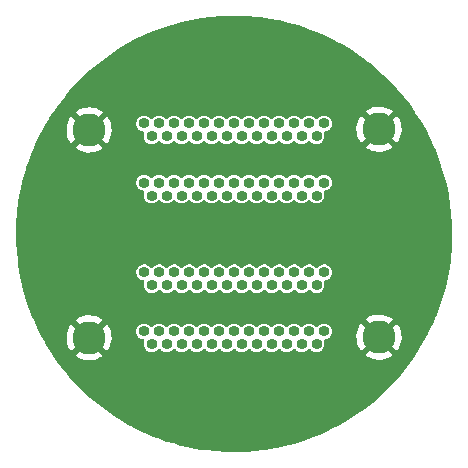
<source format=gbl>
G04 #@! TF.GenerationSoftware,KiCad,Pcbnew,(6.0.6)*
G04 #@! TF.CreationDate,2023-01-18T13:06:51-07:00*
G04 #@! TF.ProjectId,Double_MicroD_25_Gateway,446f7562-6c65-45f4-9d69-63726f445f32,rev?*
G04 #@! TF.SameCoordinates,Original*
G04 #@! TF.FileFunction,Copper,L4,Bot*
G04 #@! TF.FilePolarity,Positive*
%FSLAX46Y46*%
G04 Gerber Fmt 4.6, Leading zero omitted, Abs format (unit mm)*
G04 Created by KiCad (PCBNEW (6.0.6)) date 2023-01-18 13:06:51*
%MOMM*%
%LPD*%
G01*
G04 APERTURE LIST*
G04 #@! TA.AperFunction,ComponentPad*
%ADD10O,0.920000X0.920000*%
G04 #@! TD*
G04 #@! TA.AperFunction,SMDPad,CuDef*
%ADD11C,2.800000*%
G04 #@! TD*
G04 #@! TA.AperFunction,ViaPad*
%ADD12C,0.800000*%
G04 #@! TD*
G04 APERTURE END LIST*
D10*
X-7620000Y4350000D03*
X-6350000Y4350000D03*
X-5080000Y4350000D03*
X-3810000Y4350000D03*
X-2540000Y4350000D03*
X-1270000Y4350000D03*
X0Y4350000D03*
X1270000Y4350000D03*
X2540000Y4350000D03*
X3810000Y4350000D03*
X5080000Y4350000D03*
X6350000Y4350000D03*
X7620000Y4350000D03*
X-6985000Y3250000D03*
X-5715000Y3250000D03*
X-4445000Y3250000D03*
X-3175000Y3250000D03*
X-1905000Y3250000D03*
X-635000Y3250000D03*
X635000Y3250000D03*
X1905000Y3250000D03*
X3175000Y3250000D03*
X4445000Y3250000D03*
X5715000Y3250000D03*
X6985000Y3250000D03*
X6985000Y-4350000D03*
X5715000Y-4350000D03*
X4445000Y-4350000D03*
X3175000Y-4350000D03*
X1905000Y-4350000D03*
X635000Y-4350000D03*
X-635000Y-4350000D03*
X-1905000Y-4350000D03*
X-3175000Y-4350000D03*
X-4445000Y-4350000D03*
X-5715000Y-4350000D03*
X-6985000Y-4350000D03*
X7620000Y-3250000D03*
X6350000Y-3250000D03*
X5080000Y-3250000D03*
X3810000Y-3250000D03*
X2540000Y-3250000D03*
X1270000Y-3250000D03*
X0Y-3250000D03*
X-1270000Y-3250000D03*
X-2540000Y-3250000D03*
X-3810000Y-3250000D03*
X-5080000Y-3250000D03*
X-6350000Y-3250000D03*
X-7620000Y-3250000D03*
X7620000Y9350000D03*
X6350000Y9350000D03*
X5080000Y9350000D03*
X3810000Y9350000D03*
X2540000Y9350000D03*
X1270000Y9350000D03*
X0Y9350000D03*
X-1270000Y9350000D03*
X-2540000Y9350000D03*
X-3810000Y9350000D03*
X-5080000Y9350000D03*
X-6350000Y9350000D03*
X-7620000Y9350000D03*
X6985000Y8250000D03*
X5715000Y8250000D03*
X4445000Y8250000D03*
X3175000Y8250000D03*
X1905000Y8250000D03*
X635000Y8250000D03*
X-635000Y8250000D03*
X-1905000Y8250000D03*
X-3175000Y8250000D03*
X-4445000Y8250000D03*
X-5715000Y8250000D03*
X-6985000Y8250000D03*
D11*
X-12275000Y8800000D03*
X12275000Y8860000D03*
D10*
X7620000Y-8250000D03*
X6350000Y-8250000D03*
X5080000Y-8250000D03*
X3810000Y-8250000D03*
X2540000Y-8250000D03*
X1270000Y-8250000D03*
X0Y-8250000D03*
X-1270000Y-8250000D03*
X-2540000Y-8250000D03*
X-3810000Y-8250000D03*
X-5080000Y-8250000D03*
X-6350000Y-8250000D03*
X-7620000Y-8250000D03*
X6985000Y-9350000D03*
X5715000Y-9350000D03*
X4445000Y-9350000D03*
X3175000Y-9350000D03*
X1905000Y-9350000D03*
X635000Y-9350000D03*
X-635000Y-9350000D03*
X-1905000Y-9350000D03*
X-3175000Y-9350000D03*
X-4445000Y-9350000D03*
X-5715000Y-9350000D03*
X-6985000Y-9350000D03*
D11*
X12275000Y-8740000D03*
X-12275000Y-8800000D03*
D12*
X10580100Y14562300D03*
X10580100Y-14562300D03*
X-10580100Y-14562300D03*
X17119000Y-5562300D03*
X17119000Y5562300D03*
X-14562300Y10580100D03*
X14562300Y10580100D03*
X-5562300Y17119000D03*
X14562300Y-10580100D03*
X5562300Y-17119000D03*
X0Y18000000D03*
X-14562300Y-10580100D03*
X-17119000Y5562300D03*
X-5562300Y-17119000D03*
X18000000Y0D03*
X0Y-18000000D03*
X-10580100Y14562300D03*
X-18000000Y0D03*
X-17119000Y-5562300D03*
X5562300Y17119000D03*
G04 #@! TA.AperFunction,Conductor*
G36*
X513021Y18469311D02*
G01*
X518736Y18469152D01*
X1350336Y18427025D01*
X1356038Y18426606D01*
X1791564Y18384670D01*
X2184864Y18346799D01*
X2190505Y18346126D01*
X2672548Y18277522D01*
X3014865Y18228803D01*
X3020505Y18227869D01*
X3838657Y18073277D01*
X3844249Y18072089D01*
X4654592Y17880532D01*
X4660125Y17879090D01*
X5460891Y17650987D01*
X5466349Y17649298D01*
X6255991Y17385088D01*
X6261351Y17383158D01*
X6746332Y17196019D01*
X7038193Y17083399D01*
X7043478Y17081220D01*
X7805890Y16746544D01*
X7811053Y16744137D01*
X8322802Y16491215D01*
X8557509Y16375215D01*
X8562576Y16372567D01*
X9291549Y15970152D01*
X9296490Y15967276D01*
X10006440Y15532219D01*
X10011245Y15529122D01*
X10700715Y15062316D01*
X10705376Y15059004D01*
X10944415Y14880830D01*
X11372997Y14561374D01*
X11377470Y14557880D01*
X11491114Y14464863D01*
X12021821Y14030484D01*
X12026162Y14026763D01*
X12645895Y13470709D01*
X12650063Y13466796D01*
X13243972Y12883163D01*
X13247957Y12879064D01*
X13814749Y12269123D01*
X13818545Y12264847D01*
X14357086Y11629820D01*
X14360684Y11625377D01*
X14869862Y10966578D01*
X14873255Y10961977D01*
X15352046Y10280728D01*
X15355226Y10275977D01*
X15802602Y9573736D01*
X15805564Y9568845D01*
X16220621Y8847038D01*
X16223358Y8842019D01*
X16301826Y8689990D01*
X16589722Y8132204D01*
X16605261Y8102097D01*
X16607760Y8096971D01*
X16955695Y7340508D01*
X16957963Y7335268D01*
X16984306Y7270394D01*
X17271231Y6563783D01*
X17273261Y6558439D01*
X17551204Y5773553D01*
X17552989Y5768123D01*
X17783577Y5009170D01*
X17795044Y4971426D01*
X17796579Y4965926D01*
X17999271Y4170740D01*
X18002244Y4159075D01*
X18003527Y4153518D01*
X18075902Y3804028D01*
X18172378Y3338162D01*
X18173410Y3332539D01*
X18305099Y2510375D01*
X18305875Y2504711D01*
X18400135Y1677410D01*
X18400652Y1671726D01*
X18456225Y856568D01*
X18457285Y841016D01*
X18457544Y835325D01*
X18472109Y193482D01*
X18476453Y2073D01*
X18476478Y-2105D01*
X18472470Y-384853D01*
X18472357Y-389030D01*
X18436004Y-1221655D01*
X18435626Y-1227344D01*
X18433478Y-1251419D01*
X18361608Y-2056703D01*
X18360973Y-2062368D01*
X18326335Y-2318557D01*
X18249408Y-2887519D01*
X18248513Y-2893166D01*
X18099630Y-3712413D01*
X18098481Y-3718014D01*
X17912593Y-4529644D01*
X17911190Y-4535186D01*
X17688680Y-5337533D01*
X17687028Y-5343006D01*
X17428343Y-6134453D01*
X17426448Y-6139835D01*
X17166561Y-6827606D01*
X17132121Y-6918749D01*
X17129980Y-6924047D01*
X16809299Y-7668663D01*
X16800631Y-7688789D01*
X16798257Y-7693974D01*
X16444647Y-8422206D01*
X16434554Y-8442992D01*
X16431944Y-8448070D01*
X16181139Y-8909995D01*
X16034634Y-9179823D01*
X16031793Y-9184784D01*
X15601695Y-9897767D01*
X15598631Y-9902594D01*
X15136657Y-10595294D01*
X15133378Y-10599978D01*
X14640430Y-11271046D01*
X14636942Y-11275575D01*
X14114066Y-11923581D01*
X14110375Y-11927948D01*
X13558661Y-12551548D01*
X13554777Y-12555743D01*
X12975315Y-13153702D01*
X12971244Y-13157716D01*
X12365275Y-13728752D01*
X12361026Y-13732578D01*
X11729776Y-14275538D01*
X11725359Y-14279167D01*
X11070113Y-14792946D01*
X11065535Y-14796371D01*
X10387650Y-15279902D01*
X10382921Y-15283115D01*
X9683826Y-15735380D01*
X9678956Y-15738376D01*
X8960061Y-16158464D01*
X8955061Y-16161236D01*
X8217822Y-16548295D01*
X8212721Y-16550827D01*
X7976654Y-16661409D01*
X7458692Y-16904040D01*
X7453461Y-16906347D01*
X6684190Y-17224990D01*
X6678860Y-17227057D01*
X5895947Y-17510467D01*
X5890528Y-17512291D01*
X5594031Y-17604640D01*
X5095543Y-17759902D01*
X5090063Y-17761474D01*
X4284639Y-17972773D01*
X4279109Y-17974090D01*
X3625689Y-18114171D01*
X3464940Y-18148632D01*
X3459324Y-18149703D01*
X2638083Y-18287132D01*
X2632444Y-18287945D01*
X2343471Y-18322914D01*
X1805831Y-18387975D01*
X1800141Y-18388533D01*
X969854Y-18450963D01*
X964145Y-18451263D01*
X500312Y-18465029D01*
X131817Y-18475966D01*
X126120Y-18476005D01*
X-507741Y-18466047D01*
X-706403Y-18462926D01*
X-712116Y-18462707D01*
X-1543212Y-18411875D01*
X-1548909Y-18411397D01*
X-2376862Y-18322914D01*
X-2382532Y-18322177D01*
X-2766339Y-18263447D01*
X-3205611Y-18196228D01*
X-3211200Y-18195243D01*
X-3619468Y-18113663D01*
X-4027714Y-18032087D01*
X-4033294Y-18030840D01*
X-4433332Y-17931841D01*
X-4841585Y-17830808D01*
X-4847060Y-17829321D01*
X-5605571Y-17604640D01*
X-5645427Y-17592834D01*
X-5650870Y-17591087D01*
X-5895944Y-17506223D01*
X-6437703Y-17318622D01*
X-6443035Y-17316639D01*
X-6829868Y-17162699D01*
X-7216687Y-17008765D01*
X-7221950Y-17006531D01*
X-7980838Y-16663880D01*
X-7985994Y-16661409D01*
X-8323737Y-16490062D01*
X-8728537Y-16284695D01*
X-8733566Y-16281999D01*
X-8949356Y-16159911D01*
X-9458290Y-15871971D01*
X-9463179Y-15869055D01*
X-10168536Y-15426585D01*
X-10173304Y-15423442D01*
X-10857861Y-14949432D01*
X-10862463Y-14946089D01*
X-11524840Y-14441493D01*
X-11529308Y-14437926D01*
X-12168092Y-13903820D01*
X-12172393Y-13900054D01*
X-12786267Y-13337542D01*
X-12790394Y-13333585D01*
X-13378148Y-12743775D01*
X-13382090Y-12739635D01*
X-13942467Y-12123790D01*
X-13946218Y-12119475D01*
X-14270524Y-11728847D01*
X-14478091Y-11478831D01*
X-14481633Y-11474362D01*
X-14635399Y-11271046D01*
X-14983907Y-10810237D01*
X-14987244Y-10805609D01*
X-15142377Y-10579888D01*
X-15321208Y-10319688D01*
X-15322501Y-10317806D01*
X-13427639Y-10317806D01*
X-13420249Y-10328108D01*
X-13378370Y-10362203D01*
X-13371091Y-10367318D01*
X-13147244Y-10502085D01*
X-13139330Y-10506118D01*
X-12898714Y-10608006D01*
X-12890309Y-10610883D01*
X-12637743Y-10677850D01*
X-12629011Y-10679516D01*
X-12369526Y-10710227D01*
X-12360660Y-10710645D01*
X-12099439Y-10704490D01*
X-12090586Y-10703653D01*
X-11832838Y-10660752D01*
X-11824204Y-10658679D01*
X-11575070Y-10579888D01*
X-11566808Y-10576617D01*
X-11331269Y-10463513D01*
X-11323545Y-10459107D01*
X-11129732Y-10329606D01*
X-11121444Y-10319688D01*
X-11128701Y-10305509D01*
X-11176404Y-10257806D01*
X11122361Y-10257806D01*
X11129751Y-10268108D01*
X11171630Y-10302203D01*
X11178909Y-10307318D01*
X11402756Y-10442085D01*
X11410670Y-10446118D01*
X11651286Y-10548006D01*
X11659691Y-10550883D01*
X11912257Y-10617850D01*
X11920989Y-10619516D01*
X12180474Y-10650227D01*
X12189340Y-10650645D01*
X12450561Y-10644490D01*
X12459414Y-10643653D01*
X12717162Y-10600752D01*
X12725796Y-10598679D01*
X12974930Y-10519888D01*
X12983192Y-10516617D01*
X13218731Y-10403513D01*
X13226455Y-10399107D01*
X13420268Y-10269606D01*
X13428556Y-10259688D01*
X13421299Y-10245509D01*
X12287812Y-9112022D01*
X12273868Y-9104408D01*
X12272035Y-9104539D01*
X12265420Y-9108790D01*
X11129527Y-10244683D01*
X11122361Y-10257806D01*
X-11176404Y-10257806D01*
X-12262188Y-9172022D01*
X-12276132Y-9164408D01*
X-12277965Y-9164539D01*
X-12284580Y-9168790D01*
X-13420473Y-10304683D01*
X-13427639Y-10317806D01*
X-15322501Y-10317806D01*
X-15458862Y-10119400D01*
X-15461992Y-10114616D01*
X-15826344Y-9529260D01*
X-15901985Y-9407738D01*
X-15904893Y-9402822D01*
X-15978681Y-9271332D01*
X-16038684Y-9164408D01*
X-16274400Y-8744367D01*
X-14186755Y-8744367D01*
X-14176497Y-9005459D01*
X-14175522Y-9014288D01*
X-14128578Y-9271332D01*
X-14126369Y-9279934D01*
X-14043676Y-9527796D01*
X-14040272Y-9536014D01*
X-13923481Y-9769750D01*
X-13918957Y-9777398D01*
X-13803648Y-9944235D01*
X-13793327Y-9952589D01*
X-13779677Y-9945467D01*
X-12647022Y-8812812D01*
X-12640644Y-8801132D01*
X-11910592Y-8801132D01*
X-11910461Y-8802965D01*
X-11906210Y-8809580D01*
X-10769483Y-9946307D01*
X-10756083Y-9953624D01*
X-10746179Y-9946637D01*
X-10730314Y-9927763D01*
X-10725095Y-9920580D01*
X-10586829Y-9698876D01*
X-10582667Y-9691017D01*
X-10477012Y-9452030D01*
X-10474006Y-9443680D01*
X-10403079Y-9192192D01*
X-10401278Y-9183499D01*
X-10366328Y-8923292D01*
X-10365800Y-8916899D01*
X-10362227Y-8803222D01*
X-10362354Y-8796779D01*
X-10380894Y-8534923D01*
X-10382147Y-8526119D01*
X-10437142Y-8270677D01*
X-10439621Y-8262144D01*
X-10446671Y-8243033D01*
X-8285315Y-8243033D01*
X-8267772Y-8401933D01*
X-8265163Y-8409064D01*
X-8265162Y-8409066D01*
X-8251803Y-8445570D01*
X-8212832Y-8552063D01*
X-8208595Y-8558369D01*
X-8208593Y-8558372D01*
X-8196271Y-8576709D01*
X-8123667Y-8684754D01*
X-8118049Y-8689866D01*
X-8011046Y-8787232D01*
X-8011042Y-8787235D01*
X-8005425Y-8792346D01*
X-7998748Y-8795972D01*
X-7998747Y-8795972D01*
X-7871609Y-8865003D01*
X-7871607Y-8865004D01*
X-7864932Y-8868628D01*
X-7857583Y-8870556D01*
X-7717648Y-8907267D01*
X-7717646Y-8907267D01*
X-7710298Y-8909195D01*
X-7702698Y-8909314D01*
X-7695180Y-8910344D01*
X-7695422Y-8912110D01*
X-7636711Y-8930356D01*
X-7591068Y-8984736D01*
X-7582070Y-9055160D01*
X-7589097Y-9081039D01*
X-7629448Y-9184534D01*
X-7630440Y-9192067D01*
X-7630440Y-9192068D01*
X-7640875Y-9271332D01*
X-7650315Y-9343033D01*
X-7643714Y-9402822D01*
X-7638281Y-9452030D01*
X-7632772Y-9501933D01*
X-7630163Y-9509064D01*
X-7630162Y-9509066D01*
X-7622772Y-9529260D01*
X-7577832Y-9652063D01*
X-7573595Y-9658369D01*
X-7573593Y-9658372D01*
X-7546375Y-9698876D01*
X-7488667Y-9784754D01*
X-7483049Y-9789866D01*
X-7376046Y-9887232D01*
X-7376042Y-9887235D01*
X-7370425Y-9892346D01*
X-7363748Y-9895972D01*
X-7363747Y-9895972D01*
X-7236609Y-9965003D01*
X-7236607Y-9965004D01*
X-7229932Y-9968628D01*
X-7222583Y-9970556D01*
X-7082648Y-10007267D01*
X-7082646Y-10007267D01*
X-7075298Y-10009195D01*
X-6993878Y-10010474D01*
X-6923051Y-10011587D01*
X-6923048Y-10011587D01*
X-6915452Y-10011706D01*
X-6908048Y-10010010D01*
X-6908046Y-10010010D01*
X-6850478Y-9996825D01*
X-6759620Y-9976016D01*
X-6616800Y-9904185D01*
X-6611029Y-9899256D01*
X-6611026Y-9899254D01*
X-6501015Y-9805295D01*
X-6495237Y-9800360D01*
X-6452688Y-9741147D01*
X-6396693Y-9697500D01*
X-6325989Y-9691055D01*
X-6263025Y-9723858D01*
X-6245790Y-9744391D01*
X-6218667Y-9784754D01*
X-6213049Y-9789866D01*
X-6106046Y-9887232D01*
X-6106042Y-9887235D01*
X-6100425Y-9892346D01*
X-6093748Y-9895972D01*
X-6093747Y-9895972D01*
X-5966609Y-9965003D01*
X-5966607Y-9965004D01*
X-5959932Y-9968628D01*
X-5952583Y-9970556D01*
X-5812648Y-10007267D01*
X-5812646Y-10007267D01*
X-5805298Y-10009195D01*
X-5723878Y-10010474D01*
X-5653051Y-10011587D01*
X-5653048Y-10011587D01*
X-5645452Y-10011706D01*
X-5638048Y-10010010D01*
X-5638046Y-10010010D01*
X-5580478Y-9996825D01*
X-5489620Y-9976016D01*
X-5346800Y-9904185D01*
X-5341029Y-9899256D01*
X-5341026Y-9899254D01*
X-5231015Y-9805295D01*
X-5225237Y-9800360D01*
X-5182688Y-9741147D01*
X-5126693Y-9697500D01*
X-5055989Y-9691055D01*
X-4993025Y-9723858D01*
X-4975790Y-9744391D01*
X-4948667Y-9784754D01*
X-4943049Y-9789866D01*
X-4836046Y-9887232D01*
X-4836042Y-9887235D01*
X-4830425Y-9892346D01*
X-4823748Y-9895972D01*
X-4823747Y-9895972D01*
X-4696609Y-9965003D01*
X-4696607Y-9965004D01*
X-4689932Y-9968628D01*
X-4682583Y-9970556D01*
X-4542648Y-10007267D01*
X-4542646Y-10007267D01*
X-4535298Y-10009195D01*
X-4453878Y-10010474D01*
X-4383051Y-10011587D01*
X-4383048Y-10011587D01*
X-4375452Y-10011706D01*
X-4368048Y-10010010D01*
X-4368046Y-10010010D01*
X-4310478Y-9996825D01*
X-4219620Y-9976016D01*
X-4076800Y-9904185D01*
X-4071029Y-9899256D01*
X-4071026Y-9899254D01*
X-3961015Y-9805295D01*
X-3955237Y-9800360D01*
X-3912688Y-9741147D01*
X-3856693Y-9697500D01*
X-3785989Y-9691055D01*
X-3723025Y-9723858D01*
X-3705790Y-9744391D01*
X-3678667Y-9784754D01*
X-3673049Y-9789866D01*
X-3566046Y-9887232D01*
X-3566042Y-9887235D01*
X-3560425Y-9892346D01*
X-3553748Y-9895972D01*
X-3553747Y-9895972D01*
X-3426609Y-9965003D01*
X-3426607Y-9965004D01*
X-3419932Y-9968628D01*
X-3412583Y-9970556D01*
X-3272648Y-10007267D01*
X-3272646Y-10007267D01*
X-3265298Y-10009195D01*
X-3183878Y-10010474D01*
X-3113051Y-10011587D01*
X-3113048Y-10011587D01*
X-3105452Y-10011706D01*
X-3098048Y-10010010D01*
X-3098046Y-10010010D01*
X-3040478Y-9996825D01*
X-2949620Y-9976016D01*
X-2806800Y-9904185D01*
X-2801029Y-9899256D01*
X-2801026Y-9899254D01*
X-2691015Y-9805295D01*
X-2685237Y-9800360D01*
X-2642688Y-9741147D01*
X-2586693Y-9697500D01*
X-2515989Y-9691055D01*
X-2453025Y-9723858D01*
X-2435790Y-9744391D01*
X-2408667Y-9784754D01*
X-2403049Y-9789866D01*
X-2296046Y-9887232D01*
X-2296042Y-9887235D01*
X-2290425Y-9892346D01*
X-2283748Y-9895972D01*
X-2283747Y-9895972D01*
X-2156609Y-9965003D01*
X-2156607Y-9965004D01*
X-2149932Y-9968628D01*
X-2142583Y-9970556D01*
X-2002648Y-10007267D01*
X-2002646Y-10007267D01*
X-1995298Y-10009195D01*
X-1913878Y-10010474D01*
X-1843051Y-10011587D01*
X-1843048Y-10011587D01*
X-1835452Y-10011706D01*
X-1828048Y-10010010D01*
X-1828046Y-10010010D01*
X-1770478Y-9996825D01*
X-1679620Y-9976016D01*
X-1536800Y-9904185D01*
X-1531029Y-9899256D01*
X-1531026Y-9899254D01*
X-1421015Y-9805295D01*
X-1415237Y-9800360D01*
X-1372688Y-9741147D01*
X-1316693Y-9697500D01*
X-1245989Y-9691055D01*
X-1183025Y-9723858D01*
X-1165790Y-9744391D01*
X-1138667Y-9784754D01*
X-1133049Y-9789866D01*
X-1026046Y-9887232D01*
X-1026042Y-9887235D01*
X-1020425Y-9892346D01*
X-1013748Y-9895972D01*
X-1013747Y-9895972D01*
X-886609Y-9965003D01*
X-886607Y-9965004D01*
X-879932Y-9968628D01*
X-872583Y-9970556D01*
X-732648Y-10007267D01*
X-732646Y-10007267D01*
X-725298Y-10009195D01*
X-643878Y-10010474D01*
X-573051Y-10011587D01*
X-573048Y-10011587D01*
X-565452Y-10011706D01*
X-558048Y-10010010D01*
X-558046Y-10010010D01*
X-500478Y-9996825D01*
X-409620Y-9976016D01*
X-266800Y-9904185D01*
X-261029Y-9899256D01*
X-261026Y-9899254D01*
X-151015Y-9805295D01*
X-145237Y-9800360D01*
X-102688Y-9741147D01*
X-46693Y-9697500D01*
X24011Y-9691055D01*
X86975Y-9723858D01*
X104210Y-9744391D01*
X131333Y-9784754D01*
X136951Y-9789866D01*
X243954Y-9887232D01*
X243958Y-9887235D01*
X249575Y-9892346D01*
X256252Y-9895972D01*
X256253Y-9895972D01*
X383391Y-9965003D01*
X383393Y-9965004D01*
X390068Y-9968628D01*
X397417Y-9970556D01*
X537352Y-10007267D01*
X537354Y-10007267D01*
X544702Y-10009195D01*
X626122Y-10010474D01*
X696949Y-10011587D01*
X696952Y-10011587D01*
X704548Y-10011706D01*
X711952Y-10010010D01*
X711954Y-10010010D01*
X769522Y-9996825D01*
X860380Y-9976016D01*
X1003200Y-9904185D01*
X1008971Y-9899256D01*
X1008974Y-9899254D01*
X1118985Y-9805295D01*
X1124763Y-9800360D01*
X1167312Y-9741147D01*
X1223307Y-9697500D01*
X1294011Y-9691055D01*
X1356975Y-9723858D01*
X1374210Y-9744391D01*
X1401333Y-9784754D01*
X1406951Y-9789866D01*
X1513954Y-9887232D01*
X1513958Y-9887235D01*
X1519575Y-9892346D01*
X1526252Y-9895972D01*
X1526253Y-9895972D01*
X1653391Y-9965003D01*
X1653393Y-9965004D01*
X1660068Y-9968628D01*
X1667417Y-9970556D01*
X1807352Y-10007267D01*
X1807354Y-10007267D01*
X1814702Y-10009195D01*
X1896122Y-10010474D01*
X1966949Y-10011587D01*
X1966952Y-10011587D01*
X1974548Y-10011706D01*
X1981952Y-10010010D01*
X1981954Y-10010010D01*
X2039522Y-9996825D01*
X2130380Y-9976016D01*
X2273200Y-9904185D01*
X2278971Y-9899256D01*
X2278974Y-9899254D01*
X2388985Y-9805295D01*
X2394763Y-9800360D01*
X2437312Y-9741147D01*
X2493307Y-9697500D01*
X2564011Y-9691055D01*
X2626975Y-9723858D01*
X2644210Y-9744391D01*
X2671333Y-9784754D01*
X2676951Y-9789866D01*
X2783954Y-9887232D01*
X2783958Y-9887235D01*
X2789575Y-9892346D01*
X2796252Y-9895972D01*
X2796253Y-9895972D01*
X2923391Y-9965003D01*
X2923393Y-9965004D01*
X2930068Y-9968628D01*
X2937417Y-9970556D01*
X3077352Y-10007267D01*
X3077354Y-10007267D01*
X3084702Y-10009195D01*
X3166122Y-10010474D01*
X3236949Y-10011587D01*
X3236952Y-10011587D01*
X3244548Y-10011706D01*
X3251952Y-10010010D01*
X3251954Y-10010010D01*
X3309522Y-9996825D01*
X3400380Y-9976016D01*
X3543200Y-9904185D01*
X3548971Y-9899256D01*
X3548974Y-9899254D01*
X3658985Y-9805295D01*
X3664763Y-9800360D01*
X3707312Y-9741147D01*
X3763307Y-9697500D01*
X3834011Y-9691055D01*
X3896975Y-9723858D01*
X3914210Y-9744391D01*
X3941333Y-9784754D01*
X3946951Y-9789866D01*
X4053954Y-9887232D01*
X4053958Y-9887235D01*
X4059575Y-9892346D01*
X4066252Y-9895972D01*
X4066253Y-9895972D01*
X4193391Y-9965003D01*
X4193393Y-9965004D01*
X4200068Y-9968628D01*
X4207417Y-9970556D01*
X4347352Y-10007267D01*
X4347354Y-10007267D01*
X4354702Y-10009195D01*
X4436122Y-10010474D01*
X4506949Y-10011587D01*
X4506952Y-10011587D01*
X4514548Y-10011706D01*
X4521952Y-10010010D01*
X4521954Y-10010010D01*
X4579522Y-9996825D01*
X4670380Y-9976016D01*
X4813200Y-9904185D01*
X4818971Y-9899256D01*
X4818974Y-9899254D01*
X4928985Y-9805295D01*
X4934763Y-9800360D01*
X4977312Y-9741147D01*
X5033307Y-9697500D01*
X5104011Y-9691055D01*
X5166975Y-9723858D01*
X5184210Y-9744391D01*
X5211333Y-9784754D01*
X5216951Y-9789866D01*
X5323954Y-9887232D01*
X5323958Y-9887235D01*
X5329575Y-9892346D01*
X5336252Y-9895972D01*
X5336253Y-9895972D01*
X5463391Y-9965003D01*
X5463393Y-9965004D01*
X5470068Y-9968628D01*
X5477417Y-9970556D01*
X5617352Y-10007267D01*
X5617354Y-10007267D01*
X5624702Y-10009195D01*
X5706122Y-10010474D01*
X5776949Y-10011587D01*
X5776952Y-10011587D01*
X5784548Y-10011706D01*
X5791952Y-10010010D01*
X5791954Y-10010010D01*
X5849522Y-9996825D01*
X5940380Y-9976016D01*
X6083200Y-9904185D01*
X6088971Y-9899256D01*
X6088974Y-9899254D01*
X6198985Y-9805295D01*
X6204763Y-9800360D01*
X6247312Y-9741147D01*
X6303307Y-9697500D01*
X6374011Y-9691055D01*
X6436975Y-9723858D01*
X6454210Y-9744391D01*
X6481333Y-9784754D01*
X6486951Y-9789866D01*
X6593954Y-9887232D01*
X6593958Y-9887235D01*
X6599575Y-9892346D01*
X6606252Y-9895972D01*
X6606253Y-9895972D01*
X6733391Y-9965003D01*
X6733393Y-9965004D01*
X6740068Y-9968628D01*
X6747417Y-9970556D01*
X6887352Y-10007267D01*
X6887354Y-10007267D01*
X6894702Y-10009195D01*
X6976122Y-10010474D01*
X7046949Y-10011587D01*
X7046952Y-10011587D01*
X7054548Y-10011706D01*
X7061952Y-10010010D01*
X7061954Y-10010010D01*
X7119522Y-9996825D01*
X7210380Y-9976016D01*
X7353200Y-9904185D01*
X7358971Y-9899256D01*
X7358974Y-9899254D01*
X7468985Y-9805295D01*
X7474763Y-9800360D01*
X7568052Y-9670535D01*
X7627680Y-9522206D01*
X7644671Y-9402822D01*
X7649624Y-9368018D01*
X7649624Y-9368015D01*
X7650205Y-9363934D01*
X7650351Y-9350000D01*
X7631145Y-9191292D01*
X7589160Y-9080182D01*
X7583792Y-9009390D01*
X7617549Y-8946932D01*
X7679715Y-8912640D01*
X7685808Y-8911647D01*
X7689548Y-8911706D01*
X7845380Y-8876016D01*
X7988200Y-8804185D01*
X7993971Y-8799256D01*
X7993974Y-8799254D01*
X8103985Y-8705295D01*
X8109763Y-8700360D01*
X8121255Y-8684367D01*
X10363245Y-8684367D01*
X10373503Y-8945459D01*
X10374478Y-8954288D01*
X10421422Y-9211332D01*
X10423631Y-9219934D01*
X10506324Y-9467796D01*
X10509728Y-9476014D01*
X10626519Y-9709750D01*
X10631043Y-9717398D01*
X10746352Y-9884235D01*
X10756673Y-9892589D01*
X10770323Y-9885467D01*
X11902978Y-8752812D01*
X11909356Y-8741132D01*
X12639408Y-8741132D01*
X12639539Y-8742965D01*
X12643790Y-8749580D01*
X13780517Y-9886307D01*
X13793917Y-9893624D01*
X13803821Y-9886637D01*
X13819686Y-9867763D01*
X13824905Y-9860580D01*
X13963171Y-9638876D01*
X13967333Y-9631017D01*
X14072988Y-9392030D01*
X14075994Y-9383680D01*
X14146921Y-9132192D01*
X14148722Y-9123499D01*
X14183672Y-8863292D01*
X14184200Y-8856899D01*
X14187773Y-8743222D01*
X14187646Y-8736779D01*
X14169106Y-8474923D01*
X14167853Y-8466119D01*
X14112858Y-8210677D01*
X14110379Y-8202144D01*
X14019941Y-7957002D01*
X14016286Y-7948907D01*
X13892206Y-7718947D01*
X13887447Y-7711449D01*
X13802759Y-7596790D01*
X13791631Y-7588348D01*
X13779038Y-7595172D01*
X12647022Y-8727188D01*
X12639408Y-8741132D01*
X11909356Y-8741132D01*
X11910592Y-8738868D01*
X11910461Y-8737035D01*
X11906210Y-8730420D01*
X10770819Y-7595029D01*
X10757978Y-7588017D01*
X10747289Y-7595813D01*
X10695663Y-7661299D01*
X10690658Y-7668663D01*
X10559420Y-7894605D01*
X10555516Y-7902575D01*
X10457420Y-8144763D01*
X10454676Y-8153207D01*
X10391683Y-8406800D01*
X10390156Y-8415551D01*
X10363524Y-8675483D01*
X10363245Y-8684367D01*
X8121255Y-8684367D01*
X8203052Y-8570535D01*
X8262680Y-8422206D01*
X8270398Y-8367978D01*
X8284624Y-8268018D01*
X8284624Y-8268015D01*
X8285205Y-8263934D01*
X8285351Y-8250000D01*
X8266145Y-8091292D01*
X8209636Y-7941746D01*
X8182715Y-7902575D01*
X8123389Y-7816254D01*
X8123387Y-7816252D01*
X8119087Y-7809995D01*
X8113249Y-7804793D01*
X8016896Y-7718947D01*
X7999725Y-7703648D01*
X7992271Y-7699701D01*
X7865154Y-7632396D01*
X7865155Y-7632396D01*
X7858440Y-7628841D01*
X7703391Y-7589895D01*
X7695793Y-7589855D01*
X7695791Y-7589855D01*
X7628513Y-7589503D01*
X7543526Y-7589058D01*
X7536146Y-7590830D01*
X7536144Y-7590830D01*
X7395456Y-7624606D01*
X7395453Y-7624607D01*
X7388077Y-7626378D01*
X7345511Y-7648348D01*
X7257088Y-7693987D01*
X7246017Y-7699701D01*
X7240295Y-7704693D01*
X7240293Y-7704694D01*
X7212817Y-7728663D01*
X7125548Y-7804793D01*
X7121183Y-7811003D01*
X7121180Y-7811007D01*
X7088208Y-7857922D01*
X7032673Y-7902154D01*
X6962041Y-7909339D01*
X6898737Y-7877197D01*
X6881281Y-7856838D01*
X6853389Y-7816254D01*
X6853387Y-7816252D01*
X6849087Y-7809995D01*
X6843249Y-7804793D01*
X6746896Y-7718947D01*
X6729725Y-7703648D01*
X6722271Y-7699701D01*
X6595154Y-7632396D01*
X6595155Y-7632396D01*
X6588440Y-7628841D01*
X6433391Y-7589895D01*
X6425793Y-7589855D01*
X6425791Y-7589855D01*
X6358513Y-7589503D01*
X6273526Y-7589058D01*
X6266146Y-7590830D01*
X6266144Y-7590830D01*
X6125456Y-7624606D01*
X6125453Y-7624607D01*
X6118077Y-7626378D01*
X6075511Y-7648348D01*
X5987088Y-7693987D01*
X5976017Y-7699701D01*
X5970295Y-7704693D01*
X5970293Y-7704694D01*
X5942817Y-7728663D01*
X5855548Y-7804793D01*
X5851183Y-7811003D01*
X5851180Y-7811007D01*
X5818208Y-7857922D01*
X5762673Y-7902154D01*
X5692041Y-7909339D01*
X5628737Y-7877197D01*
X5611281Y-7856838D01*
X5583389Y-7816254D01*
X5583387Y-7816252D01*
X5579087Y-7809995D01*
X5573249Y-7804793D01*
X5476896Y-7718947D01*
X5459725Y-7703648D01*
X5452271Y-7699701D01*
X5325154Y-7632396D01*
X5325155Y-7632396D01*
X5318440Y-7628841D01*
X5163391Y-7589895D01*
X5155793Y-7589855D01*
X5155791Y-7589855D01*
X5088513Y-7589503D01*
X5003526Y-7589058D01*
X4996146Y-7590830D01*
X4996144Y-7590830D01*
X4855456Y-7624606D01*
X4855453Y-7624607D01*
X4848077Y-7626378D01*
X4805511Y-7648348D01*
X4717088Y-7693987D01*
X4706017Y-7699701D01*
X4700295Y-7704693D01*
X4700293Y-7704694D01*
X4672817Y-7728663D01*
X4585548Y-7804793D01*
X4581183Y-7811003D01*
X4581180Y-7811007D01*
X4548208Y-7857922D01*
X4492673Y-7902154D01*
X4422041Y-7909339D01*
X4358737Y-7877197D01*
X4341281Y-7856838D01*
X4313389Y-7816254D01*
X4313387Y-7816252D01*
X4309087Y-7809995D01*
X4303249Y-7804793D01*
X4206896Y-7718947D01*
X4189725Y-7703648D01*
X4182271Y-7699701D01*
X4055154Y-7632396D01*
X4055155Y-7632396D01*
X4048440Y-7628841D01*
X3893391Y-7589895D01*
X3885793Y-7589855D01*
X3885791Y-7589855D01*
X3818513Y-7589503D01*
X3733526Y-7589058D01*
X3726146Y-7590830D01*
X3726144Y-7590830D01*
X3585456Y-7624606D01*
X3585453Y-7624607D01*
X3578077Y-7626378D01*
X3535511Y-7648348D01*
X3447088Y-7693987D01*
X3436017Y-7699701D01*
X3430295Y-7704693D01*
X3430293Y-7704694D01*
X3402817Y-7728663D01*
X3315548Y-7804793D01*
X3311183Y-7811003D01*
X3311180Y-7811007D01*
X3278208Y-7857922D01*
X3222673Y-7902154D01*
X3152041Y-7909339D01*
X3088737Y-7877197D01*
X3071281Y-7856838D01*
X3043389Y-7816254D01*
X3043387Y-7816252D01*
X3039087Y-7809995D01*
X3033249Y-7804793D01*
X2936896Y-7718947D01*
X2919725Y-7703648D01*
X2912271Y-7699701D01*
X2785154Y-7632396D01*
X2785155Y-7632396D01*
X2778440Y-7628841D01*
X2623391Y-7589895D01*
X2615793Y-7589855D01*
X2615791Y-7589855D01*
X2548513Y-7589503D01*
X2463526Y-7589058D01*
X2456146Y-7590830D01*
X2456144Y-7590830D01*
X2315456Y-7624606D01*
X2315453Y-7624607D01*
X2308077Y-7626378D01*
X2265511Y-7648348D01*
X2177088Y-7693987D01*
X2166017Y-7699701D01*
X2160295Y-7704693D01*
X2160293Y-7704694D01*
X2132817Y-7728663D01*
X2045548Y-7804793D01*
X2041183Y-7811003D01*
X2041180Y-7811007D01*
X2008208Y-7857922D01*
X1952673Y-7902154D01*
X1882041Y-7909339D01*
X1818737Y-7877197D01*
X1801281Y-7856838D01*
X1773389Y-7816254D01*
X1773387Y-7816252D01*
X1769087Y-7809995D01*
X1763249Y-7804793D01*
X1666896Y-7718947D01*
X1649725Y-7703648D01*
X1642271Y-7699701D01*
X1515154Y-7632396D01*
X1515155Y-7632396D01*
X1508440Y-7628841D01*
X1353391Y-7589895D01*
X1345793Y-7589855D01*
X1345791Y-7589855D01*
X1278513Y-7589503D01*
X1193526Y-7589058D01*
X1186146Y-7590830D01*
X1186144Y-7590830D01*
X1045456Y-7624606D01*
X1045453Y-7624607D01*
X1038077Y-7626378D01*
X995511Y-7648348D01*
X907088Y-7693987D01*
X896017Y-7699701D01*
X890295Y-7704693D01*
X890293Y-7704694D01*
X862817Y-7728663D01*
X775548Y-7804793D01*
X771183Y-7811003D01*
X771180Y-7811007D01*
X738208Y-7857922D01*
X682673Y-7902154D01*
X612041Y-7909339D01*
X548737Y-7877197D01*
X531281Y-7856838D01*
X503389Y-7816254D01*
X503387Y-7816252D01*
X499087Y-7809995D01*
X493249Y-7804793D01*
X396896Y-7718947D01*
X379725Y-7703648D01*
X372271Y-7699701D01*
X245154Y-7632396D01*
X245155Y-7632396D01*
X238440Y-7628841D01*
X83391Y-7589895D01*
X75793Y-7589855D01*
X75791Y-7589855D01*
X8513Y-7589503D01*
X-76474Y-7589058D01*
X-83854Y-7590830D01*
X-83856Y-7590830D01*
X-224544Y-7624606D01*
X-224547Y-7624607D01*
X-231923Y-7626378D01*
X-274489Y-7648348D01*
X-362912Y-7693987D01*
X-373983Y-7699701D01*
X-379705Y-7704693D01*
X-379707Y-7704694D01*
X-407183Y-7728663D01*
X-494452Y-7804793D01*
X-498817Y-7811003D01*
X-498820Y-7811007D01*
X-531792Y-7857922D01*
X-587327Y-7902154D01*
X-657959Y-7909339D01*
X-721263Y-7877197D01*
X-738719Y-7856838D01*
X-766611Y-7816254D01*
X-766613Y-7816252D01*
X-770913Y-7809995D01*
X-776751Y-7804793D01*
X-873104Y-7718947D01*
X-890275Y-7703648D01*
X-897729Y-7699701D01*
X-1024846Y-7632396D01*
X-1024845Y-7632396D01*
X-1031560Y-7628841D01*
X-1186609Y-7589895D01*
X-1194207Y-7589855D01*
X-1194209Y-7589855D01*
X-1261487Y-7589503D01*
X-1346474Y-7589058D01*
X-1353854Y-7590830D01*
X-1353856Y-7590830D01*
X-1494544Y-7624606D01*
X-1494547Y-7624607D01*
X-1501923Y-7626378D01*
X-1544489Y-7648348D01*
X-1632912Y-7693987D01*
X-1643983Y-7699701D01*
X-1649705Y-7704693D01*
X-1649707Y-7704694D01*
X-1677183Y-7728663D01*
X-1764452Y-7804793D01*
X-1768817Y-7811003D01*
X-1768820Y-7811007D01*
X-1801792Y-7857922D01*
X-1857327Y-7902154D01*
X-1927959Y-7909339D01*
X-1991263Y-7877197D01*
X-2008719Y-7856838D01*
X-2036611Y-7816254D01*
X-2036613Y-7816252D01*
X-2040913Y-7809995D01*
X-2046751Y-7804793D01*
X-2143104Y-7718947D01*
X-2160275Y-7703648D01*
X-2167729Y-7699701D01*
X-2294846Y-7632396D01*
X-2294845Y-7632396D01*
X-2301560Y-7628841D01*
X-2456609Y-7589895D01*
X-2464207Y-7589855D01*
X-2464209Y-7589855D01*
X-2531487Y-7589503D01*
X-2616474Y-7589058D01*
X-2623854Y-7590830D01*
X-2623856Y-7590830D01*
X-2764544Y-7624606D01*
X-2764547Y-7624607D01*
X-2771923Y-7626378D01*
X-2814489Y-7648348D01*
X-2902912Y-7693987D01*
X-2913983Y-7699701D01*
X-2919705Y-7704693D01*
X-2919707Y-7704694D01*
X-2947183Y-7728663D01*
X-3034452Y-7804793D01*
X-3038817Y-7811003D01*
X-3038820Y-7811007D01*
X-3071792Y-7857922D01*
X-3127327Y-7902154D01*
X-3197959Y-7909339D01*
X-3261263Y-7877197D01*
X-3278719Y-7856838D01*
X-3306611Y-7816254D01*
X-3306613Y-7816252D01*
X-3310913Y-7809995D01*
X-3316751Y-7804793D01*
X-3413104Y-7718947D01*
X-3430275Y-7703648D01*
X-3437729Y-7699701D01*
X-3564846Y-7632396D01*
X-3564845Y-7632396D01*
X-3571560Y-7628841D01*
X-3726609Y-7589895D01*
X-3734207Y-7589855D01*
X-3734209Y-7589855D01*
X-3801487Y-7589503D01*
X-3886474Y-7589058D01*
X-3893854Y-7590830D01*
X-3893856Y-7590830D01*
X-4034544Y-7624606D01*
X-4034547Y-7624607D01*
X-4041923Y-7626378D01*
X-4084489Y-7648348D01*
X-4172912Y-7693987D01*
X-4183983Y-7699701D01*
X-4189705Y-7704693D01*
X-4189707Y-7704694D01*
X-4217183Y-7728663D01*
X-4304452Y-7804793D01*
X-4308817Y-7811003D01*
X-4308820Y-7811007D01*
X-4341792Y-7857922D01*
X-4397327Y-7902154D01*
X-4467959Y-7909339D01*
X-4531263Y-7877197D01*
X-4548719Y-7856838D01*
X-4576611Y-7816254D01*
X-4576613Y-7816252D01*
X-4580913Y-7809995D01*
X-4586751Y-7804793D01*
X-4683104Y-7718947D01*
X-4700275Y-7703648D01*
X-4707729Y-7699701D01*
X-4834846Y-7632396D01*
X-4834845Y-7632396D01*
X-4841560Y-7628841D01*
X-4996609Y-7589895D01*
X-5004207Y-7589855D01*
X-5004209Y-7589855D01*
X-5071487Y-7589503D01*
X-5156474Y-7589058D01*
X-5163854Y-7590830D01*
X-5163856Y-7590830D01*
X-5304544Y-7624606D01*
X-5304547Y-7624607D01*
X-5311923Y-7626378D01*
X-5354489Y-7648348D01*
X-5442912Y-7693987D01*
X-5453983Y-7699701D01*
X-5459705Y-7704693D01*
X-5459707Y-7704694D01*
X-5487183Y-7728663D01*
X-5574452Y-7804793D01*
X-5578817Y-7811003D01*
X-5578820Y-7811007D01*
X-5611792Y-7857922D01*
X-5667327Y-7902154D01*
X-5737959Y-7909339D01*
X-5801263Y-7877197D01*
X-5818719Y-7856838D01*
X-5846611Y-7816254D01*
X-5846613Y-7816252D01*
X-5850913Y-7809995D01*
X-5856751Y-7804793D01*
X-5953104Y-7718947D01*
X-5970275Y-7703648D01*
X-5977729Y-7699701D01*
X-6104846Y-7632396D01*
X-6104845Y-7632396D01*
X-6111560Y-7628841D01*
X-6266609Y-7589895D01*
X-6274207Y-7589855D01*
X-6274209Y-7589855D01*
X-6341487Y-7589503D01*
X-6426474Y-7589058D01*
X-6433854Y-7590830D01*
X-6433856Y-7590830D01*
X-6574544Y-7624606D01*
X-6574547Y-7624607D01*
X-6581923Y-7626378D01*
X-6624489Y-7648348D01*
X-6712912Y-7693987D01*
X-6723983Y-7699701D01*
X-6729705Y-7704693D01*
X-6729707Y-7704694D01*
X-6757183Y-7728663D01*
X-6844452Y-7804793D01*
X-6848817Y-7811003D01*
X-6848820Y-7811007D01*
X-6881792Y-7857922D01*
X-6937327Y-7902154D01*
X-7007959Y-7909339D01*
X-7071263Y-7877197D01*
X-7088719Y-7856838D01*
X-7116611Y-7816254D01*
X-7116613Y-7816252D01*
X-7120913Y-7809995D01*
X-7126751Y-7804793D01*
X-7223104Y-7718947D01*
X-7240275Y-7703648D01*
X-7247729Y-7699701D01*
X-7374846Y-7632396D01*
X-7374845Y-7632396D01*
X-7381560Y-7628841D01*
X-7536609Y-7589895D01*
X-7544207Y-7589855D01*
X-7544209Y-7589855D01*
X-7611487Y-7589503D01*
X-7696474Y-7589058D01*
X-7703854Y-7590830D01*
X-7703856Y-7590830D01*
X-7844544Y-7624606D01*
X-7844547Y-7624607D01*
X-7851923Y-7626378D01*
X-7894489Y-7648348D01*
X-7982912Y-7693987D01*
X-7993983Y-7699701D01*
X-7999705Y-7704693D01*
X-7999707Y-7704694D01*
X-8027183Y-7728663D01*
X-8114452Y-7804793D01*
X-8118819Y-7811007D01*
X-8199089Y-7925220D01*
X-8206376Y-7935588D01*
X-8209136Y-7942668D01*
X-8255287Y-8061038D01*
X-8264448Y-8084534D01*
X-8265440Y-8092067D01*
X-8265440Y-8092068D01*
X-8281388Y-8213207D01*
X-8285315Y-8243033D01*
X-10446671Y-8243033D01*
X-10530059Y-8017002D01*
X-10533714Y-8008907D01*
X-10657794Y-7778947D01*
X-10662553Y-7771449D01*
X-10747241Y-7656790D01*
X-10758369Y-7648348D01*
X-10770962Y-7655172D01*
X-11902978Y-8787188D01*
X-11910592Y-8801132D01*
X-12640644Y-8801132D01*
X-12639408Y-8798868D01*
X-12639539Y-8797035D01*
X-12643790Y-8790420D01*
X-13779181Y-7655029D01*
X-13792022Y-7648017D01*
X-13802711Y-7655813D01*
X-13854337Y-7721299D01*
X-13859342Y-7728663D01*
X-13990580Y-7954605D01*
X-13994484Y-7962575D01*
X-14092580Y-8204763D01*
X-14095324Y-8213207D01*
X-14158317Y-8466800D01*
X-14159844Y-8475551D01*
X-14186476Y-8735483D01*
X-14186755Y-8744367D01*
X-16274400Y-8744367D01*
X-16312382Y-8676683D01*
X-16315066Y-8671635D01*
X-16689191Y-7927773D01*
X-16691643Y-7922609D01*
X-16782745Y-7718947D01*
X-16977894Y-7282688D01*
X-13426955Y-7282688D01*
X-13419975Y-7295815D01*
X-12287812Y-8427978D01*
X-12273868Y-8435592D01*
X-12272035Y-8435461D01*
X-12265420Y-8431210D01*
X-11130196Y-7295986D01*
X-11123342Y-7283434D01*
X-11131550Y-7272363D01*
X-11196641Y-7222688D01*
X11123045Y-7222688D01*
X11130025Y-7235815D01*
X12262188Y-8367978D01*
X12276132Y-8375592D01*
X12277965Y-8375461D01*
X12284580Y-8371210D01*
X13419804Y-7235986D01*
X13426658Y-7223434D01*
X13418450Y-7212363D01*
X13328762Y-7143916D01*
X13321313Y-7139023D01*
X13093353Y-7011359D01*
X13085303Y-7007571D01*
X12841617Y-6913295D01*
X12833127Y-6910683D01*
X12578578Y-6851683D01*
X12569800Y-6850293D01*
X12309478Y-6827746D01*
X12300607Y-6827606D01*
X12039696Y-6841965D01*
X12030886Y-6843079D01*
X11774607Y-6894055D01*
X11766050Y-6896396D01*
X11519496Y-6982980D01*
X11511362Y-6986500D01*
X11279477Y-7106955D01*
X11271905Y-7111594D01*
X11131447Y-7211967D01*
X11123045Y-7222688D01*
X-11196641Y-7222688D01*
X-11221238Y-7203916D01*
X-11228687Y-7199023D01*
X-11456647Y-7071359D01*
X-11464697Y-7067571D01*
X-11708383Y-6973295D01*
X-11716873Y-6970683D01*
X-11971422Y-6911683D01*
X-11980200Y-6910293D01*
X-12240522Y-6887746D01*
X-12249393Y-6887606D01*
X-12510304Y-6901965D01*
X-12519114Y-6903079D01*
X-12775393Y-6954055D01*
X-12783950Y-6956396D01*
X-13030504Y-7042980D01*
X-13038638Y-7046500D01*
X-13270523Y-7166955D01*
X-13278095Y-7171594D01*
X-13418553Y-7271967D01*
X-13426955Y-7282688D01*
X-16977894Y-7282688D01*
X-17031638Y-7162541D01*
X-17033851Y-7157277D01*
X-17077487Y-7046500D01*
X-17339021Y-6382556D01*
X-17340992Y-6377198D01*
X-17610707Y-5589425D01*
X-17612435Y-5583975D01*
X-17682899Y-5343006D01*
X-17846129Y-4784805D01*
X-17847606Y-4779294D01*
X-17847810Y-4778454D01*
X-17949865Y-4359809D01*
X-18044805Y-3970345D01*
X-18046033Y-3964762D01*
X-18187631Y-3243033D01*
X-8285315Y-3243033D01*
X-8267772Y-3401933D01*
X-8265163Y-3409064D01*
X-8265162Y-3409066D01*
X-8260353Y-3422206D01*
X-8212832Y-3552063D01*
X-8208595Y-3558369D01*
X-8208593Y-3558372D01*
X-8196271Y-3576709D01*
X-8123667Y-3684754D01*
X-8118049Y-3689866D01*
X-8011046Y-3787232D01*
X-8011042Y-3787235D01*
X-8005425Y-3792346D01*
X-7998748Y-3795972D01*
X-7998747Y-3795972D01*
X-7871609Y-3865003D01*
X-7871607Y-3865004D01*
X-7864932Y-3868628D01*
X-7857583Y-3870556D01*
X-7717648Y-3907267D01*
X-7717646Y-3907267D01*
X-7710298Y-3909195D01*
X-7702698Y-3909314D01*
X-7695180Y-3910344D01*
X-7695422Y-3912110D01*
X-7636711Y-3930356D01*
X-7591068Y-3984736D01*
X-7582070Y-4055160D01*
X-7589097Y-4081039D01*
X-7629448Y-4184534D01*
X-7630440Y-4192067D01*
X-7630440Y-4192068D01*
X-7631330Y-4198832D01*
X-7650315Y-4343033D01*
X-7632772Y-4501933D01*
X-7630163Y-4509064D01*
X-7630162Y-4509066D01*
X-7625353Y-4522206D01*
X-7577832Y-4652063D01*
X-7573595Y-4658369D01*
X-7573593Y-4658372D01*
X-7532580Y-4719405D01*
X-7488667Y-4784754D01*
X-7483049Y-4789866D01*
X-7376046Y-4887232D01*
X-7376042Y-4887235D01*
X-7370425Y-4892346D01*
X-7363748Y-4895972D01*
X-7363747Y-4895972D01*
X-7236609Y-4965003D01*
X-7236607Y-4965004D01*
X-7229932Y-4968628D01*
X-7222583Y-4970556D01*
X-7082648Y-5007267D01*
X-7082646Y-5007267D01*
X-7075298Y-5009195D01*
X-6993878Y-5010474D01*
X-6923051Y-5011587D01*
X-6923048Y-5011587D01*
X-6915452Y-5011706D01*
X-6908048Y-5010010D01*
X-6908046Y-5010010D01*
X-6850478Y-4996825D01*
X-6759620Y-4976016D01*
X-6616800Y-4904185D01*
X-6611029Y-4899256D01*
X-6611026Y-4899254D01*
X-6501015Y-4805295D01*
X-6495237Y-4800360D01*
X-6452688Y-4741147D01*
X-6396693Y-4697500D01*
X-6325989Y-4691055D01*
X-6263025Y-4723858D01*
X-6245790Y-4744391D01*
X-6218667Y-4784754D01*
X-6213049Y-4789866D01*
X-6106046Y-4887232D01*
X-6106042Y-4887235D01*
X-6100425Y-4892346D01*
X-6093748Y-4895972D01*
X-6093747Y-4895972D01*
X-5966609Y-4965003D01*
X-5966607Y-4965004D01*
X-5959932Y-4968628D01*
X-5952583Y-4970556D01*
X-5812648Y-5007267D01*
X-5812646Y-5007267D01*
X-5805298Y-5009195D01*
X-5723878Y-5010474D01*
X-5653051Y-5011587D01*
X-5653048Y-5011587D01*
X-5645452Y-5011706D01*
X-5638048Y-5010010D01*
X-5638046Y-5010010D01*
X-5580478Y-4996825D01*
X-5489620Y-4976016D01*
X-5346800Y-4904185D01*
X-5341029Y-4899256D01*
X-5341026Y-4899254D01*
X-5231015Y-4805295D01*
X-5225237Y-4800360D01*
X-5182688Y-4741147D01*
X-5126693Y-4697500D01*
X-5055989Y-4691055D01*
X-4993025Y-4723858D01*
X-4975790Y-4744391D01*
X-4948667Y-4784754D01*
X-4943049Y-4789866D01*
X-4836046Y-4887232D01*
X-4836042Y-4887235D01*
X-4830425Y-4892346D01*
X-4823748Y-4895972D01*
X-4823747Y-4895972D01*
X-4696609Y-4965003D01*
X-4696607Y-4965004D01*
X-4689932Y-4968628D01*
X-4682583Y-4970556D01*
X-4542648Y-5007267D01*
X-4542646Y-5007267D01*
X-4535298Y-5009195D01*
X-4453878Y-5010474D01*
X-4383051Y-5011587D01*
X-4383048Y-5011587D01*
X-4375452Y-5011706D01*
X-4368048Y-5010010D01*
X-4368046Y-5010010D01*
X-4310478Y-4996825D01*
X-4219620Y-4976016D01*
X-4076800Y-4904185D01*
X-4071029Y-4899256D01*
X-4071026Y-4899254D01*
X-3961015Y-4805295D01*
X-3955237Y-4800360D01*
X-3912688Y-4741147D01*
X-3856693Y-4697500D01*
X-3785989Y-4691055D01*
X-3723025Y-4723858D01*
X-3705790Y-4744391D01*
X-3678667Y-4784754D01*
X-3673049Y-4789866D01*
X-3566046Y-4887232D01*
X-3566042Y-4887235D01*
X-3560425Y-4892346D01*
X-3553748Y-4895972D01*
X-3553747Y-4895972D01*
X-3426609Y-4965003D01*
X-3426607Y-4965004D01*
X-3419932Y-4968628D01*
X-3412583Y-4970556D01*
X-3272648Y-5007267D01*
X-3272646Y-5007267D01*
X-3265298Y-5009195D01*
X-3183878Y-5010474D01*
X-3113051Y-5011587D01*
X-3113048Y-5011587D01*
X-3105452Y-5011706D01*
X-3098048Y-5010010D01*
X-3098046Y-5010010D01*
X-3040478Y-4996825D01*
X-2949620Y-4976016D01*
X-2806800Y-4904185D01*
X-2801029Y-4899256D01*
X-2801026Y-4899254D01*
X-2691015Y-4805295D01*
X-2685237Y-4800360D01*
X-2642688Y-4741147D01*
X-2586693Y-4697500D01*
X-2515989Y-4691055D01*
X-2453025Y-4723858D01*
X-2435790Y-4744391D01*
X-2408667Y-4784754D01*
X-2403049Y-4789866D01*
X-2296046Y-4887232D01*
X-2296042Y-4887235D01*
X-2290425Y-4892346D01*
X-2283748Y-4895972D01*
X-2283747Y-4895972D01*
X-2156609Y-4965003D01*
X-2156607Y-4965004D01*
X-2149932Y-4968628D01*
X-2142583Y-4970556D01*
X-2002648Y-5007267D01*
X-2002646Y-5007267D01*
X-1995298Y-5009195D01*
X-1913878Y-5010474D01*
X-1843051Y-5011587D01*
X-1843048Y-5011587D01*
X-1835452Y-5011706D01*
X-1828048Y-5010010D01*
X-1828046Y-5010010D01*
X-1770478Y-4996825D01*
X-1679620Y-4976016D01*
X-1536800Y-4904185D01*
X-1531029Y-4899256D01*
X-1531026Y-4899254D01*
X-1421015Y-4805295D01*
X-1415237Y-4800360D01*
X-1372688Y-4741147D01*
X-1316693Y-4697500D01*
X-1245989Y-4691055D01*
X-1183025Y-4723858D01*
X-1165790Y-4744391D01*
X-1138667Y-4784754D01*
X-1133049Y-4789866D01*
X-1026046Y-4887232D01*
X-1026042Y-4887235D01*
X-1020425Y-4892346D01*
X-1013748Y-4895972D01*
X-1013747Y-4895972D01*
X-886609Y-4965003D01*
X-886607Y-4965004D01*
X-879932Y-4968628D01*
X-872583Y-4970556D01*
X-732648Y-5007267D01*
X-732646Y-5007267D01*
X-725298Y-5009195D01*
X-643878Y-5010474D01*
X-573051Y-5011587D01*
X-573048Y-5011587D01*
X-565452Y-5011706D01*
X-558048Y-5010010D01*
X-558046Y-5010010D01*
X-500478Y-4996825D01*
X-409620Y-4976016D01*
X-266800Y-4904185D01*
X-261029Y-4899256D01*
X-261026Y-4899254D01*
X-151015Y-4805295D01*
X-145237Y-4800360D01*
X-102688Y-4741147D01*
X-46693Y-4697500D01*
X24011Y-4691055D01*
X86975Y-4723858D01*
X104210Y-4744391D01*
X131333Y-4784754D01*
X136951Y-4789866D01*
X243954Y-4887232D01*
X243958Y-4887235D01*
X249575Y-4892346D01*
X256252Y-4895972D01*
X256253Y-4895972D01*
X383391Y-4965003D01*
X383393Y-4965004D01*
X390068Y-4968628D01*
X397417Y-4970556D01*
X537352Y-5007267D01*
X537354Y-5007267D01*
X544702Y-5009195D01*
X626122Y-5010474D01*
X696949Y-5011587D01*
X696952Y-5011587D01*
X704548Y-5011706D01*
X711952Y-5010010D01*
X711954Y-5010010D01*
X769522Y-4996825D01*
X860380Y-4976016D01*
X1003200Y-4904185D01*
X1008971Y-4899256D01*
X1008974Y-4899254D01*
X1118985Y-4805295D01*
X1124763Y-4800360D01*
X1167312Y-4741147D01*
X1223307Y-4697500D01*
X1294011Y-4691055D01*
X1356975Y-4723858D01*
X1374210Y-4744391D01*
X1401333Y-4784754D01*
X1406951Y-4789866D01*
X1513954Y-4887232D01*
X1513958Y-4887235D01*
X1519575Y-4892346D01*
X1526252Y-4895972D01*
X1526253Y-4895972D01*
X1653391Y-4965003D01*
X1653393Y-4965004D01*
X1660068Y-4968628D01*
X1667417Y-4970556D01*
X1807352Y-5007267D01*
X1807354Y-5007267D01*
X1814702Y-5009195D01*
X1896122Y-5010474D01*
X1966949Y-5011587D01*
X1966952Y-5011587D01*
X1974548Y-5011706D01*
X1981952Y-5010010D01*
X1981954Y-5010010D01*
X2039522Y-4996825D01*
X2130380Y-4976016D01*
X2273200Y-4904185D01*
X2278971Y-4899256D01*
X2278974Y-4899254D01*
X2388985Y-4805295D01*
X2394763Y-4800360D01*
X2437312Y-4741147D01*
X2493307Y-4697500D01*
X2564011Y-4691055D01*
X2626975Y-4723858D01*
X2644210Y-4744391D01*
X2671333Y-4784754D01*
X2676951Y-4789866D01*
X2783954Y-4887232D01*
X2783958Y-4887235D01*
X2789575Y-4892346D01*
X2796252Y-4895972D01*
X2796253Y-4895972D01*
X2923391Y-4965003D01*
X2923393Y-4965004D01*
X2930068Y-4968628D01*
X2937417Y-4970556D01*
X3077352Y-5007267D01*
X3077354Y-5007267D01*
X3084702Y-5009195D01*
X3166122Y-5010474D01*
X3236949Y-5011587D01*
X3236952Y-5011587D01*
X3244548Y-5011706D01*
X3251952Y-5010010D01*
X3251954Y-5010010D01*
X3309522Y-4996825D01*
X3400380Y-4976016D01*
X3543200Y-4904185D01*
X3548971Y-4899256D01*
X3548974Y-4899254D01*
X3658985Y-4805295D01*
X3664763Y-4800360D01*
X3707312Y-4741147D01*
X3763307Y-4697500D01*
X3834011Y-4691055D01*
X3896975Y-4723858D01*
X3914210Y-4744391D01*
X3941333Y-4784754D01*
X3946951Y-4789866D01*
X4053954Y-4887232D01*
X4053958Y-4887235D01*
X4059575Y-4892346D01*
X4066252Y-4895972D01*
X4066253Y-4895972D01*
X4193391Y-4965003D01*
X4193393Y-4965004D01*
X4200068Y-4968628D01*
X4207417Y-4970556D01*
X4347352Y-5007267D01*
X4347354Y-5007267D01*
X4354702Y-5009195D01*
X4436122Y-5010474D01*
X4506949Y-5011587D01*
X4506952Y-5011587D01*
X4514548Y-5011706D01*
X4521952Y-5010010D01*
X4521954Y-5010010D01*
X4579522Y-4996825D01*
X4670380Y-4976016D01*
X4813200Y-4904185D01*
X4818971Y-4899256D01*
X4818974Y-4899254D01*
X4928985Y-4805295D01*
X4934763Y-4800360D01*
X4977312Y-4741147D01*
X5033307Y-4697500D01*
X5104011Y-4691055D01*
X5166975Y-4723858D01*
X5184210Y-4744391D01*
X5211333Y-4784754D01*
X5216951Y-4789866D01*
X5323954Y-4887232D01*
X5323958Y-4887235D01*
X5329575Y-4892346D01*
X5336252Y-4895972D01*
X5336253Y-4895972D01*
X5463391Y-4965003D01*
X5463393Y-4965004D01*
X5470068Y-4968628D01*
X5477417Y-4970556D01*
X5617352Y-5007267D01*
X5617354Y-5007267D01*
X5624702Y-5009195D01*
X5706122Y-5010474D01*
X5776949Y-5011587D01*
X5776952Y-5011587D01*
X5784548Y-5011706D01*
X5791952Y-5010010D01*
X5791954Y-5010010D01*
X5849522Y-4996825D01*
X5940380Y-4976016D01*
X6083200Y-4904185D01*
X6088971Y-4899256D01*
X6088974Y-4899254D01*
X6198985Y-4805295D01*
X6204763Y-4800360D01*
X6247312Y-4741147D01*
X6303307Y-4697500D01*
X6374011Y-4691055D01*
X6436975Y-4723858D01*
X6454210Y-4744391D01*
X6481333Y-4784754D01*
X6486951Y-4789866D01*
X6593954Y-4887232D01*
X6593958Y-4887235D01*
X6599575Y-4892346D01*
X6606252Y-4895972D01*
X6606253Y-4895972D01*
X6733391Y-4965003D01*
X6733393Y-4965004D01*
X6740068Y-4968628D01*
X6747417Y-4970556D01*
X6887352Y-5007267D01*
X6887354Y-5007267D01*
X6894702Y-5009195D01*
X6976122Y-5010474D01*
X7046949Y-5011587D01*
X7046952Y-5011587D01*
X7054548Y-5011706D01*
X7061952Y-5010010D01*
X7061954Y-5010010D01*
X7119522Y-4996825D01*
X7210380Y-4976016D01*
X7353200Y-4904185D01*
X7358971Y-4899256D01*
X7358974Y-4899254D01*
X7468985Y-4805295D01*
X7474763Y-4800360D01*
X7568052Y-4670535D01*
X7627680Y-4522206D01*
X7650205Y-4363934D01*
X7650351Y-4350000D01*
X7631145Y-4191292D01*
X7589160Y-4080182D01*
X7583792Y-4009390D01*
X7617549Y-3946932D01*
X7679715Y-3912640D01*
X7685808Y-3911647D01*
X7689548Y-3911706D01*
X7845380Y-3876016D01*
X7988200Y-3804185D01*
X7993971Y-3799256D01*
X7993974Y-3799254D01*
X8103985Y-3705295D01*
X8109763Y-3700360D01*
X8203052Y-3570535D01*
X8262680Y-3422206D01*
X8285205Y-3263934D01*
X8285351Y-3250000D01*
X8266145Y-3091292D01*
X8209636Y-2941746D01*
X8187364Y-2909339D01*
X8123389Y-2816254D01*
X8123387Y-2816252D01*
X8119087Y-2809995D01*
X8113249Y-2804793D01*
X8005396Y-2708701D01*
X7999725Y-2703648D01*
X7992271Y-2699701D01*
X7865154Y-2632396D01*
X7865155Y-2632396D01*
X7858440Y-2628841D01*
X7703391Y-2589895D01*
X7695793Y-2589855D01*
X7695791Y-2589855D01*
X7628513Y-2589503D01*
X7543526Y-2589058D01*
X7536146Y-2590830D01*
X7536144Y-2590830D01*
X7395456Y-2624606D01*
X7395453Y-2624607D01*
X7388077Y-2626378D01*
X7246017Y-2699701D01*
X7125548Y-2804793D01*
X7121183Y-2811003D01*
X7121180Y-2811007D01*
X7088208Y-2857922D01*
X7032673Y-2902154D01*
X6962041Y-2909339D01*
X6898737Y-2877197D01*
X6881281Y-2856838D01*
X6853389Y-2816254D01*
X6853387Y-2816252D01*
X6849087Y-2809995D01*
X6843249Y-2804793D01*
X6735396Y-2708701D01*
X6729725Y-2703648D01*
X6722271Y-2699701D01*
X6595154Y-2632396D01*
X6595155Y-2632396D01*
X6588440Y-2628841D01*
X6433391Y-2589895D01*
X6425793Y-2589855D01*
X6425791Y-2589855D01*
X6358513Y-2589503D01*
X6273526Y-2589058D01*
X6266146Y-2590830D01*
X6266144Y-2590830D01*
X6125456Y-2624606D01*
X6125453Y-2624607D01*
X6118077Y-2626378D01*
X5976017Y-2699701D01*
X5855548Y-2804793D01*
X5851183Y-2811003D01*
X5851180Y-2811007D01*
X5818208Y-2857922D01*
X5762673Y-2902154D01*
X5692041Y-2909339D01*
X5628737Y-2877197D01*
X5611281Y-2856838D01*
X5583389Y-2816254D01*
X5583387Y-2816252D01*
X5579087Y-2809995D01*
X5573249Y-2804793D01*
X5465396Y-2708701D01*
X5459725Y-2703648D01*
X5452271Y-2699701D01*
X5325154Y-2632396D01*
X5325155Y-2632396D01*
X5318440Y-2628841D01*
X5163391Y-2589895D01*
X5155793Y-2589855D01*
X5155791Y-2589855D01*
X5088513Y-2589503D01*
X5003526Y-2589058D01*
X4996146Y-2590830D01*
X4996144Y-2590830D01*
X4855456Y-2624606D01*
X4855453Y-2624607D01*
X4848077Y-2626378D01*
X4706017Y-2699701D01*
X4585548Y-2804793D01*
X4581183Y-2811003D01*
X4581180Y-2811007D01*
X4548208Y-2857922D01*
X4492673Y-2902154D01*
X4422041Y-2909339D01*
X4358737Y-2877197D01*
X4341281Y-2856838D01*
X4313389Y-2816254D01*
X4313387Y-2816252D01*
X4309087Y-2809995D01*
X4303249Y-2804793D01*
X4195396Y-2708701D01*
X4189725Y-2703648D01*
X4182271Y-2699701D01*
X4055154Y-2632396D01*
X4055155Y-2632396D01*
X4048440Y-2628841D01*
X3893391Y-2589895D01*
X3885793Y-2589855D01*
X3885791Y-2589855D01*
X3818513Y-2589503D01*
X3733526Y-2589058D01*
X3726146Y-2590830D01*
X3726144Y-2590830D01*
X3585456Y-2624606D01*
X3585453Y-2624607D01*
X3578077Y-2626378D01*
X3436017Y-2699701D01*
X3315548Y-2804793D01*
X3311183Y-2811003D01*
X3311180Y-2811007D01*
X3278208Y-2857922D01*
X3222673Y-2902154D01*
X3152041Y-2909339D01*
X3088737Y-2877197D01*
X3071281Y-2856838D01*
X3043389Y-2816254D01*
X3043387Y-2816252D01*
X3039087Y-2809995D01*
X3033249Y-2804793D01*
X2925396Y-2708701D01*
X2919725Y-2703648D01*
X2912271Y-2699701D01*
X2785154Y-2632396D01*
X2785155Y-2632396D01*
X2778440Y-2628841D01*
X2623391Y-2589895D01*
X2615793Y-2589855D01*
X2615791Y-2589855D01*
X2548513Y-2589503D01*
X2463526Y-2589058D01*
X2456146Y-2590830D01*
X2456144Y-2590830D01*
X2315456Y-2624606D01*
X2315453Y-2624607D01*
X2308077Y-2626378D01*
X2166017Y-2699701D01*
X2045548Y-2804793D01*
X2041183Y-2811003D01*
X2041180Y-2811007D01*
X2008208Y-2857922D01*
X1952673Y-2902154D01*
X1882041Y-2909339D01*
X1818737Y-2877197D01*
X1801281Y-2856838D01*
X1773389Y-2816254D01*
X1773387Y-2816252D01*
X1769087Y-2809995D01*
X1763249Y-2804793D01*
X1655396Y-2708701D01*
X1649725Y-2703648D01*
X1642271Y-2699701D01*
X1515154Y-2632396D01*
X1515155Y-2632396D01*
X1508440Y-2628841D01*
X1353391Y-2589895D01*
X1345793Y-2589855D01*
X1345791Y-2589855D01*
X1278513Y-2589503D01*
X1193526Y-2589058D01*
X1186146Y-2590830D01*
X1186144Y-2590830D01*
X1045456Y-2624606D01*
X1045453Y-2624607D01*
X1038077Y-2626378D01*
X896017Y-2699701D01*
X775548Y-2804793D01*
X771183Y-2811003D01*
X771180Y-2811007D01*
X738208Y-2857922D01*
X682673Y-2902154D01*
X612041Y-2909339D01*
X548737Y-2877197D01*
X531281Y-2856838D01*
X503389Y-2816254D01*
X503387Y-2816252D01*
X499087Y-2809995D01*
X493249Y-2804793D01*
X385396Y-2708701D01*
X379725Y-2703648D01*
X372271Y-2699701D01*
X245154Y-2632396D01*
X245155Y-2632396D01*
X238440Y-2628841D01*
X83391Y-2589895D01*
X75793Y-2589855D01*
X75791Y-2589855D01*
X8513Y-2589503D01*
X-76474Y-2589058D01*
X-83854Y-2590830D01*
X-83856Y-2590830D01*
X-224544Y-2624606D01*
X-224547Y-2624607D01*
X-231923Y-2626378D01*
X-373983Y-2699701D01*
X-494452Y-2804793D01*
X-498817Y-2811003D01*
X-498820Y-2811007D01*
X-531792Y-2857922D01*
X-587327Y-2902154D01*
X-657959Y-2909339D01*
X-721263Y-2877197D01*
X-738719Y-2856838D01*
X-766611Y-2816254D01*
X-766613Y-2816252D01*
X-770913Y-2809995D01*
X-776751Y-2804793D01*
X-884604Y-2708701D01*
X-890275Y-2703648D01*
X-897729Y-2699701D01*
X-1024846Y-2632396D01*
X-1024845Y-2632396D01*
X-1031560Y-2628841D01*
X-1186609Y-2589895D01*
X-1194207Y-2589855D01*
X-1194209Y-2589855D01*
X-1261487Y-2589503D01*
X-1346474Y-2589058D01*
X-1353854Y-2590830D01*
X-1353856Y-2590830D01*
X-1494544Y-2624606D01*
X-1494547Y-2624607D01*
X-1501923Y-2626378D01*
X-1643983Y-2699701D01*
X-1764452Y-2804793D01*
X-1768817Y-2811003D01*
X-1768820Y-2811007D01*
X-1801792Y-2857922D01*
X-1857327Y-2902154D01*
X-1927959Y-2909339D01*
X-1991263Y-2877197D01*
X-2008719Y-2856838D01*
X-2036611Y-2816254D01*
X-2036613Y-2816252D01*
X-2040913Y-2809995D01*
X-2046751Y-2804793D01*
X-2154604Y-2708701D01*
X-2160275Y-2703648D01*
X-2167729Y-2699701D01*
X-2294846Y-2632396D01*
X-2294845Y-2632396D01*
X-2301560Y-2628841D01*
X-2456609Y-2589895D01*
X-2464207Y-2589855D01*
X-2464209Y-2589855D01*
X-2531487Y-2589503D01*
X-2616474Y-2589058D01*
X-2623854Y-2590830D01*
X-2623856Y-2590830D01*
X-2764544Y-2624606D01*
X-2764547Y-2624607D01*
X-2771923Y-2626378D01*
X-2913983Y-2699701D01*
X-3034452Y-2804793D01*
X-3038817Y-2811003D01*
X-3038820Y-2811007D01*
X-3071792Y-2857922D01*
X-3127327Y-2902154D01*
X-3197959Y-2909339D01*
X-3261263Y-2877197D01*
X-3278719Y-2856838D01*
X-3306611Y-2816254D01*
X-3306613Y-2816252D01*
X-3310913Y-2809995D01*
X-3316751Y-2804793D01*
X-3424604Y-2708701D01*
X-3430275Y-2703648D01*
X-3437729Y-2699701D01*
X-3564846Y-2632396D01*
X-3564845Y-2632396D01*
X-3571560Y-2628841D01*
X-3726609Y-2589895D01*
X-3734207Y-2589855D01*
X-3734209Y-2589855D01*
X-3801487Y-2589503D01*
X-3886474Y-2589058D01*
X-3893854Y-2590830D01*
X-3893856Y-2590830D01*
X-4034544Y-2624606D01*
X-4034547Y-2624607D01*
X-4041923Y-2626378D01*
X-4183983Y-2699701D01*
X-4304452Y-2804793D01*
X-4308817Y-2811003D01*
X-4308820Y-2811007D01*
X-4341792Y-2857922D01*
X-4397327Y-2902154D01*
X-4467959Y-2909339D01*
X-4531263Y-2877197D01*
X-4548719Y-2856838D01*
X-4576611Y-2816254D01*
X-4576613Y-2816252D01*
X-4580913Y-2809995D01*
X-4586751Y-2804793D01*
X-4694604Y-2708701D01*
X-4700275Y-2703648D01*
X-4707729Y-2699701D01*
X-4834846Y-2632396D01*
X-4834845Y-2632396D01*
X-4841560Y-2628841D01*
X-4996609Y-2589895D01*
X-5004207Y-2589855D01*
X-5004209Y-2589855D01*
X-5071487Y-2589503D01*
X-5156474Y-2589058D01*
X-5163854Y-2590830D01*
X-5163856Y-2590830D01*
X-5304544Y-2624606D01*
X-5304547Y-2624607D01*
X-5311923Y-2626378D01*
X-5453983Y-2699701D01*
X-5574452Y-2804793D01*
X-5578817Y-2811003D01*
X-5578820Y-2811007D01*
X-5611792Y-2857922D01*
X-5667327Y-2902154D01*
X-5737959Y-2909339D01*
X-5801263Y-2877197D01*
X-5818719Y-2856838D01*
X-5846611Y-2816254D01*
X-5846613Y-2816252D01*
X-5850913Y-2809995D01*
X-5856751Y-2804793D01*
X-5964604Y-2708701D01*
X-5970275Y-2703648D01*
X-5977729Y-2699701D01*
X-6104846Y-2632396D01*
X-6104845Y-2632396D01*
X-6111560Y-2628841D01*
X-6266609Y-2589895D01*
X-6274207Y-2589855D01*
X-6274209Y-2589855D01*
X-6341487Y-2589503D01*
X-6426474Y-2589058D01*
X-6433854Y-2590830D01*
X-6433856Y-2590830D01*
X-6574544Y-2624606D01*
X-6574547Y-2624607D01*
X-6581923Y-2626378D01*
X-6723983Y-2699701D01*
X-6844452Y-2804793D01*
X-6848817Y-2811003D01*
X-6848820Y-2811007D01*
X-6881792Y-2857922D01*
X-6937327Y-2902154D01*
X-7007959Y-2909339D01*
X-7071263Y-2877197D01*
X-7088719Y-2856838D01*
X-7116611Y-2816254D01*
X-7116613Y-2816252D01*
X-7120913Y-2809995D01*
X-7126751Y-2804793D01*
X-7234604Y-2708701D01*
X-7240275Y-2703648D01*
X-7247729Y-2699701D01*
X-7374846Y-2632396D01*
X-7374845Y-2632396D01*
X-7381560Y-2628841D01*
X-7536609Y-2589895D01*
X-7544207Y-2589855D01*
X-7544209Y-2589855D01*
X-7611487Y-2589503D01*
X-7696474Y-2589058D01*
X-7703854Y-2590830D01*
X-7703856Y-2590830D01*
X-7844544Y-2624606D01*
X-7844547Y-2624607D01*
X-7851923Y-2626378D01*
X-7993983Y-2699701D01*
X-8114452Y-2804793D01*
X-8118819Y-2811007D01*
X-8176561Y-2893166D01*
X-8206376Y-2935588D01*
X-8235412Y-3010061D01*
X-8255287Y-3061038D01*
X-8264448Y-3084534D01*
X-8265440Y-3092067D01*
X-8265440Y-3092068D01*
X-8272761Y-3147679D01*
X-8285315Y-3243033D01*
X-18187631Y-3243033D01*
X-18206339Y-3147679D01*
X-18207312Y-3142045D01*
X-18289555Y-2591746D01*
X-18330384Y-2318551D01*
X-18331100Y-2312885D01*
X-18416692Y-1484628D01*
X-18417150Y-1478929D01*
X-18465080Y-647686D01*
X-18465280Y-641972D01*
X-18475452Y190626D01*
X-18475392Y196342D01*
X-18447786Y1028525D01*
X-18447467Y1034234D01*
X-18397295Y1671716D01*
X-18382137Y1864326D01*
X-18381559Y1870010D01*
X-18278644Y2696261D01*
X-18277809Y2701917D01*
X-18137516Y3522667D01*
X-18136425Y3528279D01*
X-17959043Y4341822D01*
X-17957698Y4347379D01*
X-17955147Y4356967D01*
X-8285315Y4356967D01*
X-8267772Y4198067D01*
X-8265163Y4190936D01*
X-8265162Y4190934D01*
X-8260353Y4177794D01*
X-8212832Y4047937D01*
X-8208595Y4041631D01*
X-8208593Y4041628D01*
X-8196271Y4023291D01*
X-8123667Y3915246D01*
X-8118049Y3910134D01*
X-8011046Y3812768D01*
X-8011042Y3812765D01*
X-8005425Y3807654D01*
X-7998748Y3804028D01*
X-7998747Y3804028D01*
X-7871609Y3734997D01*
X-7871607Y3734996D01*
X-7864932Y3731372D01*
X-7857583Y3729444D01*
X-7717648Y3692733D01*
X-7717646Y3692733D01*
X-7710298Y3690805D01*
X-7702698Y3690686D01*
X-7695180Y3689656D01*
X-7695422Y3687890D01*
X-7636711Y3669644D01*
X-7591068Y3615264D01*
X-7582070Y3544840D01*
X-7589097Y3518961D01*
X-7629448Y3415466D01*
X-7630440Y3407933D01*
X-7630440Y3407932D01*
X-7639625Y3338162D01*
X-7650315Y3256967D01*
X-7632772Y3098067D01*
X-7630163Y3090936D01*
X-7630162Y3090934D01*
X-7625353Y3077794D01*
X-7577832Y2947937D01*
X-7573595Y2941631D01*
X-7573593Y2941628D01*
X-7532580Y2880595D01*
X-7488667Y2815246D01*
X-7483049Y2810134D01*
X-7376046Y2712768D01*
X-7376042Y2712765D01*
X-7370425Y2707654D01*
X-7363748Y2704028D01*
X-7363747Y2704028D01*
X-7236609Y2634997D01*
X-7236607Y2634996D01*
X-7229932Y2631372D01*
X-7222583Y2629444D01*
X-7082648Y2592733D01*
X-7082646Y2592733D01*
X-7075298Y2590805D01*
X-6993878Y2589526D01*
X-6923051Y2588413D01*
X-6923048Y2588413D01*
X-6915452Y2588294D01*
X-6908048Y2589990D01*
X-6908046Y2589990D01*
X-6850478Y2603175D01*
X-6759620Y2623984D01*
X-6616800Y2695815D01*
X-6611029Y2700744D01*
X-6611026Y2700746D01*
X-6501015Y2794705D01*
X-6495237Y2799640D01*
X-6452688Y2858853D01*
X-6396693Y2902500D01*
X-6325989Y2908945D01*
X-6263025Y2876142D01*
X-6245790Y2855609D01*
X-6218667Y2815246D01*
X-6213049Y2810134D01*
X-6106046Y2712768D01*
X-6106042Y2712765D01*
X-6100425Y2707654D01*
X-6093748Y2704028D01*
X-6093747Y2704028D01*
X-5966609Y2634997D01*
X-5966607Y2634996D01*
X-5959932Y2631372D01*
X-5952583Y2629444D01*
X-5812648Y2592733D01*
X-5812646Y2592733D01*
X-5805298Y2590805D01*
X-5723878Y2589526D01*
X-5653051Y2588413D01*
X-5653048Y2588413D01*
X-5645452Y2588294D01*
X-5638048Y2589990D01*
X-5638046Y2589990D01*
X-5580478Y2603175D01*
X-5489620Y2623984D01*
X-5346800Y2695815D01*
X-5341029Y2700744D01*
X-5341026Y2700746D01*
X-5231015Y2794705D01*
X-5225237Y2799640D01*
X-5182688Y2858853D01*
X-5126693Y2902500D01*
X-5055989Y2908945D01*
X-4993025Y2876142D01*
X-4975790Y2855609D01*
X-4948667Y2815246D01*
X-4943049Y2810134D01*
X-4836046Y2712768D01*
X-4836042Y2712765D01*
X-4830425Y2707654D01*
X-4823748Y2704028D01*
X-4823747Y2704028D01*
X-4696609Y2634997D01*
X-4696607Y2634996D01*
X-4689932Y2631372D01*
X-4682583Y2629444D01*
X-4542648Y2592733D01*
X-4542646Y2592733D01*
X-4535298Y2590805D01*
X-4453878Y2589526D01*
X-4383051Y2588413D01*
X-4383048Y2588413D01*
X-4375452Y2588294D01*
X-4368048Y2589990D01*
X-4368046Y2589990D01*
X-4310478Y2603175D01*
X-4219620Y2623984D01*
X-4076800Y2695815D01*
X-4071029Y2700744D01*
X-4071026Y2700746D01*
X-3961015Y2794705D01*
X-3955237Y2799640D01*
X-3912688Y2858853D01*
X-3856693Y2902500D01*
X-3785989Y2908945D01*
X-3723025Y2876142D01*
X-3705790Y2855609D01*
X-3678667Y2815246D01*
X-3673049Y2810134D01*
X-3566046Y2712768D01*
X-3566042Y2712765D01*
X-3560425Y2707654D01*
X-3553748Y2704028D01*
X-3553747Y2704028D01*
X-3426609Y2634997D01*
X-3426607Y2634996D01*
X-3419932Y2631372D01*
X-3412583Y2629444D01*
X-3272648Y2592733D01*
X-3272646Y2592733D01*
X-3265298Y2590805D01*
X-3183878Y2589526D01*
X-3113051Y2588413D01*
X-3113048Y2588413D01*
X-3105452Y2588294D01*
X-3098048Y2589990D01*
X-3098046Y2589990D01*
X-3040478Y2603175D01*
X-2949620Y2623984D01*
X-2806800Y2695815D01*
X-2801029Y2700744D01*
X-2801026Y2700746D01*
X-2691015Y2794705D01*
X-2685237Y2799640D01*
X-2642688Y2858853D01*
X-2586693Y2902500D01*
X-2515989Y2908945D01*
X-2453025Y2876142D01*
X-2435790Y2855609D01*
X-2408667Y2815246D01*
X-2403049Y2810134D01*
X-2296046Y2712768D01*
X-2296042Y2712765D01*
X-2290425Y2707654D01*
X-2283748Y2704028D01*
X-2283747Y2704028D01*
X-2156609Y2634997D01*
X-2156607Y2634996D01*
X-2149932Y2631372D01*
X-2142583Y2629444D01*
X-2002648Y2592733D01*
X-2002646Y2592733D01*
X-1995298Y2590805D01*
X-1913878Y2589526D01*
X-1843051Y2588413D01*
X-1843048Y2588413D01*
X-1835452Y2588294D01*
X-1828048Y2589990D01*
X-1828046Y2589990D01*
X-1770478Y2603175D01*
X-1679620Y2623984D01*
X-1536800Y2695815D01*
X-1531029Y2700744D01*
X-1531026Y2700746D01*
X-1421015Y2794705D01*
X-1415237Y2799640D01*
X-1372688Y2858853D01*
X-1316693Y2902500D01*
X-1245989Y2908945D01*
X-1183025Y2876142D01*
X-1165790Y2855609D01*
X-1138667Y2815246D01*
X-1133049Y2810134D01*
X-1026046Y2712768D01*
X-1026042Y2712765D01*
X-1020425Y2707654D01*
X-1013748Y2704028D01*
X-1013747Y2704028D01*
X-886609Y2634997D01*
X-886607Y2634996D01*
X-879932Y2631372D01*
X-872583Y2629444D01*
X-732648Y2592733D01*
X-732646Y2592733D01*
X-725298Y2590805D01*
X-643878Y2589526D01*
X-573051Y2588413D01*
X-573048Y2588413D01*
X-565452Y2588294D01*
X-558048Y2589990D01*
X-558046Y2589990D01*
X-500478Y2603175D01*
X-409620Y2623984D01*
X-266800Y2695815D01*
X-261029Y2700744D01*
X-261026Y2700746D01*
X-151015Y2794705D01*
X-145237Y2799640D01*
X-102688Y2858853D01*
X-46693Y2902500D01*
X24011Y2908945D01*
X86975Y2876142D01*
X104210Y2855609D01*
X131333Y2815246D01*
X136951Y2810134D01*
X243954Y2712768D01*
X243958Y2712765D01*
X249575Y2707654D01*
X256252Y2704028D01*
X256253Y2704028D01*
X383391Y2634997D01*
X383393Y2634996D01*
X390068Y2631372D01*
X397417Y2629444D01*
X537352Y2592733D01*
X537354Y2592733D01*
X544702Y2590805D01*
X626122Y2589526D01*
X696949Y2588413D01*
X696952Y2588413D01*
X704548Y2588294D01*
X711952Y2589990D01*
X711954Y2589990D01*
X769522Y2603175D01*
X860380Y2623984D01*
X1003200Y2695815D01*
X1008971Y2700744D01*
X1008974Y2700746D01*
X1118985Y2794705D01*
X1124763Y2799640D01*
X1167312Y2858853D01*
X1223307Y2902500D01*
X1294011Y2908945D01*
X1356975Y2876142D01*
X1374210Y2855609D01*
X1401333Y2815246D01*
X1406951Y2810134D01*
X1513954Y2712768D01*
X1513958Y2712765D01*
X1519575Y2707654D01*
X1526252Y2704028D01*
X1526253Y2704028D01*
X1653391Y2634997D01*
X1653393Y2634996D01*
X1660068Y2631372D01*
X1667417Y2629444D01*
X1807352Y2592733D01*
X1807354Y2592733D01*
X1814702Y2590805D01*
X1896122Y2589526D01*
X1966949Y2588413D01*
X1966952Y2588413D01*
X1974548Y2588294D01*
X1981952Y2589990D01*
X1981954Y2589990D01*
X2039522Y2603175D01*
X2130380Y2623984D01*
X2273200Y2695815D01*
X2278971Y2700744D01*
X2278974Y2700746D01*
X2388985Y2794705D01*
X2394763Y2799640D01*
X2437312Y2858853D01*
X2493307Y2902500D01*
X2564011Y2908945D01*
X2626975Y2876142D01*
X2644210Y2855609D01*
X2671333Y2815246D01*
X2676951Y2810134D01*
X2783954Y2712768D01*
X2783958Y2712765D01*
X2789575Y2707654D01*
X2796252Y2704028D01*
X2796253Y2704028D01*
X2923391Y2634997D01*
X2923393Y2634996D01*
X2930068Y2631372D01*
X2937417Y2629444D01*
X3077352Y2592733D01*
X3077354Y2592733D01*
X3084702Y2590805D01*
X3166122Y2589526D01*
X3236949Y2588413D01*
X3236952Y2588413D01*
X3244548Y2588294D01*
X3251952Y2589990D01*
X3251954Y2589990D01*
X3309522Y2603175D01*
X3400380Y2623984D01*
X3543200Y2695815D01*
X3548971Y2700744D01*
X3548974Y2700746D01*
X3658985Y2794705D01*
X3664763Y2799640D01*
X3707312Y2858853D01*
X3763307Y2902500D01*
X3834011Y2908945D01*
X3896975Y2876142D01*
X3914210Y2855609D01*
X3941333Y2815246D01*
X3946951Y2810134D01*
X4053954Y2712768D01*
X4053958Y2712765D01*
X4059575Y2707654D01*
X4066252Y2704028D01*
X4066253Y2704028D01*
X4193391Y2634997D01*
X4193393Y2634996D01*
X4200068Y2631372D01*
X4207417Y2629444D01*
X4347352Y2592733D01*
X4347354Y2592733D01*
X4354702Y2590805D01*
X4436122Y2589526D01*
X4506949Y2588413D01*
X4506952Y2588413D01*
X4514548Y2588294D01*
X4521952Y2589990D01*
X4521954Y2589990D01*
X4579522Y2603175D01*
X4670380Y2623984D01*
X4813200Y2695815D01*
X4818971Y2700744D01*
X4818974Y2700746D01*
X4928985Y2794705D01*
X4934763Y2799640D01*
X4977312Y2858853D01*
X5033307Y2902500D01*
X5104011Y2908945D01*
X5166975Y2876142D01*
X5184210Y2855609D01*
X5211333Y2815246D01*
X5216951Y2810134D01*
X5323954Y2712768D01*
X5323958Y2712765D01*
X5329575Y2707654D01*
X5336252Y2704028D01*
X5336253Y2704028D01*
X5463391Y2634997D01*
X5463393Y2634996D01*
X5470068Y2631372D01*
X5477417Y2629444D01*
X5617352Y2592733D01*
X5617354Y2592733D01*
X5624702Y2590805D01*
X5706122Y2589526D01*
X5776949Y2588413D01*
X5776952Y2588413D01*
X5784548Y2588294D01*
X5791952Y2589990D01*
X5791954Y2589990D01*
X5849522Y2603175D01*
X5940380Y2623984D01*
X6083200Y2695815D01*
X6088971Y2700744D01*
X6088974Y2700746D01*
X6198985Y2794705D01*
X6204763Y2799640D01*
X6247312Y2858853D01*
X6303307Y2902500D01*
X6374011Y2908945D01*
X6436975Y2876142D01*
X6454210Y2855609D01*
X6481333Y2815246D01*
X6486951Y2810134D01*
X6593954Y2712768D01*
X6593958Y2712765D01*
X6599575Y2707654D01*
X6606252Y2704028D01*
X6606253Y2704028D01*
X6733391Y2634997D01*
X6733393Y2634996D01*
X6740068Y2631372D01*
X6747417Y2629444D01*
X6887352Y2592733D01*
X6887354Y2592733D01*
X6894702Y2590805D01*
X6976122Y2589526D01*
X7046949Y2588413D01*
X7046952Y2588413D01*
X7054548Y2588294D01*
X7061952Y2589990D01*
X7061954Y2589990D01*
X7119522Y2603175D01*
X7210380Y2623984D01*
X7353200Y2695815D01*
X7358971Y2700744D01*
X7358974Y2700746D01*
X7468985Y2794705D01*
X7474763Y2799640D01*
X7568052Y2929465D01*
X7627680Y3077794D01*
X7650205Y3236066D01*
X7650351Y3250000D01*
X7631145Y3408708D01*
X7589160Y3519818D01*
X7583792Y3590610D01*
X7617549Y3653068D01*
X7679715Y3687360D01*
X7685808Y3688353D01*
X7689548Y3688294D01*
X7845380Y3723984D01*
X7988200Y3795815D01*
X7993971Y3800744D01*
X7993974Y3800746D01*
X8103985Y3894705D01*
X8109763Y3899640D01*
X8203052Y4029465D01*
X8262680Y4177794D01*
X8285205Y4336066D01*
X8285282Y4343417D01*
X8285308Y4345880D01*
X8285308Y4345883D01*
X8285351Y4350000D01*
X8266145Y4508708D01*
X8209636Y4658254D01*
X8187364Y4690661D01*
X8123389Y4783746D01*
X8123387Y4783748D01*
X8119087Y4790005D01*
X8113249Y4795207D01*
X8005396Y4891299D01*
X7999725Y4896352D01*
X7992271Y4900299D01*
X7865154Y4967604D01*
X7865155Y4967604D01*
X7858440Y4971159D01*
X7703391Y5010105D01*
X7695793Y5010145D01*
X7695791Y5010145D01*
X7628513Y5010497D01*
X7543526Y5010942D01*
X7536146Y5009170D01*
X7536144Y5009170D01*
X7395456Y4975394D01*
X7395453Y4975393D01*
X7388077Y4973622D01*
X7246017Y4900299D01*
X7125548Y4795207D01*
X7121183Y4788997D01*
X7121180Y4788993D01*
X7088208Y4742078D01*
X7032673Y4697846D01*
X6962041Y4690661D01*
X6898737Y4722803D01*
X6881281Y4743162D01*
X6853389Y4783746D01*
X6853387Y4783748D01*
X6849087Y4790005D01*
X6843249Y4795207D01*
X6735396Y4891299D01*
X6729725Y4896352D01*
X6722271Y4900299D01*
X6595154Y4967604D01*
X6595155Y4967604D01*
X6588440Y4971159D01*
X6433391Y5010105D01*
X6425793Y5010145D01*
X6425791Y5010145D01*
X6358513Y5010497D01*
X6273526Y5010942D01*
X6266146Y5009170D01*
X6266144Y5009170D01*
X6125456Y4975394D01*
X6125453Y4975393D01*
X6118077Y4973622D01*
X5976017Y4900299D01*
X5855548Y4795207D01*
X5851183Y4788997D01*
X5851180Y4788993D01*
X5818208Y4742078D01*
X5762673Y4697846D01*
X5692041Y4690661D01*
X5628737Y4722803D01*
X5611281Y4743162D01*
X5583389Y4783746D01*
X5583387Y4783748D01*
X5579087Y4790005D01*
X5573249Y4795207D01*
X5465396Y4891299D01*
X5459725Y4896352D01*
X5452271Y4900299D01*
X5325154Y4967604D01*
X5325155Y4967604D01*
X5318440Y4971159D01*
X5163391Y5010105D01*
X5155793Y5010145D01*
X5155791Y5010145D01*
X5088513Y5010497D01*
X5003526Y5010942D01*
X4996146Y5009170D01*
X4996144Y5009170D01*
X4855456Y4975394D01*
X4855453Y4975393D01*
X4848077Y4973622D01*
X4706017Y4900299D01*
X4585548Y4795207D01*
X4581183Y4788997D01*
X4581180Y4788993D01*
X4548208Y4742078D01*
X4492673Y4697846D01*
X4422041Y4690661D01*
X4358737Y4722803D01*
X4341281Y4743162D01*
X4313389Y4783746D01*
X4313387Y4783748D01*
X4309087Y4790005D01*
X4303249Y4795207D01*
X4195396Y4891299D01*
X4189725Y4896352D01*
X4182271Y4900299D01*
X4055154Y4967604D01*
X4055155Y4967604D01*
X4048440Y4971159D01*
X3893391Y5010105D01*
X3885793Y5010145D01*
X3885791Y5010145D01*
X3818513Y5010497D01*
X3733526Y5010942D01*
X3726146Y5009170D01*
X3726144Y5009170D01*
X3585456Y4975394D01*
X3585453Y4975393D01*
X3578077Y4973622D01*
X3436017Y4900299D01*
X3315548Y4795207D01*
X3311183Y4788997D01*
X3311180Y4788993D01*
X3278208Y4742078D01*
X3222673Y4697846D01*
X3152041Y4690661D01*
X3088737Y4722803D01*
X3071281Y4743162D01*
X3043389Y4783746D01*
X3043387Y4783748D01*
X3039087Y4790005D01*
X3033249Y4795207D01*
X2925396Y4891299D01*
X2919725Y4896352D01*
X2912271Y4900299D01*
X2785154Y4967604D01*
X2785155Y4967604D01*
X2778440Y4971159D01*
X2623391Y5010105D01*
X2615793Y5010145D01*
X2615791Y5010145D01*
X2548513Y5010497D01*
X2463526Y5010942D01*
X2456146Y5009170D01*
X2456144Y5009170D01*
X2315456Y4975394D01*
X2315453Y4975393D01*
X2308077Y4973622D01*
X2166017Y4900299D01*
X2045548Y4795207D01*
X2041183Y4788997D01*
X2041180Y4788993D01*
X2008208Y4742078D01*
X1952673Y4697846D01*
X1882041Y4690661D01*
X1818737Y4722803D01*
X1801281Y4743162D01*
X1773389Y4783746D01*
X1773387Y4783748D01*
X1769087Y4790005D01*
X1763249Y4795207D01*
X1655396Y4891299D01*
X1649725Y4896352D01*
X1642271Y4900299D01*
X1515154Y4967604D01*
X1515155Y4967604D01*
X1508440Y4971159D01*
X1353391Y5010105D01*
X1345793Y5010145D01*
X1345791Y5010145D01*
X1278513Y5010497D01*
X1193526Y5010942D01*
X1186146Y5009170D01*
X1186144Y5009170D01*
X1045456Y4975394D01*
X1045453Y4975393D01*
X1038077Y4973622D01*
X896017Y4900299D01*
X775548Y4795207D01*
X771183Y4788997D01*
X771180Y4788993D01*
X738208Y4742078D01*
X682673Y4697846D01*
X612041Y4690661D01*
X548737Y4722803D01*
X531281Y4743162D01*
X503389Y4783746D01*
X503387Y4783748D01*
X499087Y4790005D01*
X493249Y4795207D01*
X385396Y4891299D01*
X379725Y4896352D01*
X372271Y4900299D01*
X245154Y4967604D01*
X245155Y4967604D01*
X238440Y4971159D01*
X83391Y5010105D01*
X75793Y5010145D01*
X75791Y5010145D01*
X8513Y5010497D01*
X-76474Y5010942D01*
X-83854Y5009170D01*
X-83856Y5009170D01*
X-224544Y4975394D01*
X-224547Y4975393D01*
X-231923Y4973622D01*
X-373983Y4900299D01*
X-494452Y4795207D01*
X-498817Y4788997D01*
X-498820Y4788993D01*
X-531792Y4742078D01*
X-587327Y4697846D01*
X-657959Y4690661D01*
X-721263Y4722803D01*
X-738719Y4743162D01*
X-766611Y4783746D01*
X-766613Y4783748D01*
X-770913Y4790005D01*
X-776751Y4795207D01*
X-884604Y4891299D01*
X-890275Y4896352D01*
X-897729Y4900299D01*
X-1024846Y4967604D01*
X-1024845Y4967604D01*
X-1031560Y4971159D01*
X-1186609Y5010105D01*
X-1194207Y5010145D01*
X-1194209Y5010145D01*
X-1261487Y5010497D01*
X-1346474Y5010942D01*
X-1353854Y5009170D01*
X-1353856Y5009170D01*
X-1494544Y4975394D01*
X-1494547Y4975393D01*
X-1501923Y4973622D01*
X-1643983Y4900299D01*
X-1764452Y4795207D01*
X-1768817Y4788997D01*
X-1768820Y4788993D01*
X-1801792Y4742078D01*
X-1857327Y4697846D01*
X-1927959Y4690661D01*
X-1991263Y4722803D01*
X-2008719Y4743162D01*
X-2036611Y4783746D01*
X-2036613Y4783748D01*
X-2040913Y4790005D01*
X-2046751Y4795207D01*
X-2154604Y4891299D01*
X-2160275Y4896352D01*
X-2167729Y4900299D01*
X-2294846Y4967604D01*
X-2294845Y4967604D01*
X-2301560Y4971159D01*
X-2456609Y5010105D01*
X-2464207Y5010145D01*
X-2464209Y5010145D01*
X-2531487Y5010497D01*
X-2616474Y5010942D01*
X-2623854Y5009170D01*
X-2623856Y5009170D01*
X-2764544Y4975394D01*
X-2764547Y4975393D01*
X-2771923Y4973622D01*
X-2913983Y4900299D01*
X-3034452Y4795207D01*
X-3038817Y4788997D01*
X-3038820Y4788993D01*
X-3071792Y4742078D01*
X-3127327Y4697846D01*
X-3197959Y4690661D01*
X-3261263Y4722803D01*
X-3278719Y4743162D01*
X-3306611Y4783746D01*
X-3306613Y4783748D01*
X-3310913Y4790005D01*
X-3316751Y4795207D01*
X-3424604Y4891299D01*
X-3430275Y4896352D01*
X-3437729Y4900299D01*
X-3564846Y4967604D01*
X-3564845Y4967604D01*
X-3571560Y4971159D01*
X-3726609Y5010105D01*
X-3734207Y5010145D01*
X-3734209Y5010145D01*
X-3801487Y5010497D01*
X-3886474Y5010942D01*
X-3893854Y5009170D01*
X-3893856Y5009170D01*
X-4034544Y4975394D01*
X-4034547Y4975393D01*
X-4041923Y4973622D01*
X-4183983Y4900299D01*
X-4304452Y4795207D01*
X-4308817Y4788997D01*
X-4308820Y4788993D01*
X-4341792Y4742078D01*
X-4397327Y4697846D01*
X-4467959Y4690661D01*
X-4531263Y4722803D01*
X-4548719Y4743162D01*
X-4576611Y4783746D01*
X-4576613Y4783748D01*
X-4580913Y4790005D01*
X-4586751Y4795207D01*
X-4694604Y4891299D01*
X-4700275Y4896352D01*
X-4707729Y4900299D01*
X-4834846Y4967604D01*
X-4834845Y4967604D01*
X-4841560Y4971159D01*
X-4996609Y5010105D01*
X-5004207Y5010145D01*
X-5004209Y5010145D01*
X-5071487Y5010497D01*
X-5156474Y5010942D01*
X-5163854Y5009170D01*
X-5163856Y5009170D01*
X-5304544Y4975394D01*
X-5304547Y4975393D01*
X-5311923Y4973622D01*
X-5453983Y4900299D01*
X-5574452Y4795207D01*
X-5578817Y4788997D01*
X-5578820Y4788993D01*
X-5611792Y4742078D01*
X-5667327Y4697846D01*
X-5737959Y4690661D01*
X-5801263Y4722803D01*
X-5818719Y4743162D01*
X-5846611Y4783746D01*
X-5846613Y4783748D01*
X-5850913Y4790005D01*
X-5856751Y4795207D01*
X-5964604Y4891299D01*
X-5970275Y4896352D01*
X-5977729Y4900299D01*
X-6104846Y4967604D01*
X-6104845Y4967604D01*
X-6111560Y4971159D01*
X-6266609Y5010105D01*
X-6274207Y5010145D01*
X-6274209Y5010145D01*
X-6341487Y5010497D01*
X-6426474Y5010942D01*
X-6433854Y5009170D01*
X-6433856Y5009170D01*
X-6574544Y4975394D01*
X-6574547Y4975393D01*
X-6581923Y4973622D01*
X-6723983Y4900299D01*
X-6844452Y4795207D01*
X-6848817Y4788997D01*
X-6848820Y4788993D01*
X-6881792Y4742078D01*
X-6937327Y4697846D01*
X-7007959Y4690661D01*
X-7071263Y4722803D01*
X-7088719Y4743162D01*
X-7116611Y4783746D01*
X-7116613Y4783748D01*
X-7120913Y4790005D01*
X-7126751Y4795207D01*
X-7234604Y4891299D01*
X-7240275Y4896352D01*
X-7247729Y4900299D01*
X-7374846Y4967604D01*
X-7374845Y4967604D01*
X-7381560Y4971159D01*
X-7536609Y5010105D01*
X-7544207Y5010145D01*
X-7544209Y5010145D01*
X-7611487Y5010497D01*
X-7696474Y5010942D01*
X-7703854Y5009170D01*
X-7703856Y5009170D01*
X-7844544Y4975394D01*
X-7844547Y4975393D01*
X-7851923Y4973622D01*
X-7993983Y4900299D01*
X-8114452Y4795207D01*
X-8206376Y4664412D01*
X-8209136Y4657332D01*
X-8255287Y4538962D01*
X-8264448Y4515466D01*
X-8265440Y4507933D01*
X-8265440Y4507932D01*
X-8266330Y4501168D01*
X-8285315Y4356967D01*
X-17955147Y4356967D01*
X-17743601Y5152016D01*
X-17742006Y5157506D01*
X-17491627Y5951607D01*
X-17489785Y5957019D01*
X-17203636Y6738960D01*
X-17201550Y6744283D01*
X-17061070Y7080112D01*
X-16976537Y7282194D01*
X-13427639Y7282194D01*
X-13420249Y7271892D01*
X-13378370Y7237797D01*
X-13371091Y7232682D01*
X-13147244Y7097915D01*
X-13139330Y7093882D01*
X-12898714Y6991994D01*
X-12890309Y6989117D01*
X-12637743Y6922150D01*
X-12629011Y6920484D01*
X-12369526Y6889773D01*
X-12360660Y6889355D01*
X-12099439Y6895510D01*
X-12090586Y6896347D01*
X-11832838Y6939248D01*
X-11824204Y6941321D01*
X-11575070Y7020112D01*
X-11566808Y7023383D01*
X-11331269Y7136487D01*
X-11323545Y7140893D01*
X-11129732Y7270394D01*
X-11121444Y7280312D01*
X-11128701Y7294491D01*
X-11176404Y7342194D01*
X11122361Y7342194D01*
X11129751Y7331892D01*
X11171630Y7297797D01*
X11178909Y7292682D01*
X11402756Y7157915D01*
X11410670Y7153882D01*
X11651286Y7051994D01*
X11659691Y7049117D01*
X11912257Y6982150D01*
X11920989Y6980484D01*
X12180474Y6949773D01*
X12189340Y6949355D01*
X12450561Y6955510D01*
X12459414Y6956347D01*
X12717162Y6999248D01*
X12725796Y7001321D01*
X12974930Y7080112D01*
X12983192Y7083383D01*
X13218731Y7196487D01*
X13226455Y7200893D01*
X13420268Y7330394D01*
X13428556Y7340312D01*
X13421299Y7354491D01*
X12287812Y8487978D01*
X12273868Y8495592D01*
X12272035Y8495461D01*
X12265420Y8491210D01*
X11129527Y7355317D01*
X11122361Y7342194D01*
X-11176404Y7342194D01*
X-12262188Y8427978D01*
X-12276132Y8435592D01*
X-12277965Y8435461D01*
X-12284580Y8431210D01*
X-13420473Y7295317D01*
X-13427639Y7282194D01*
X-16976537Y7282194D01*
X-16880220Y7512447D01*
X-16877896Y7517666D01*
X-16843708Y7589990D01*
X-16522062Y8270439D01*
X-16519502Y8275550D01*
X-16212364Y8855633D01*
X-14186755Y8855633D01*
X-14176497Y8594541D01*
X-14175522Y8585712D01*
X-14128578Y8328668D01*
X-14126369Y8320066D01*
X-14043676Y8072204D01*
X-14040272Y8063986D01*
X-13923481Y7830250D01*
X-13918957Y7822602D01*
X-13803648Y7655765D01*
X-13793327Y7647411D01*
X-13779677Y7654533D01*
X-12647022Y8787188D01*
X-12640644Y8798868D01*
X-11910592Y8798868D01*
X-11910461Y8797035D01*
X-11906210Y8790420D01*
X-10769483Y7653693D01*
X-10756083Y7646376D01*
X-10746179Y7653363D01*
X-10730314Y7672237D01*
X-10725095Y7679420D01*
X-10586829Y7901124D01*
X-10582667Y7908983D01*
X-10477012Y8147970D01*
X-10474006Y8156320D01*
X-10403079Y8407808D01*
X-10401278Y8416501D01*
X-10366328Y8676708D01*
X-10365800Y8683101D01*
X-10362227Y8796778D01*
X-10362354Y8803221D01*
X-10380894Y9065077D01*
X-10382147Y9073881D01*
X-10437142Y9329323D01*
X-10439621Y9337856D01*
X-10446671Y9356967D01*
X-8285315Y9356967D01*
X-8282263Y9329323D01*
X-8269313Y9212029D01*
X-8267772Y9198067D01*
X-8265163Y9190936D01*
X-8265162Y9190934D01*
X-8255455Y9164408D01*
X-8212832Y9047937D01*
X-8208595Y9041631D01*
X-8208593Y9041628D01*
X-8196271Y9023291D01*
X-8123667Y8915246D01*
X-8118049Y8910134D01*
X-8011046Y8812768D01*
X-8011042Y8812765D01*
X-8005425Y8807654D01*
X-7998748Y8804028D01*
X-7998747Y8804028D01*
X-7871609Y8734997D01*
X-7871607Y8734996D01*
X-7864932Y8731372D01*
X-7857583Y8729444D01*
X-7717648Y8692733D01*
X-7717646Y8692733D01*
X-7710298Y8690805D01*
X-7702698Y8690686D01*
X-7695180Y8689656D01*
X-7695422Y8687890D01*
X-7636711Y8669644D01*
X-7591068Y8615264D01*
X-7582070Y8544840D01*
X-7589097Y8518961D01*
X-7629448Y8415466D01*
X-7630440Y8407933D01*
X-7630440Y8407932D01*
X-7648541Y8270438D01*
X-7650315Y8256967D01*
X-7641544Y8177517D01*
X-7638281Y8147970D01*
X-7632772Y8098067D01*
X-7630163Y8090936D01*
X-7630162Y8090934D01*
X-7622772Y8070740D01*
X-7577832Y7947937D01*
X-7573595Y7941631D01*
X-7573593Y7941628D01*
X-7546375Y7901124D01*
X-7488667Y7815246D01*
X-7483049Y7810134D01*
X-7376046Y7712768D01*
X-7376042Y7712765D01*
X-7370425Y7707654D01*
X-7363748Y7704028D01*
X-7363747Y7704028D01*
X-7236609Y7634997D01*
X-7236607Y7634996D01*
X-7229932Y7631372D01*
X-7222583Y7629444D01*
X-7082648Y7592733D01*
X-7082646Y7592733D01*
X-7075298Y7590805D01*
X-6993878Y7589526D01*
X-6923051Y7588413D01*
X-6923048Y7588413D01*
X-6915452Y7588294D01*
X-6908048Y7589990D01*
X-6908046Y7589990D01*
X-6850478Y7603175D01*
X-6759620Y7623984D01*
X-6616800Y7695815D01*
X-6611029Y7700744D01*
X-6611026Y7700746D01*
X-6501015Y7794705D01*
X-6495237Y7799640D01*
X-6452688Y7858853D01*
X-6396693Y7902500D01*
X-6325989Y7908945D01*
X-6263025Y7876142D01*
X-6245790Y7855609D01*
X-6218667Y7815246D01*
X-6213049Y7810134D01*
X-6106046Y7712768D01*
X-6106042Y7712765D01*
X-6100425Y7707654D01*
X-6093748Y7704028D01*
X-6093747Y7704028D01*
X-5966609Y7634997D01*
X-5966607Y7634996D01*
X-5959932Y7631372D01*
X-5952583Y7629444D01*
X-5812648Y7592733D01*
X-5812646Y7592733D01*
X-5805298Y7590805D01*
X-5723878Y7589526D01*
X-5653051Y7588413D01*
X-5653048Y7588413D01*
X-5645452Y7588294D01*
X-5638048Y7589990D01*
X-5638046Y7589990D01*
X-5580478Y7603175D01*
X-5489620Y7623984D01*
X-5346800Y7695815D01*
X-5341029Y7700744D01*
X-5341026Y7700746D01*
X-5231015Y7794705D01*
X-5225237Y7799640D01*
X-5182688Y7858853D01*
X-5126693Y7902500D01*
X-5055989Y7908945D01*
X-4993025Y7876142D01*
X-4975790Y7855609D01*
X-4948667Y7815246D01*
X-4943049Y7810134D01*
X-4836046Y7712768D01*
X-4836042Y7712765D01*
X-4830425Y7707654D01*
X-4823748Y7704028D01*
X-4823747Y7704028D01*
X-4696609Y7634997D01*
X-4696607Y7634996D01*
X-4689932Y7631372D01*
X-4682583Y7629444D01*
X-4542648Y7592733D01*
X-4542646Y7592733D01*
X-4535298Y7590805D01*
X-4453878Y7589526D01*
X-4383051Y7588413D01*
X-4383048Y7588413D01*
X-4375452Y7588294D01*
X-4368048Y7589990D01*
X-4368046Y7589990D01*
X-4310478Y7603175D01*
X-4219620Y7623984D01*
X-4076800Y7695815D01*
X-4071029Y7700744D01*
X-4071026Y7700746D01*
X-3961015Y7794705D01*
X-3955237Y7799640D01*
X-3912688Y7858853D01*
X-3856693Y7902500D01*
X-3785989Y7908945D01*
X-3723025Y7876142D01*
X-3705790Y7855609D01*
X-3678667Y7815246D01*
X-3673049Y7810134D01*
X-3566046Y7712768D01*
X-3566042Y7712765D01*
X-3560425Y7707654D01*
X-3553748Y7704028D01*
X-3553747Y7704028D01*
X-3426609Y7634997D01*
X-3426607Y7634996D01*
X-3419932Y7631372D01*
X-3412583Y7629444D01*
X-3272648Y7592733D01*
X-3272646Y7592733D01*
X-3265298Y7590805D01*
X-3183878Y7589526D01*
X-3113051Y7588413D01*
X-3113048Y7588413D01*
X-3105452Y7588294D01*
X-3098048Y7589990D01*
X-3098046Y7589990D01*
X-3040478Y7603175D01*
X-2949620Y7623984D01*
X-2806800Y7695815D01*
X-2801029Y7700744D01*
X-2801026Y7700746D01*
X-2691015Y7794705D01*
X-2685237Y7799640D01*
X-2642688Y7858853D01*
X-2586693Y7902500D01*
X-2515989Y7908945D01*
X-2453025Y7876142D01*
X-2435790Y7855609D01*
X-2408667Y7815246D01*
X-2403049Y7810134D01*
X-2296046Y7712768D01*
X-2296042Y7712765D01*
X-2290425Y7707654D01*
X-2283748Y7704028D01*
X-2283747Y7704028D01*
X-2156609Y7634997D01*
X-2156607Y7634996D01*
X-2149932Y7631372D01*
X-2142583Y7629444D01*
X-2002648Y7592733D01*
X-2002646Y7592733D01*
X-1995298Y7590805D01*
X-1913878Y7589526D01*
X-1843051Y7588413D01*
X-1843048Y7588413D01*
X-1835452Y7588294D01*
X-1828048Y7589990D01*
X-1828046Y7589990D01*
X-1770478Y7603175D01*
X-1679620Y7623984D01*
X-1536800Y7695815D01*
X-1531029Y7700744D01*
X-1531026Y7700746D01*
X-1421015Y7794705D01*
X-1415237Y7799640D01*
X-1372688Y7858853D01*
X-1316693Y7902500D01*
X-1245989Y7908945D01*
X-1183025Y7876142D01*
X-1165790Y7855609D01*
X-1138667Y7815246D01*
X-1133049Y7810134D01*
X-1026046Y7712768D01*
X-1026042Y7712765D01*
X-1020425Y7707654D01*
X-1013748Y7704028D01*
X-1013747Y7704028D01*
X-886609Y7634997D01*
X-886607Y7634996D01*
X-879932Y7631372D01*
X-872583Y7629444D01*
X-732648Y7592733D01*
X-732646Y7592733D01*
X-725298Y7590805D01*
X-643878Y7589526D01*
X-573051Y7588413D01*
X-573048Y7588413D01*
X-565452Y7588294D01*
X-558048Y7589990D01*
X-558046Y7589990D01*
X-500478Y7603175D01*
X-409620Y7623984D01*
X-266800Y7695815D01*
X-261029Y7700744D01*
X-261026Y7700746D01*
X-151015Y7794705D01*
X-145237Y7799640D01*
X-102688Y7858853D01*
X-46693Y7902500D01*
X24011Y7908945D01*
X86975Y7876142D01*
X104210Y7855609D01*
X131333Y7815246D01*
X136951Y7810134D01*
X243954Y7712768D01*
X243958Y7712765D01*
X249575Y7707654D01*
X256252Y7704028D01*
X256253Y7704028D01*
X383391Y7634997D01*
X383393Y7634996D01*
X390068Y7631372D01*
X397417Y7629444D01*
X537352Y7592733D01*
X537354Y7592733D01*
X544702Y7590805D01*
X626122Y7589526D01*
X696949Y7588413D01*
X696952Y7588413D01*
X704548Y7588294D01*
X711952Y7589990D01*
X711954Y7589990D01*
X769522Y7603175D01*
X860380Y7623984D01*
X1003200Y7695815D01*
X1008971Y7700744D01*
X1008974Y7700746D01*
X1118985Y7794705D01*
X1124763Y7799640D01*
X1167312Y7858853D01*
X1223307Y7902500D01*
X1294011Y7908945D01*
X1356975Y7876142D01*
X1374210Y7855609D01*
X1401333Y7815246D01*
X1406951Y7810134D01*
X1513954Y7712768D01*
X1513958Y7712765D01*
X1519575Y7707654D01*
X1526252Y7704028D01*
X1526253Y7704028D01*
X1653391Y7634997D01*
X1653393Y7634996D01*
X1660068Y7631372D01*
X1667417Y7629444D01*
X1807352Y7592733D01*
X1807354Y7592733D01*
X1814702Y7590805D01*
X1896122Y7589526D01*
X1966949Y7588413D01*
X1966952Y7588413D01*
X1974548Y7588294D01*
X1981952Y7589990D01*
X1981954Y7589990D01*
X2039522Y7603175D01*
X2130380Y7623984D01*
X2273200Y7695815D01*
X2278971Y7700744D01*
X2278974Y7700746D01*
X2388985Y7794705D01*
X2394763Y7799640D01*
X2437312Y7858853D01*
X2493307Y7902500D01*
X2564011Y7908945D01*
X2626975Y7876142D01*
X2644210Y7855609D01*
X2671333Y7815246D01*
X2676951Y7810134D01*
X2783954Y7712768D01*
X2783958Y7712765D01*
X2789575Y7707654D01*
X2796252Y7704028D01*
X2796253Y7704028D01*
X2923391Y7634997D01*
X2923393Y7634996D01*
X2930068Y7631372D01*
X2937417Y7629444D01*
X3077352Y7592733D01*
X3077354Y7592733D01*
X3084702Y7590805D01*
X3166122Y7589526D01*
X3236949Y7588413D01*
X3236952Y7588413D01*
X3244548Y7588294D01*
X3251952Y7589990D01*
X3251954Y7589990D01*
X3309522Y7603175D01*
X3400380Y7623984D01*
X3543200Y7695815D01*
X3548971Y7700744D01*
X3548974Y7700746D01*
X3658985Y7794705D01*
X3664763Y7799640D01*
X3707312Y7858853D01*
X3763307Y7902500D01*
X3834011Y7908945D01*
X3896975Y7876142D01*
X3914210Y7855609D01*
X3941333Y7815246D01*
X3946951Y7810134D01*
X4053954Y7712768D01*
X4053958Y7712765D01*
X4059575Y7707654D01*
X4066252Y7704028D01*
X4066253Y7704028D01*
X4193391Y7634997D01*
X4193393Y7634996D01*
X4200068Y7631372D01*
X4207417Y7629444D01*
X4347352Y7592733D01*
X4347354Y7592733D01*
X4354702Y7590805D01*
X4436122Y7589526D01*
X4506949Y7588413D01*
X4506952Y7588413D01*
X4514548Y7588294D01*
X4521952Y7589990D01*
X4521954Y7589990D01*
X4579522Y7603175D01*
X4670380Y7623984D01*
X4813200Y7695815D01*
X4818971Y7700744D01*
X4818974Y7700746D01*
X4928985Y7794705D01*
X4934763Y7799640D01*
X4977312Y7858853D01*
X5033307Y7902500D01*
X5104011Y7908945D01*
X5166975Y7876142D01*
X5184210Y7855609D01*
X5211333Y7815246D01*
X5216951Y7810134D01*
X5323954Y7712768D01*
X5323958Y7712765D01*
X5329575Y7707654D01*
X5336252Y7704028D01*
X5336253Y7704028D01*
X5463391Y7634997D01*
X5463393Y7634996D01*
X5470068Y7631372D01*
X5477417Y7629444D01*
X5617352Y7592733D01*
X5617354Y7592733D01*
X5624702Y7590805D01*
X5706122Y7589526D01*
X5776949Y7588413D01*
X5776952Y7588413D01*
X5784548Y7588294D01*
X5791952Y7589990D01*
X5791954Y7589990D01*
X5849522Y7603175D01*
X5940380Y7623984D01*
X6083200Y7695815D01*
X6088971Y7700744D01*
X6088974Y7700746D01*
X6198985Y7794705D01*
X6204763Y7799640D01*
X6247312Y7858853D01*
X6303307Y7902500D01*
X6374011Y7908945D01*
X6436975Y7876142D01*
X6454210Y7855609D01*
X6481333Y7815246D01*
X6486951Y7810134D01*
X6593954Y7712768D01*
X6593958Y7712765D01*
X6599575Y7707654D01*
X6606252Y7704028D01*
X6606253Y7704028D01*
X6733391Y7634997D01*
X6733393Y7634996D01*
X6740068Y7631372D01*
X6747417Y7629444D01*
X6887352Y7592733D01*
X6887354Y7592733D01*
X6894702Y7590805D01*
X6976122Y7589526D01*
X7046949Y7588413D01*
X7046952Y7588413D01*
X7054548Y7588294D01*
X7061952Y7589990D01*
X7061954Y7589990D01*
X7119522Y7603175D01*
X7210380Y7623984D01*
X7353200Y7695815D01*
X7358971Y7700744D01*
X7358974Y7700746D01*
X7468985Y7794705D01*
X7474763Y7799640D01*
X7568052Y7929465D01*
X7627680Y8077794D01*
X7638856Y8156320D01*
X7649624Y8231982D01*
X7649624Y8231985D01*
X7650205Y8236066D01*
X7650351Y8250000D01*
X7631145Y8408708D01*
X7589160Y8519818D01*
X7583792Y8590610D01*
X7617549Y8653068D01*
X7679715Y8687360D01*
X7685808Y8688353D01*
X7689548Y8688294D01*
X7845380Y8723984D01*
X7988200Y8795815D01*
X7993971Y8800744D01*
X7993974Y8800746D01*
X8103985Y8894705D01*
X8109763Y8899640D01*
X8121255Y8915633D01*
X10363245Y8915633D01*
X10373503Y8654541D01*
X10374478Y8645712D01*
X10421422Y8388668D01*
X10423631Y8380066D01*
X10506324Y8132204D01*
X10509728Y8123986D01*
X10626519Y7890250D01*
X10631043Y7882602D01*
X10746352Y7715765D01*
X10756673Y7707411D01*
X10770323Y7714533D01*
X11902978Y8847188D01*
X11909356Y8858868D01*
X12639408Y8858868D01*
X12639539Y8857035D01*
X12643790Y8850420D01*
X13780517Y7713693D01*
X13793917Y7706376D01*
X13803821Y7713363D01*
X13819686Y7732237D01*
X13824905Y7739420D01*
X13963171Y7961124D01*
X13967333Y7968983D01*
X14072988Y8207970D01*
X14075994Y8216320D01*
X14146921Y8467808D01*
X14148722Y8476501D01*
X14183672Y8736708D01*
X14184200Y8743101D01*
X14187773Y8856778D01*
X14187646Y8863221D01*
X14169106Y9125077D01*
X14167853Y9133881D01*
X14112858Y9389323D01*
X14110379Y9397856D01*
X14019941Y9642998D01*
X14016286Y9651093D01*
X13892206Y9881053D01*
X13887447Y9888551D01*
X13802759Y10003210D01*
X13791631Y10011652D01*
X13779038Y10004828D01*
X12647022Y8872812D01*
X12639408Y8858868D01*
X11909356Y8858868D01*
X11910592Y8861132D01*
X11910461Y8862965D01*
X11906210Y8869580D01*
X10770819Y10004971D01*
X10757978Y10011983D01*
X10747289Y10004187D01*
X10695663Y9938701D01*
X10690658Y9931337D01*
X10559420Y9705395D01*
X10555516Y9697425D01*
X10457420Y9455237D01*
X10454676Y9446793D01*
X10391683Y9193200D01*
X10390156Y9184449D01*
X10363524Y8924517D01*
X10363245Y8915633D01*
X8121255Y8915633D01*
X8203052Y9029465D01*
X8262680Y9177794D01*
X8270398Y9232022D01*
X8284624Y9331982D01*
X8284624Y9331985D01*
X8285205Y9336066D01*
X8285351Y9350000D01*
X8266145Y9508708D01*
X8209636Y9658254D01*
X8182715Y9697425D01*
X8123389Y9783746D01*
X8123387Y9783748D01*
X8119087Y9790005D01*
X8113249Y9795207D01*
X8016896Y9881053D01*
X7999725Y9896352D01*
X7992271Y9900299D01*
X7865154Y9967604D01*
X7865155Y9967604D01*
X7858440Y9971159D01*
X7703391Y10010105D01*
X7695793Y10010145D01*
X7695791Y10010145D01*
X7628513Y10010497D01*
X7543526Y10010942D01*
X7536146Y10009170D01*
X7536144Y10009170D01*
X7395456Y9975394D01*
X7395453Y9975393D01*
X7388077Y9973622D01*
X7246017Y9900299D01*
X7240295Y9895307D01*
X7240293Y9895306D01*
X7212817Y9871337D01*
X7125548Y9795207D01*
X7121183Y9788997D01*
X7121180Y9788993D01*
X7088208Y9742078D01*
X7032673Y9697846D01*
X6962041Y9690661D01*
X6898737Y9722803D01*
X6881281Y9743162D01*
X6853389Y9783746D01*
X6853387Y9783748D01*
X6849087Y9790005D01*
X6843249Y9795207D01*
X6746896Y9881053D01*
X6729725Y9896352D01*
X6722271Y9900299D01*
X6595154Y9967604D01*
X6595155Y9967604D01*
X6588440Y9971159D01*
X6433391Y10010105D01*
X6425793Y10010145D01*
X6425791Y10010145D01*
X6358513Y10010497D01*
X6273526Y10010942D01*
X6266146Y10009170D01*
X6266144Y10009170D01*
X6125456Y9975394D01*
X6125453Y9975393D01*
X6118077Y9973622D01*
X5976017Y9900299D01*
X5970295Y9895307D01*
X5970293Y9895306D01*
X5942817Y9871337D01*
X5855548Y9795207D01*
X5851183Y9788997D01*
X5851180Y9788993D01*
X5818208Y9742078D01*
X5762673Y9697846D01*
X5692041Y9690661D01*
X5628737Y9722803D01*
X5611281Y9743162D01*
X5583389Y9783746D01*
X5583387Y9783748D01*
X5579087Y9790005D01*
X5573249Y9795207D01*
X5476896Y9881053D01*
X5459725Y9896352D01*
X5452271Y9900299D01*
X5325154Y9967604D01*
X5325155Y9967604D01*
X5318440Y9971159D01*
X5163391Y10010105D01*
X5155793Y10010145D01*
X5155791Y10010145D01*
X5088513Y10010497D01*
X5003526Y10010942D01*
X4996146Y10009170D01*
X4996144Y10009170D01*
X4855456Y9975394D01*
X4855453Y9975393D01*
X4848077Y9973622D01*
X4706017Y9900299D01*
X4700295Y9895307D01*
X4700293Y9895306D01*
X4672817Y9871337D01*
X4585548Y9795207D01*
X4581183Y9788997D01*
X4581180Y9788993D01*
X4548208Y9742078D01*
X4492673Y9697846D01*
X4422041Y9690661D01*
X4358737Y9722803D01*
X4341281Y9743162D01*
X4313389Y9783746D01*
X4313387Y9783748D01*
X4309087Y9790005D01*
X4303249Y9795207D01*
X4206896Y9881053D01*
X4189725Y9896352D01*
X4182271Y9900299D01*
X4055154Y9967604D01*
X4055155Y9967604D01*
X4048440Y9971159D01*
X3893391Y10010105D01*
X3885793Y10010145D01*
X3885791Y10010145D01*
X3818513Y10010497D01*
X3733526Y10010942D01*
X3726146Y10009170D01*
X3726144Y10009170D01*
X3585456Y9975394D01*
X3585453Y9975393D01*
X3578077Y9973622D01*
X3436017Y9900299D01*
X3430295Y9895307D01*
X3430293Y9895306D01*
X3402817Y9871337D01*
X3315548Y9795207D01*
X3311183Y9788997D01*
X3311180Y9788993D01*
X3278208Y9742078D01*
X3222673Y9697846D01*
X3152041Y9690661D01*
X3088737Y9722803D01*
X3071281Y9743162D01*
X3043389Y9783746D01*
X3043387Y9783748D01*
X3039087Y9790005D01*
X3033249Y9795207D01*
X2936896Y9881053D01*
X2919725Y9896352D01*
X2912271Y9900299D01*
X2785154Y9967604D01*
X2785155Y9967604D01*
X2778440Y9971159D01*
X2623391Y10010105D01*
X2615793Y10010145D01*
X2615791Y10010145D01*
X2548513Y10010497D01*
X2463526Y10010942D01*
X2456146Y10009170D01*
X2456144Y10009170D01*
X2315456Y9975394D01*
X2315453Y9975393D01*
X2308077Y9973622D01*
X2166017Y9900299D01*
X2160295Y9895307D01*
X2160293Y9895306D01*
X2132817Y9871337D01*
X2045548Y9795207D01*
X2041183Y9788997D01*
X2041180Y9788993D01*
X2008208Y9742078D01*
X1952673Y9697846D01*
X1882041Y9690661D01*
X1818737Y9722803D01*
X1801281Y9743162D01*
X1773389Y9783746D01*
X1773387Y9783748D01*
X1769087Y9790005D01*
X1763249Y9795207D01*
X1666896Y9881053D01*
X1649725Y9896352D01*
X1642271Y9900299D01*
X1515154Y9967604D01*
X1515155Y9967604D01*
X1508440Y9971159D01*
X1353391Y10010105D01*
X1345793Y10010145D01*
X1345791Y10010145D01*
X1278513Y10010497D01*
X1193526Y10010942D01*
X1186146Y10009170D01*
X1186144Y10009170D01*
X1045456Y9975394D01*
X1045453Y9975393D01*
X1038077Y9973622D01*
X896017Y9900299D01*
X890295Y9895307D01*
X890293Y9895306D01*
X862817Y9871337D01*
X775548Y9795207D01*
X771183Y9788997D01*
X771180Y9788993D01*
X738208Y9742078D01*
X682673Y9697846D01*
X612041Y9690661D01*
X548737Y9722803D01*
X531281Y9743162D01*
X503389Y9783746D01*
X503387Y9783748D01*
X499087Y9790005D01*
X493249Y9795207D01*
X396896Y9881053D01*
X379725Y9896352D01*
X372271Y9900299D01*
X245154Y9967604D01*
X245155Y9967604D01*
X238440Y9971159D01*
X83391Y10010105D01*
X75793Y10010145D01*
X75791Y10010145D01*
X8513Y10010497D01*
X-76474Y10010942D01*
X-83854Y10009170D01*
X-83856Y10009170D01*
X-224544Y9975394D01*
X-224547Y9975393D01*
X-231923Y9973622D01*
X-373983Y9900299D01*
X-379705Y9895307D01*
X-379707Y9895306D01*
X-407183Y9871337D01*
X-494452Y9795207D01*
X-498817Y9788997D01*
X-498820Y9788993D01*
X-531792Y9742078D01*
X-587327Y9697846D01*
X-657959Y9690661D01*
X-721263Y9722803D01*
X-738719Y9743162D01*
X-766611Y9783746D01*
X-766613Y9783748D01*
X-770913Y9790005D01*
X-776751Y9795207D01*
X-873104Y9881053D01*
X-890275Y9896352D01*
X-897729Y9900299D01*
X-1024846Y9967604D01*
X-1024845Y9967604D01*
X-1031560Y9971159D01*
X-1186609Y10010105D01*
X-1194207Y10010145D01*
X-1194209Y10010145D01*
X-1261487Y10010497D01*
X-1346474Y10010942D01*
X-1353854Y10009170D01*
X-1353856Y10009170D01*
X-1494544Y9975394D01*
X-1494547Y9975393D01*
X-1501923Y9973622D01*
X-1643983Y9900299D01*
X-1649705Y9895307D01*
X-1649707Y9895306D01*
X-1677183Y9871337D01*
X-1764452Y9795207D01*
X-1768817Y9788997D01*
X-1768820Y9788993D01*
X-1801792Y9742078D01*
X-1857327Y9697846D01*
X-1927959Y9690661D01*
X-1991263Y9722803D01*
X-2008719Y9743162D01*
X-2036611Y9783746D01*
X-2036613Y9783748D01*
X-2040913Y9790005D01*
X-2046751Y9795207D01*
X-2143104Y9881053D01*
X-2160275Y9896352D01*
X-2167729Y9900299D01*
X-2294846Y9967604D01*
X-2294845Y9967604D01*
X-2301560Y9971159D01*
X-2456609Y10010105D01*
X-2464207Y10010145D01*
X-2464209Y10010145D01*
X-2531487Y10010497D01*
X-2616474Y10010942D01*
X-2623854Y10009170D01*
X-2623856Y10009170D01*
X-2764544Y9975394D01*
X-2764547Y9975393D01*
X-2771923Y9973622D01*
X-2913983Y9900299D01*
X-2919705Y9895307D01*
X-2919707Y9895306D01*
X-2947183Y9871337D01*
X-3034452Y9795207D01*
X-3038817Y9788997D01*
X-3038820Y9788993D01*
X-3071792Y9742078D01*
X-3127327Y9697846D01*
X-3197959Y9690661D01*
X-3261263Y9722803D01*
X-3278719Y9743162D01*
X-3306611Y9783746D01*
X-3306613Y9783748D01*
X-3310913Y9790005D01*
X-3316751Y9795207D01*
X-3413104Y9881053D01*
X-3430275Y9896352D01*
X-3437729Y9900299D01*
X-3564846Y9967604D01*
X-3564845Y9967604D01*
X-3571560Y9971159D01*
X-3726609Y10010105D01*
X-3734207Y10010145D01*
X-3734209Y10010145D01*
X-3801487Y10010497D01*
X-3886474Y10010942D01*
X-3893854Y10009170D01*
X-3893856Y10009170D01*
X-4034544Y9975394D01*
X-4034547Y9975393D01*
X-4041923Y9973622D01*
X-4183983Y9900299D01*
X-4189705Y9895307D01*
X-4189707Y9895306D01*
X-4217183Y9871337D01*
X-4304452Y9795207D01*
X-4308817Y9788997D01*
X-4308820Y9788993D01*
X-4341792Y9742078D01*
X-4397327Y9697846D01*
X-4467959Y9690661D01*
X-4531263Y9722803D01*
X-4548719Y9743162D01*
X-4576611Y9783746D01*
X-4576613Y9783748D01*
X-4580913Y9790005D01*
X-4586751Y9795207D01*
X-4683104Y9881053D01*
X-4700275Y9896352D01*
X-4707729Y9900299D01*
X-4834846Y9967604D01*
X-4834845Y9967604D01*
X-4841560Y9971159D01*
X-4996609Y10010105D01*
X-5004207Y10010145D01*
X-5004209Y10010145D01*
X-5071487Y10010497D01*
X-5156474Y10010942D01*
X-5163854Y10009170D01*
X-5163856Y10009170D01*
X-5304544Y9975394D01*
X-5304547Y9975393D01*
X-5311923Y9973622D01*
X-5453983Y9900299D01*
X-5459705Y9895307D01*
X-5459707Y9895306D01*
X-5487183Y9871337D01*
X-5574452Y9795207D01*
X-5578817Y9788997D01*
X-5578820Y9788993D01*
X-5611792Y9742078D01*
X-5667327Y9697846D01*
X-5737959Y9690661D01*
X-5801263Y9722803D01*
X-5818719Y9743162D01*
X-5846611Y9783746D01*
X-5846613Y9783748D01*
X-5850913Y9790005D01*
X-5856751Y9795207D01*
X-5953104Y9881053D01*
X-5970275Y9896352D01*
X-5977729Y9900299D01*
X-6104846Y9967604D01*
X-6104845Y9967604D01*
X-6111560Y9971159D01*
X-6266609Y10010105D01*
X-6274207Y10010145D01*
X-6274209Y10010145D01*
X-6341487Y10010497D01*
X-6426474Y10010942D01*
X-6433854Y10009170D01*
X-6433856Y10009170D01*
X-6574544Y9975394D01*
X-6574547Y9975393D01*
X-6581923Y9973622D01*
X-6723983Y9900299D01*
X-6729705Y9895307D01*
X-6729707Y9895306D01*
X-6757183Y9871337D01*
X-6844452Y9795207D01*
X-6848817Y9788997D01*
X-6848820Y9788993D01*
X-6881792Y9742078D01*
X-6937327Y9697846D01*
X-7007959Y9690661D01*
X-7071263Y9722803D01*
X-7088719Y9743162D01*
X-7116611Y9783746D01*
X-7116613Y9783748D01*
X-7120913Y9790005D01*
X-7126751Y9795207D01*
X-7223104Y9881053D01*
X-7240275Y9896352D01*
X-7247729Y9900299D01*
X-7374846Y9967604D01*
X-7374845Y9967604D01*
X-7381560Y9971159D01*
X-7536609Y10010105D01*
X-7544207Y10010145D01*
X-7544209Y10010145D01*
X-7611487Y10010497D01*
X-7696474Y10010942D01*
X-7703854Y10009170D01*
X-7703856Y10009170D01*
X-7844544Y9975394D01*
X-7844547Y9975393D01*
X-7851923Y9973622D01*
X-7993983Y9900299D01*
X-7999705Y9895307D01*
X-7999707Y9895306D01*
X-8027183Y9871337D01*
X-8114452Y9795207D01*
X-8206376Y9664412D01*
X-8209136Y9657332D01*
X-8255287Y9538962D01*
X-8264448Y9515466D01*
X-8265440Y9507933D01*
X-8265440Y9507932D01*
X-8281388Y9386793D01*
X-8285315Y9356967D01*
X-10446671Y9356967D01*
X-10530059Y9582998D01*
X-10533714Y9591093D01*
X-10657794Y9821053D01*
X-10662553Y9828551D01*
X-10747241Y9943210D01*
X-10758369Y9951652D01*
X-10770962Y9944828D01*
X-11902978Y8812812D01*
X-11910592Y8798868D01*
X-12640644Y8798868D01*
X-12639408Y8801132D01*
X-12639539Y8802965D01*
X-12643790Y8809580D01*
X-13779181Y9944971D01*
X-13792022Y9951983D01*
X-13802711Y9944187D01*
X-13854337Y9878701D01*
X-13859342Y9871337D01*
X-13990580Y9645395D01*
X-13994484Y9637425D01*
X-14092580Y9395237D01*
X-14095324Y9386793D01*
X-14158317Y9133200D01*
X-14159844Y9124449D01*
X-14186476Y8864517D01*
X-14186755Y8855633D01*
X-16212364Y8855633D01*
X-16129886Y9011406D01*
X-16127097Y9016397D01*
X-15837561Y9507932D01*
X-15704498Y9733828D01*
X-15701488Y9738683D01*
X-15664739Y9795056D01*
X-15324286Y10317312D01*
X-13426955Y10317312D01*
X-13419975Y10304185D01*
X-12287812Y9172022D01*
X-12273868Y9164408D01*
X-12272035Y9164539D01*
X-12265420Y9168790D01*
X-11130196Y10304014D01*
X-11123342Y10316566D01*
X-11131550Y10327637D01*
X-11196641Y10377312D01*
X11123045Y10377312D01*
X11130025Y10364185D01*
X12262188Y9232022D01*
X12276132Y9224408D01*
X12277965Y9224539D01*
X12284580Y9228790D01*
X13419804Y10364014D01*
X13426658Y10376566D01*
X13418450Y10387637D01*
X13328762Y10456084D01*
X13321313Y10460977D01*
X13093353Y10588641D01*
X13085303Y10592429D01*
X12841617Y10686705D01*
X12833127Y10689317D01*
X12578578Y10748317D01*
X12569800Y10749707D01*
X12309478Y10772254D01*
X12300607Y10772394D01*
X12039696Y10758035D01*
X12030886Y10756921D01*
X11774607Y10705945D01*
X11766050Y10703604D01*
X11519496Y10617020D01*
X11511362Y10613500D01*
X11279477Y10493045D01*
X11271905Y10488406D01*
X11131447Y10388033D01*
X11123045Y10377312D01*
X-11196641Y10377312D01*
X-11221238Y10396084D01*
X-11228687Y10400977D01*
X-11456647Y10528641D01*
X-11464697Y10532429D01*
X-11708383Y10626705D01*
X-11716873Y10629317D01*
X-11971422Y10688317D01*
X-11980200Y10689707D01*
X-12240522Y10712254D01*
X-12249393Y10712394D01*
X-12510304Y10698035D01*
X-12519114Y10696921D01*
X-12775393Y10645945D01*
X-12783950Y10643604D01*
X-13030504Y10557020D01*
X-13038638Y10553500D01*
X-13270523Y10433045D01*
X-13278095Y10428406D01*
X-13418553Y10328033D01*
X-13426955Y10317312D01*
X-15324286Y10317312D01*
X-15246751Y10436250D01*
X-15243529Y10440953D01*
X-15198028Y10504273D01*
X-14757659Y11117111D01*
X-14754225Y11121669D01*
X-14688212Y11205255D01*
X-14352911Y11629820D01*
X-14238161Y11775118D01*
X-14234517Y11779523D01*
X-13689348Y12408884D01*
X-13685507Y12413120D01*
X-13428651Y12683790D01*
X-13112334Y13017119D01*
X-13108360Y13021122D01*
X-12508343Y13598531D01*
X-12504146Y13602389D01*
X-11878620Y14151926D01*
X-11874241Y14155601D01*
X-11224417Y14676210D01*
X-11219875Y14679683D01*
X-10547098Y15170279D01*
X-10542403Y15173542D01*
X-9848063Y15633117D01*
X-9843236Y15636156D01*
X-9128763Y16063759D01*
X-9123810Y16066573D01*
X-8390677Y16461324D01*
X-8385587Y16463918D01*
X-7635293Y16825011D01*
X-7630094Y16827369D01*
X-6864193Y17154052D01*
X-6858913Y17156164D01*
X-6078961Y17447777D01*
X-6073602Y17449643D01*
X-5281211Y17705578D01*
X-5275780Y17707197D01*
X-4472618Y17926917D01*
X-4467090Y17928295D01*
X-3960002Y18042573D01*
X-3654802Y18111352D01*
X-3649197Y18112482D01*
X-2829465Y18258499D01*
X-2823815Y18259374D01*
X-1998298Y18368055D01*
X-1992615Y18368672D01*
X-1162976Y18439798D01*
X-1157286Y18440156D01*
X-416498Y18469909D01*
X-325321Y18473571D01*
X-319604Y18473671D01*
X513021Y18469311D01*
G37*
G04 #@! TD.AperFunction*
G04 #@! TA.AperFunction,Conductor*
G36*
X513021Y18469311D02*
G01*
X518736Y18469152D01*
X1350336Y18427025D01*
X1356038Y18426606D01*
X1791564Y18384670D01*
X2184864Y18346799D01*
X2190505Y18346126D01*
X2672548Y18277522D01*
X3014865Y18228803D01*
X3020505Y18227869D01*
X3838657Y18073277D01*
X3844249Y18072089D01*
X4654592Y17880532D01*
X4660125Y17879090D01*
X5460891Y17650987D01*
X5466349Y17649298D01*
X6255991Y17385088D01*
X6261351Y17383158D01*
X6746332Y17196019D01*
X7038193Y17083399D01*
X7043478Y17081220D01*
X7805890Y16746544D01*
X7811053Y16744137D01*
X8322802Y16491215D01*
X8557509Y16375215D01*
X8562576Y16372567D01*
X9291549Y15970152D01*
X9296490Y15967276D01*
X10006440Y15532219D01*
X10011245Y15529122D01*
X10700715Y15062316D01*
X10705376Y15059004D01*
X10944415Y14880830D01*
X11372997Y14561374D01*
X11377470Y14557880D01*
X11491114Y14464863D01*
X12021821Y14030484D01*
X12026162Y14026763D01*
X12645895Y13470709D01*
X12650063Y13466796D01*
X13243972Y12883163D01*
X13247957Y12879064D01*
X13814749Y12269123D01*
X13818545Y12264847D01*
X14357086Y11629820D01*
X14360684Y11625377D01*
X14869862Y10966578D01*
X14873255Y10961977D01*
X15352046Y10280728D01*
X15355226Y10275977D01*
X15802602Y9573736D01*
X15805564Y9568845D01*
X16220621Y8847038D01*
X16223358Y8842019D01*
X16301826Y8689990D01*
X16589722Y8132204D01*
X16605261Y8102097D01*
X16607760Y8096971D01*
X16955695Y7340508D01*
X16957963Y7335268D01*
X16984306Y7270394D01*
X17271231Y6563783D01*
X17273261Y6558439D01*
X17551204Y5773553D01*
X17552989Y5768123D01*
X17783577Y5009170D01*
X17795044Y4971426D01*
X17796579Y4965926D01*
X17999271Y4170740D01*
X18002244Y4159075D01*
X18003527Y4153518D01*
X18075902Y3804028D01*
X18172378Y3338162D01*
X18173410Y3332539D01*
X18305099Y2510375D01*
X18305875Y2504711D01*
X18400135Y1677410D01*
X18400652Y1671726D01*
X18456225Y856568D01*
X18457285Y841016D01*
X18457544Y835325D01*
X18472109Y193482D01*
X18476453Y2073D01*
X18476478Y-2105D01*
X18472470Y-384853D01*
X18472357Y-389030D01*
X18436004Y-1221655D01*
X18435626Y-1227344D01*
X18433478Y-1251419D01*
X18361608Y-2056703D01*
X18360973Y-2062368D01*
X18326335Y-2318557D01*
X18249408Y-2887519D01*
X18248513Y-2893166D01*
X18099630Y-3712413D01*
X18098481Y-3718014D01*
X17912593Y-4529644D01*
X17911190Y-4535186D01*
X17688680Y-5337533D01*
X17687028Y-5343006D01*
X17428343Y-6134453D01*
X17426448Y-6139835D01*
X17166561Y-6827606D01*
X17132121Y-6918749D01*
X17129980Y-6924047D01*
X16809299Y-7668663D01*
X16800631Y-7688789D01*
X16798257Y-7693974D01*
X16444647Y-8422206D01*
X16434554Y-8442992D01*
X16431944Y-8448070D01*
X16181139Y-8909995D01*
X16034634Y-9179823D01*
X16031793Y-9184784D01*
X15601695Y-9897767D01*
X15598631Y-9902594D01*
X15136657Y-10595294D01*
X15133378Y-10599978D01*
X14640430Y-11271046D01*
X14636942Y-11275575D01*
X14114066Y-11923581D01*
X14110375Y-11927948D01*
X13558661Y-12551548D01*
X13554777Y-12555743D01*
X12975315Y-13153702D01*
X12971244Y-13157716D01*
X12365275Y-13728752D01*
X12361026Y-13732578D01*
X11729776Y-14275538D01*
X11725359Y-14279167D01*
X11070113Y-14792946D01*
X11065535Y-14796371D01*
X10387650Y-15279902D01*
X10382921Y-15283115D01*
X9683826Y-15735380D01*
X9678956Y-15738376D01*
X8960061Y-16158464D01*
X8955061Y-16161236D01*
X8217822Y-16548295D01*
X8212721Y-16550827D01*
X7976654Y-16661409D01*
X7458692Y-16904040D01*
X7453461Y-16906347D01*
X6684190Y-17224990D01*
X6678860Y-17227057D01*
X5895947Y-17510467D01*
X5890528Y-17512291D01*
X5594031Y-17604640D01*
X5095543Y-17759902D01*
X5090063Y-17761474D01*
X4284639Y-17972773D01*
X4279109Y-17974090D01*
X3625689Y-18114171D01*
X3464940Y-18148632D01*
X3459324Y-18149703D01*
X2638083Y-18287132D01*
X2632444Y-18287945D01*
X2343471Y-18322914D01*
X1805831Y-18387975D01*
X1800141Y-18388533D01*
X969854Y-18450963D01*
X964145Y-18451263D01*
X500312Y-18465029D01*
X131817Y-18475966D01*
X126120Y-18476005D01*
X-507741Y-18466047D01*
X-706403Y-18462926D01*
X-712116Y-18462707D01*
X-1543212Y-18411875D01*
X-1548909Y-18411397D01*
X-2376862Y-18322914D01*
X-2382532Y-18322177D01*
X-2766339Y-18263447D01*
X-3205611Y-18196228D01*
X-3211200Y-18195243D01*
X-3619468Y-18113663D01*
X-4027714Y-18032087D01*
X-4033294Y-18030840D01*
X-4433332Y-17931841D01*
X-4841585Y-17830808D01*
X-4847060Y-17829321D01*
X-5605571Y-17604640D01*
X-5645427Y-17592834D01*
X-5650870Y-17591087D01*
X-5895944Y-17506223D01*
X-6437703Y-17318622D01*
X-6443035Y-17316639D01*
X-6829868Y-17162699D01*
X-7216687Y-17008765D01*
X-7221950Y-17006531D01*
X-7980838Y-16663880D01*
X-7985994Y-16661409D01*
X-8323737Y-16490062D01*
X-8728537Y-16284695D01*
X-8733566Y-16281999D01*
X-8949356Y-16159911D01*
X-9458290Y-15871971D01*
X-9463179Y-15869055D01*
X-10168536Y-15426585D01*
X-10173304Y-15423442D01*
X-10857861Y-14949432D01*
X-10862463Y-14946089D01*
X-11524840Y-14441493D01*
X-11529308Y-14437926D01*
X-12168092Y-13903820D01*
X-12172393Y-13900054D01*
X-12786267Y-13337542D01*
X-12790394Y-13333585D01*
X-13378148Y-12743775D01*
X-13382090Y-12739635D01*
X-13942467Y-12123790D01*
X-13946218Y-12119475D01*
X-14270524Y-11728847D01*
X-14478091Y-11478831D01*
X-14481633Y-11474362D01*
X-14635399Y-11271046D01*
X-14983907Y-10810237D01*
X-14987244Y-10805609D01*
X-15142377Y-10579888D01*
X-15321208Y-10319688D01*
X-15322501Y-10317806D01*
X-13427639Y-10317806D01*
X-13420249Y-10328108D01*
X-13378370Y-10362203D01*
X-13371091Y-10367318D01*
X-13147244Y-10502085D01*
X-13139330Y-10506118D01*
X-12898714Y-10608006D01*
X-12890309Y-10610883D01*
X-12637743Y-10677850D01*
X-12629011Y-10679516D01*
X-12369526Y-10710227D01*
X-12360660Y-10710645D01*
X-12099439Y-10704490D01*
X-12090586Y-10703653D01*
X-11832838Y-10660752D01*
X-11824204Y-10658679D01*
X-11575070Y-10579888D01*
X-11566808Y-10576617D01*
X-11331269Y-10463513D01*
X-11323545Y-10459107D01*
X-11129732Y-10329606D01*
X-11121444Y-10319688D01*
X-11128701Y-10305509D01*
X-11176404Y-10257806D01*
X11122361Y-10257806D01*
X11129751Y-10268108D01*
X11171630Y-10302203D01*
X11178909Y-10307318D01*
X11402756Y-10442085D01*
X11410670Y-10446118D01*
X11651286Y-10548006D01*
X11659691Y-10550883D01*
X11912257Y-10617850D01*
X11920989Y-10619516D01*
X12180474Y-10650227D01*
X12189340Y-10650645D01*
X12450561Y-10644490D01*
X12459414Y-10643653D01*
X12717162Y-10600752D01*
X12725796Y-10598679D01*
X12974930Y-10519888D01*
X12983192Y-10516617D01*
X13218731Y-10403513D01*
X13226455Y-10399107D01*
X13420268Y-10269606D01*
X13428556Y-10259688D01*
X13421299Y-10245509D01*
X12287812Y-9112022D01*
X12273868Y-9104408D01*
X12272035Y-9104539D01*
X12265420Y-9108790D01*
X11129527Y-10244683D01*
X11122361Y-10257806D01*
X-11176404Y-10257806D01*
X-12262188Y-9172022D01*
X-12276132Y-9164408D01*
X-12277965Y-9164539D01*
X-12284580Y-9168790D01*
X-13420473Y-10304683D01*
X-13427639Y-10317806D01*
X-15322501Y-10317806D01*
X-15458862Y-10119400D01*
X-15461992Y-10114616D01*
X-15826344Y-9529260D01*
X-15901985Y-9407738D01*
X-15904893Y-9402822D01*
X-15978681Y-9271332D01*
X-16038684Y-9164408D01*
X-16274400Y-8744367D01*
X-14186755Y-8744367D01*
X-14176497Y-9005459D01*
X-14175522Y-9014288D01*
X-14128578Y-9271332D01*
X-14126369Y-9279934D01*
X-14043676Y-9527796D01*
X-14040272Y-9536014D01*
X-13923481Y-9769750D01*
X-13918957Y-9777398D01*
X-13803648Y-9944235D01*
X-13793327Y-9952589D01*
X-13779677Y-9945467D01*
X-12647022Y-8812812D01*
X-12640644Y-8801132D01*
X-11910592Y-8801132D01*
X-11910461Y-8802965D01*
X-11906210Y-8809580D01*
X-10769483Y-9946307D01*
X-10756083Y-9953624D01*
X-10746179Y-9946637D01*
X-10730314Y-9927763D01*
X-10725095Y-9920580D01*
X-10586829Y-9698876D01*
X-10582667Y-9691017D01*
X-10477012Y-9452030D01*
X-10474006Y-9443680D01*
X-10403079Y-9192192D01*
X-10401278Y-9183499D01*
X-10366328Y-8923292D01*
X-10365800Y-8916899D01*
X-10362227Y-8803222D01*
X-10362354Y-8796779D01*
X-10380894Y-8534923D01*
X-10382147Y-8526119D01*
X-10437142Y-8270677D01*
X-10439621Y-8262144D01*
X-10446671Y-8243033D01*
X-8285315Y-8243033D01*
X-8267772Y-8401933D01*
X-8265163Y-8409064D01*
X-8265162Y-8409066D01*
X-8251803Y-8445570D01*
X-8212832Y-8552063D01*
X-8208595Y-8558369D01*
X-8208593Y-8558372D01*
X-8196271Y-8576709D01*
X-8123667Y-8684754D01*
X-8118049Y-8689866D01*
X-8011046Y-8787232D01*
X-8011042Y-8787235D01*
X-8005425Y-8792346D01*
X-7998748Y-8795972D01*
X-7998747Y-8795972D01*
X-7871609Y-8865003D01*
X-7871607Y-8865004D01*
X-7864932Y-8868628D01*
X-7857583Y-8870556D01*
X-7717648Y-8907267D01*
X-7717646Y-8907267D01*
X-7710298Y-8909195D01*
X-7702698Y-8909314D01*
X-7695180Y-8910344D01*
X-7695422Y-8912110D01*
X-7636711Y-8930356D01*
X-7591068Y-8984736D01*
X-7582070Y-9055160D01*
X-7589097Y-9081039D01*
X-7629448Y-9184534D01*
X-7630440Y-9192067D01*
X-7630440Y-9192068D01*
X-7640875Y-9271332D01*
X-7650315Y-9343033D01*
X-7643714Y-9402822D01*
X-7638281Y-9452030D01*
X-7632772Y-9501933D01*
X-7630163Y-9509064D01*
X-7630162Y-9509066D01*
X-7622772Y-9529260D01*
X-7577832Y-9652063D01*
X-7573595Y-9658369D01*
X-7573593Y-9658372D01*
X-7546375Y-9698876D01*
X-7488667Y-9784754D01*
X-7483049Y-9789866D01*
X-7376046Y-9887232D01*
X-7376042Y-9887235D01*
X-7370425Y-9892346D01*
X-7363748Y-9895972D01*
X-7363747Y-9895972D01*
X-7236609Y-9965003D01*
X-7236607Y-9965004D01*
X-7229932Y-9968628D01*
X-7222583Y-9970556D01*
X-7082648Y-10007267D01*
X-7082646Y-10007267D01*
X-7075298Y-10009195D01*
X-6993878Y-10010474D01*
X-6923051Y-10011587D01*
X-6923048Y-10011587D01*
X-6915452Y-10011706D01*
X-6908048Y-10010010D01*
X-6908046Y-10010010D01*
X-6850478Y-9996825D01*
X-6759620Y-9976016D01*
X-6616800Y-9904185D01*
X-6611029Y-9899256D01*
X-6611026Y-9899254D01*
X-6501015Y-9805295D01*
X-6495237Y-9800360D01*
X-6452688Y-9741147D01*
X-6396693Y-9697500D01*
X-6325989Y-9691055D01*
X-6263025Y-9723858D01*
X-6245790Y-9744391D01*
X-6218667Y-9784754D01*
X-6213049Y-9789866D01*
X-6106046Y-9887232D01*
X-6106042Y-9887235D01*
X-6100425Y-9892346D01*
X-6093748Y-9895972D01*
X-6093747Y-9895972D01*
X-5966609Y-9965003D01*
X-5966607Y-9965004D01*
X-5959932Y-9968628D01*
X-5952583Y-9970556D01*
X-5812648Y-10007267D01*
X-5812646Y-10007267D01*
X-5805298Y-10009195D01*
X-5723878Y-10010474D01*
X-5653051Y-10011587D01*
X-5653048Y-10011587D01*
X-5645452Y-10011706D01*
X-5638048Y-10010010D01*
X-5638046Y-10010010D01*
X-5580478Y-9996825D01*
X-5489620Y-9976016D01*
X-5346800Y-9904185D01*
X-5341029Y-9899256D01*
X-5341026Y-9899254D01*
X-5231015Y-9805295D01*
X-5225237Y-9800360D01*
X-5182688Y-9741147D01*
X-5126693Y-9697500D01*
X-5055989Y-9691055D01*
X-4993025Y-9723858D01*
X-4975790Y-9744391D01*
X-4948667Y-9784754D01*
X-4943049Y-9789866D01*
X-4836046Y-9887232D01*
X-4836042Y-9887235D01*
X-4830425Y-9892346D01*
X-4823748Y-9895972D01*
X-4823747Y-9895972D01*
X-4696609Y-9965003D01*
X-4696607Y-9965004D01*
X-4689932Y-9968628D01*
X-4682583Y-9970556D01*
X-4542648Y-10007267D01*
X-4542646Y-10007267D01*
X-4535298Y-10009195D01*
X-4453878Y-10010474D01*
X-4383051Y-10011587D01*
X-4383048Y-10011587D01*
X-4375452Y-10011706D01*
X-4368048Y-10010010D01*
X-4368046Y-10010010D01*
X-4310478Y-9996825D01*
X-4219620Y-9976016D01*
X-4076800Y-9904185D01*
X-4071029Y-9899256D01*
X-4071026Y-9899254D01*
X-3961015Y-9805295D01*
X-3955237Y-9800360D01*
X-3912688Y-9741147D01*
X-3856693Y-9697500D01*
X-3785989Y-9691055D01*
X-3723025Y-9723858D01*
X-3705790Y-9744391D01*
X-3678667Y-9784754D01*
X-3673049Y-9789866D01*
X-3566046Y-9887232D01*
X-3566042Y-9887235D01*
X-3560425Y-9892346D01*
X-3553748Y-9895972D01*
X-3553747Y-9895972D01*
X-3426609Y-9965003D01*
X-3426607Y-9965004D01*
X-3419932Y-9968628D01*
X-3412583Y-9970556D01*
X-3272648Y-10007267D01*
X-3272646Y-10007267D01*
X-3265298Y-10009195D01*
X-3183878Y-10010474D01*
X-3113051Y-10011587D01*
X-3113048Y-10011587D01*
X-3105452Y-10011706D01*
X-3098048Y-10010010D01*
X-3098046Y-10010010D01*
X-3040478Y-9996825D01*
X-2949620Y-9976016D01*
X-2806800Y-9904185D01*
X-2801029Y-9899256D01*
X-2801026Y-9899254D01*
X-2691015Y-9805295D01*
X-2685237Y-9800360D01*
X-2642688Y-9741147D01*
X-2586693Y-9697500D01*
X-2515989Y-9691055D01*
X-2453025Y-9723858D01*
X-2435790Y-9744391D01*
X-2408667Y-9784754D01*
X-2403049Y-9789866D01*
X-2296046Y-9887232D01*
X-2296042Y-9887235D01*
X-2290425Y-9892346D01*
X-2283748Y-9895972D01*
X-2283747Y-9895972D01*
X-2156609Y-9965003D01*
X-2156607Y-9965004D01*
X-2149932Y-9968628D01*
X-2142583Y-9970556D01*
X-2002648Y-10007267D01*
X-2002646Y-10007267D01*
X-1995298Y-10009195D01*
X-1913878Y-10010474D01*
X-1843051Y-10011587D01*
X-1843048Y-10011587D01*
X-1835452Y-10011706D01*
X-1828048Y-10010010D01*
X-1828046Y-10010010D01*
X-1770478Y-9996825D01*
X-1679620Y-9976016D01*
X-1536800Y-9904185D01*
X-1531029Y-9899256D01*
X-1531026Y-9899254D01*
X-1421015Y-9805295D01*
X-1415237Y-9800360D01*
X-1372688Y-9741147D01*
X-1316693Y-9697500D01*
X-1245989Y-9691055D01*
X-1183025Y-9723858D01*
X-1165790Y-9744391D01*
X-1138667Y-9784754D01*
X-1133049Y-9789866D01*
X-1026046Y-9887232D01*
X-1026042Y-9887235D01*
X-1020425Y-9892346D01*
X-1013748Y-9895972D01*
X-1013747Y-9895972D01*
X-886609Y-9965003D01*
X-886607Y-9965004D01*
X-879932Y-9968628D01*
X-872583Y-9970556D01*
X-732648Y-10007267D01*
X-732646Y-10007267D01*
X-725298Y-10009195D01*
X-643878Y-10010474D01*
X-573051Y-10011587D01*
X-573048Y-10011587D01*
X-565452Y-10011706D01*
X-558048Y-10010010D01*
X-558046Y-10010010D01*
X-500478Y-9996825D01*
X-409620Y-9976016D01*
X-266800Y-9904185D01*
X-261029Y-9899256D01*
X-261026Y-9899254D01*
X-151015Y-9805295D01*
X-145237Y-9800360D01*
X-102688Y-9741147D01*
X-46693Y-9697500D01*
X24011Y-9691055D01*
X86975Y-9723858D01*
X104210Y-9744391D01*
X131333Y-9784754D01*
X136951Y-9789866D01*
X243954Y-9887232D01*
X243958Y-9887235D01*
X249575Y-9892346D01*
X256252Y-9895972D01*
X256253Y-9895972D01*
X383391Y-9965003D01*
X383393Y-9965004D01*
X390068Y-9968628D01*
X397417Y-9970556D01*
X537352Y-10007267D01*
X537354Y-10007267D01*
X544702Y-10009195D01*
X626122Y-10010474D01*
X696949Y-10011587D01*
X696952Y-10011587D01*
X704548Y-10011706D01*
X711952Y-10010010D01*
X711954Y-10010010D01*
X769522Y-9996825D01*
X860380Y-9976016D01*
X1003200Y-9904185D01*
X1008971Y-9899256D01*
X1008974Y-9899254D01*
X1118985Y-9805295D01*
X1124763Y-9800360D01*
X1167312Y-9741147D01*
X1223307Y-9697500D01*
X1294011Y-9691055D01*
X1356975Y-9723858D01*
X1374210Y-9744391D01*
X1401333Y-9784754D01*
X1406951Y-9789866D01*
X1513954Y-9887232D01*
X1513958Y-9887235D01*
X1519575Y-9892346D01*
X1526252Y-9895972D01*
X1526253Y-9895972D01*
X1653391Y-9965003D01*
X1653393Y-9965004D01*
X1660068Y-9968628D01*
X1667417Y-9970556D01*
X1807352Y-10007267D01*
X1807354Y-10007267D01*
X1814702Y-10009195D01*
X1896122Y-10010474D01*
X1966949Y-10011587D01*
X1966952Y-10011587D01*
X1974548Y-10011706D01*
X1981952Y-10010010D01*
X1981954Y-10010010D01*
X2039522Y-9996825D01*
X2130380Y-9976016D01*
X2273200Y-9904185D01*
X2278971Y-9899256D01*
X2278974Y-9899254D01*
X2388985Y-9805295D01*
X2394763Y-9800360D01*
X2437312Y-9741147D01*
X2493307Y-9697500D01*
X2564011Y-9691055D01*
X2626975Y-9723858D01*
X2644210Y-9744391D01*
X2671333Y-9784754D01*
X2676951Y-9789866D01*
X2783954Y-9887232D01*
X2783958Y-9887235D01*
X2789575Y-9892346D01*
X2796252Y-9895972D01*
X2796253Y-9895972D01*
X2923391Y-9965003D01*
X2923393Y-9965004D01*
X2930068Y-9968628D01*
X2937417Y-9970556D01*
X3077352Y-10007267D01*
X3077354Y-10007267D01*
X3084702Y-10009195D01*
X3166122Y-10010474D01*
X3236949Y-10011587D01*
X3236952Y-10011587D01*
X3244548Y-10011706D01*
X3251952Y-10010010D01*
X3251954Y-10010010D01*
X3309522Y-9996825D01*
X3400380Y-9976016D01*
X3543200Y-9904185D01*
X3548971Y-9899256D01*
X3548974Y-9899254D01*
X3658985Y-9805295D01*
X3664763Y-9800360D01*
X3707312Y-9741147D01*
X3763307Y-9697500D01*
X3834011Y-9691055D01*
X3896975Y-9723858D01*
X3914210Y-9744391D01*
X3941333Y-9784754D01*
X3946951Y-9789866D01*
X4053954Y-9887232D01*
X4053958Y-9887235D01*
X4059575Y-9892346D01*
X4066252Y-9895972D01*
X4066253Y-9895972D01*
X4193391Y-9965003D01*
X4193393Y-9965004D01*
X4200068Y-9968628D01*
X4207417Y-9970556D01*
X4347352Y-10007267D01*
X4347354Y-10007267D01*
X4354702Y-10009195D01*
X4436122Y-10010474D01*
X4506949Y-10011587D01*
X4506952Y-10011587D01*
X4514548Y-10011706D01*
X4521952Y-10010010D01*
X4521954Y-10010010D01*
X4579522Y-9996825D01*
X4670380Y-9976016D01*
X4813200Y-9904185D01*
X4818971Y-9899256D01*
X4818974Y-9899254D01*
X4928985Y-9805295D01*
X4934763Y-9800360D01*
X4977312Y-9741147D01*
X5033307Y-9697500D01*
X5104011Y-9691055D01*
X5166975Y-9723858D01*
X5184210Y-9744391D01*
X5211333Y-9784754D01*
X5216951Y-9789866D01*
X5323954Y-9887232D01*
X5323958Y-9887235D01*
X5329575Y-9892346D01*
X5336252Y-9895972D01*
X5336253Y-9895972D01*
X5463391Y-9965003D01*
X5463393Y-9965004D01*
X5470068Y-9968628D01*
X5477417Y-9970556D01*
X5617352Y-10007267D01*
X5617354Y-10007267D01*
X5624702Y-10009195D01*
X5706122Y-10010474D01*
X5776949Y-10011587D01*
X5776952Y-10011587D01*
X5784548Y-10011706D01*
X5791952Y-10010010D01*
X5791954Y-10010010D01*
X5849522Y-9996825D01*
X5940380Y-9976016D01*
X6083200Y-9904185D01*
X6088971Y-9899256D01*
X6088974Y-9899254D01*
X6198985Y-9805295D01*
X6204763Y-9800360D01*
X6247312Y-9741147D01*
X6303307Y-9697500D01*
X6374011Y-9691055D01*
X6436975Y-9723858D01*
X6454210Y-9744391D01*
X6481333Y-9784754D01*
X6486951Y-9789866D01*
X6593954Y-9887232D01*
X6593958Y-9887235D01*
X6599575Y-9892346D01*
X6606252Y-9895972D01*
X6606253Y-9895972D01*
X6733391Y-9965003D01*
X6733393Y-9965004D01*
X6740068Y-9968628D01*
X6747417Y-9970556D01*
X6887352Y-10007267D01*
X6887354Y-10007267D01*
X6894702Y-10009195D01*
X6976122Y-10010474D01*
X7046949Y-10011587D01*
X7046952Y-10011587D01*
X7054548Y-10011706D01*
X7061952Y-10010010D01*
X7061954Y-10010010D01*
X7119522Y-9996825D01*
X7210380Y-9976016D01*
X7353200Y-9904185D01*
X7358971Y-9899256D01*
X7358974Y-9899254D01*
X7468985Y-9805295D01*
X7474763Y-9800360D01*
X7568052Y-9670535D01*
X7627680Y-9522206D01*
X7644671Y-9402822D01*
X7649624Y-9368018D01*
X7649624Y-9368015D01*
X7650205Y-9363934D01*
X7650351Y-9350000D01*
X7631145Y-9191292D01*
X7589160Y-9080182D01*
X7583792Y-9009390D01*
X7617549Y-8946932D01*
X7679715Y-8912640D01*
X7685808Y-8911647D01*
X7689548Y-8911706D01*
X7845380Y-8876016D01*
X7988200Y-8804185D01*
X7993971Y-8799256D01*
X7993974Y-8799254D01*
X8103985Y-8705295D01*
X8109763Y-8700360D01*
X8121255Y-8684367D01*
X10363245Y-8684367D01*
X10373503Y-8945459D01*
X10374478Y-8954288D01*
X10421422Y-9211332D01*
X10423631Y-9219934D01*
X10506324Y-9467796D01*
X10509728Y-9476014D01*
X10626519Y-9709750D01*
X10631043Y-9717398D01*
X10746352Y-9884235D01*
X10756673Y-9892589D01*
X10770323Y-9885467D01*
X11902978Y-8752812D01*
X11909356Y-8741132D01*
X12639408Y-8741132D01*
X12639539Y-8742965D01*
X12643790Y-8749580D01*
X13780517Y-9886307D01*
X13793917Y-9893624D01*
X13803821Y-9886637D01*
X13819686Y-9867763D01*
X13824905Y-9860580D01*
X13963171Y-9638876D01*
X13967333Y-9631017D01*
X14072988Y-9392030D01*
X14075994Y-9383680D01*
X14146921Y-9132192D01*
X14148722Y-9123499D01*
X14183672Y-8863292D01*
X14184200Y-8856899D01*
X14187773Y-8743222D01*
X14187646Y-8736779D01*
X14169106Y-8474923D01*
X14167853Y-8466119D01*
X14112858Y-8210677D01*
X14110379Y-8202144D01*
X14019941Y-7957002D01*
X14016286Y-7948907D01*
X13892206Y-7718947D01*
X13887447Y-7711449D01*
X13802759Y-7596790D01*
X13791631Y-7588348D01*
X13779038Y-7595172D01*
X12647022Y-8727188D01*
X12639408Y-8741132D01*
X11909356Y-8741132D01*
X11910592Y-8738868D01*
X11910461Y-8737035D01*
X11906210Y-8730420D01*
X10770819Y-7595029D01*
X10757978Y-7588017D01*
X10747289Y-7595813D01*
X10695663Y-7661299D01*
X10690658Y-7668663D01*
X10559420Y-7894605D01*
X10555516Y-7902575D01*
X10457420Y-8144763D01*
X10454676Y-8153207D01*
X10391683Y-8406800D01*
X10390156Y-8415551D01*
X10363524Y-8675483D01*
X10363245Y-8684367D01*
X8121255Y-8684367D01*
X8203052Y-8570535D01*
X8262680Y-8422206D01*
X8270398Y-8367978D01*
X8284624Y-8268018D01*
X8284624Y-8268015D01*
X8285205Y-8263934D01*
X8285351Y-8250000D01*
X8266145Y-8091292D01*
X8209636Y-7941746D01*
X8182715Y-7902575D01*
X8123389Y-7816254D01*
X8123387Y-7816252D01*
X8119087Y-7809995D01*
X8113249Y-7804793D01*
X8016896Y-7718947D01*
X7999725Y-7703648D01*
X7992271Y-7699701D01*
X7865154Y-7632396D01*
X7865155Y-7632396D01*
X7858440Y-7628841D01*
X7703391Y-7589895D01*
X7695793Y-7589855D01*
X7695791Y-7589855D01*
X7628513Y-7589503D01*
X7543526Y-7589058D01*
X7536146Y-7590830D01*
X7536144Y-7590830D01*
X7395456Y-7624606D01*
X7395453Y-7624607D01*
X7388077Y-7626378D01*
X7345511Y-7648348D01*
X7257088Y-7693987D01*
X7246017Y-7699701D01*
X7240295Y-7704693D01*
X7240293Y-7704694D01*
X7212817Y-7728663D01*
X7125548Y-7804793D01*
X7121183Y-7811003D01*
X7121180Y-7811007D01*
X7088208Y-7857922D01*
X7032673Y-7902154D01*
X6962041Y-7909339D01*
X6898737Y-7877197D01*
X6881281Y-7856838D01*
X6853389Y-7816254D01*
X6853387Y-7816252D01*
X6849087Y-7809995D01*
X6843249Y-7804793D01*
X6746896Y-7718947D01*
X6729725Y-7703648D01*
X6722271Y-7699701D01*
X6595154Y-7632396D01*
X6595155Y-7632396D01*
X6588440Y-7628841D01*
X6433391Y-7589895D01*
X6425793Y-7589855D01*
X6425791Y-7589855D01*
X6358513Y-7589503D01*
X6273526Y-7589058D01*
X6266146Y-7590830D01*
X6266144Y-7590830D01*
X6125456Y-7624606D01*
X6125453Y-7624607D01*
X6118077Y-7626378D01*
X6075511Y-7648348D01*
X5987088Y-7693987D01*
X5976017Y-7699701D01*
X5970295Y-7704693D01*
X5970293Y-7704694D01*
X5942817Y-7728663D01*
X5855548Y-7804793D01*
X5851183Y-7811003D01*
X5851180Y-7811007D01*
X5818208Y-7857922D01*
X5762673Y-7902154D01*
X5692041Y-7909339D01*
X5628737Y-7877197D01*
X5611281Y-7856838D01*
X5583389Y-7816254D01*
X5583387Y-7816252D01*
X5579087Y-7809995D01*
X5573249Y-7804793D01*
X5476896Y-7718947D01*
X5459725Y-7703648D01*
X5452271Y-7699701D01*
X5325154Y-7632396D01*
X5325155Y-7632396D01*
X5318440Y-7628841D01*
X5163391Y-7589895D01*
X5155793Y-7589855D01*
X5155791Y-7589855D01*
X5088513Y-7589503D01*
X5003526Y-7589058D01*
X4996146Y-7590830D01*
X4996144Y-7590830D01*
X4855456Y-7624606D01*
X4855453Y-7624607D01*
X4848077Y-7626378D01*
X4805511Y-7648348D01*
X4717088Y-7693987D01*
X4706017Y-7699701D01*
X4700295Y-7704693D01*
X4700293Y-7704694D01*
X4672817Y-7728663D01*
X4585548Y-7804793D01*
X4581183Y-7811003D01*
X4581180Y-7811007D01*
X4548208Y-7857922D01*
X4492673Y-7902154D01*
X4422041Y-7909339D01*
X4358737Y-7877197D01*
X4341281Y-7856838D01*
X4313389Y-7816254D01*
X4313387Y-7816252D01*
X4309087Y-7809995D01*
X4303249Y-7804793D01*
X4206896Y-7718947D01*
X4189725Y-7703648D01*
X4182271Y-7699701D01*
X4055154Y-7632396D01*
X4055155Y-7632396D01*
X4048440Y-7628841D01*
X3893391Y-7589895D01*
X3885793Y-7589855D01*
X3885791Y-7589855D01*
X3818513Y-7589503D01*
X3733526Y-7589058D01*
X3726146Y-7590830D01*
X3726144Y-7590830D01*
X3585456Y-7624606D01*
X3585453Y-7624607D01*
X3578077Y-7626378D01*
X3535511Y-7648348D01*
X3447088Y-7693987D01*
X3436017Y-7699701D01*
X3430295Y-7704693D01*
X3430293Y-7704694D01*
X3402817Y-7728663D01*
X3315548Y-7804793D01*
X3311183Y-7811003D01*
X3311180Y-7811007D01*
X3278208Y-7857922D01*
X3222673Y-7902154D01*
X3152041Y-7909339D01*
X3088737Y-7877197D01*
X3071281Y-7856838D01*
X3043389Y-7816254D01*
X3043387Y-7816252D01*
X3039087Y-7809995D01*
X3033249Y-7804793D01*
X2936896Y-7718947D01*
X2919725Y-7703648D01*
X2912271Y-7699701D01*
X2785154Y-7632396D01*
X2785155Y-7632396D01*
X2778440Y-7628841D01*
X2623391Y-7589895D01*
X2615793Y-7589855D01*
X2615791Y-7589855D01*
X2548513Y-7589503D01*
X2463526Y-7589058D01*
X2456146Y-7590830D01*
X2456144Y-7590830D01*
X2315456Y-7624606D01*
X2315453Y-7624607D01*
X2308077Y-7626378D01*
X2265511Y-7648348D01*
X2177088Y-7693987D01*
X2166017Y-7699701D01*
X2160295Y-7704693D01*
X2160293Y-7704694D01*
X2132817Y-7728663D01*
X2045548Y-7804793D01*
X2041183Y-7811003D01*
X2041180Y-7811007D01*
X2008208Y-7857922D01*
X1952673Y-7902154D01*
X1882041Y-7909339D01*
X1818737Y-7877197D01*
X1801281Y-7856838D01*
X1773389Y-7816254D01*
X1773387Y-7816252D01*
X1769087Y-7809995D01*
X1763249Y-7804793D01*
X1666896Y-7718947D01*
X1649725Y-7703648D01*
X1642271Y-7699701D01*
X1515154Y-7632396D01*
X1515155Y-7632396D01*
X1508440Y-7628841D01*
X1353391Y-7589895D01*
X1345793Y-7589855D01*
X1345791Y-7589855D01*
X1278513Y-7589503D01*
X1193526Y-7589058D01*
X1186146Y-7590830D01*
X1186144Y-7590830D01*
X1045456Y-7624606D01*
X1045453Y-7624607D01*
X1038077Y-7626378D01*
X995511Y-7648348D01*
X907088Y-7693987D01*
X896017Y-7699701D01*
X890295Y-7704693D01*
X890293Y-7704694D01*
X862817Y-7728663D01*
X775548Y-7804793D01*
X771183Y-7811003D01*
X771180Y-7811007D01*
X738208Y-7857922D01*
X682673Y-7902154D01*
X612041Y-7909339D01*
X548737Y-7877197D01*
X531281Y-7856838D01*
X503389Y-7816254D01*
X503387Y-7816252D01*
X499087Y-7809995D01*
X493249Y-7804793D01*
X396896Y-7718947D01*
X379725Y-7703648D01*
X372271Y-7699701D01*
X245154Y-7632396D01*
X245155Y-7632396D01*
X238440Y-7628841D01*
X83391Y-7589895D01*
X75793Y-7589855D01*
X75791Y-7589855D01*
X8513Y-7589503D01*
X-76474Y-7589058D01*
X-83854Y-7590830D01*
X-83856Y-7590830D01*
X-224544Y-7624606D01*
X-224547Y-7624607D01*
X-231923Y-7626378D01*
X-274489Y-7648348D01*
X-362912Y-7693987D01*
X-373983Y-7699701D01*
X-379705Y-7704693D01*
X-379707Y-7704694D01*
X-407183Y-7728663D01*
X-494452Y-7804793D01*
X-498817Y-7811003D01*
X-498820Y-7811007D01*
X-531792Y-7857922D01*
X-587327Y-7902154D01*
X-657959Y-7909339D01*
X-721263Y-7877197D01*
X-738719Y-7856838D01*
X-766611Y-7816254D01*
X-766613Y-7816252D01*
X-770913Y-7809995D01*
X-776751Y-7804793D01*
X-873104Y-7718947D01*
X-890275Y-7703648D01*
X-897729Y-7699701D01*
X-1024846Y-7632396D01*
X-1024845Y-7632396D01*
X-1031560Y-7628841D01*
X-1186609Y-7589895D01*
X-1194207Y-7589855D01*
X-1194209Y-7589855D01*
X-1261487Y-7589503D01*
X-1346474Y-7589058D01*
X-1353854Y-7590830D01*
X-1353856Y-7590830D01*
X-1494544Y-7624606D01*
X-1494547Y-7624607D01*
X-1501923Y-7626378D01*
X-1544489Y-7648348D01*
X-1632912Y-7693987D01*
X-1643983Y-7699701D01*
X-1649705Y-7704693D01*
X-1649707Y-7704694D01*
X-1677183Y-7728663D01*
X-1764452Y-7804793D01*
X-1768817Y-7811003D01*
X-1768820Y-7811007D01*
X-1801792Y-7857922D01*
X-1857327Y-7902154D01*
X-1927959Y-7909339D01*
X-1991263Y-7877197D01*
X-2008719Y-7856838D01*
X-2036611Y-7816254D01*
X-2036613Y-7816252D01*
X-2040913Y-7809995D01*
X-2046751Y-7804793D01*
X-2143104Y-7718947D01*
X-2160275Y-7703648D01*
X-2167729Y-7699701D01*
X-2294846Y-7632396D01*
X-2294845Y-7632396D01*
X-2301560Y-7628841D01*
X-2456609Y-7589895D01*
X-2464207Y-7589855D01*
X-2464209Y-7589855D01*
X-2531487Y-7589503D01*
X-2616474Y-7589058D01*
X-2623854Y-7590830D01*
X-2623856Y-7590830D01*
X-2764544Y-7624606D01*
X-2764547Y-7624607D01*
X-2771923Y-7626378D01*
X-2814489Y-7648348D01*
X-2902912Y-7693987D01*
X-2913983Y-7699701D01*
X-2919705Y-7704693D01*
X-2919707Y-7704694D01*
X-2947183Y-7728663D01*
X-3034452Y-7804793D01*
X-3038817Y-7811003D01*
X-3038820Y-7811007D01*
X-3071792Y-7857922D01*
X-3127327Y-7902154D01*
X-3197959Y-7909339D01*
X-3261263Y-7877197D01*
X-3278719Y-7856838D01*
X-3306611Y-7816254D01*
X-3306613Y-7816252D01*
X-3310913Y-7809995D01*
X-3316751Y-7804793D01*
X-3413104Y-7718947D01*
X-3430275Y-7703648D01*
X-3437729Y-7699701D01*
X-3564846Y-7632396D01*
X-3564845Y-7632396D01*
X-3571560Y-7628841D01*
X-3726609Y-7589895D01*
X-3734207Y-7589855D01*
X-3734209Y-7589855D01*
X-3801487Y-7589503D01*
X-3886474Y-7589058D01*
X-3893854Y-7590830D01*
X-3893856Y-7590830D01*
X-4034544Y-7624606D01*
X-4034547Y-7624607D01*
X-4041923Y-7626378D01*
X-4084489Y-7648348D01*
X-4172912Y-7693987D01*
X-4183983Y-7699701D01*
X-4189705Y-7704693D01*
X-4189707Y-7704694D01*
X-4217183Y-7728663D01*
X-4304452Y-7804793D01*
X-4308817Y-7811003D01*
X-4308820Y-7811007D01*
X-4341792Y-7857922D01*
X-4397327Y-7902154D01*
X-4467959Y-7909339D01*
X-4531263Y-7877197D01*
X-4548719Y-7856838D01*
X-4576611Y-7816254D01*
X-4576613Y-7816252D01*
X-4580913Y-7809995D01*
X-4586751Y-7804793D01*
X-4683104Y-7718947D01*
X-4700275Y-7703648D01*
X-4707729Y-7699701D01*
X-4834846Y-7632396D01*
X-4834845Y-7632396D01*
X-4841560Y-7628841D01*
X-4996609Y-7589895D01*
X-5004207Y-7589855D01*
X-5004209Y-7589855D01*
X-5071487Y-7589503D01*
X-5156474Y-7589058D01*
X-5163854Y-7590830D01*
X-5163856Y-7590830D01*
X-5304544Y-7624606D01*
X-5304547Y-7624607D01*
X-5311923Y-7626378D01*
X-5354489Y-7648348D01*
X-5442912Y-7693987D01*
X-5453983Y-7699701D01*
X-5459705Y-7704693D01*
X-5459707Y-7704694D01*
X-5487183Y-7728663D01*
X-5574452Y-7804793D01*
X-5578817Y-7811003D01*
X-5578820Y-7811007D01*
X-5611792Y-7857922D01*
X-5667327Y-7902154D01*
X-5737959Y-7909339D01*
X-5801263Y-7877197D01*
X-5818719Y-7856838D01*
X-5846611Y-7816254D01*
X-5846613Y-7816252D01*
X-5850913Y-7809995D01*
X-5856751Y-7804793D01*
X-5953104Y-7718947D01*
X-5970275Y-7703648D01*
X-5977729Y-7699701D01*
X-6104846Y-7632396D01*
X-6104845Y-7632396D01*
X-6111560Y-7628841D01*
X-6266609Y-7589895D01*
X-6274207Y-7589855D01*
X-6274209Y-7589855D01*
X-6341487Y-7589503D01*
X-6426474Y-7589058D01*
X-6433854Y-7590830D01*
X-6433856Y-7590830D01*
X-6574544Y-7624606D01*
X-6574547Y-7624607D01*
X-6581923Y-7626378D01*
X-6624489Y-7648348D01*
X-6712912Y-7693987D01*
X-6723983Y-7699701D01*
X-6729705Y-7704693D01*
X-6729707Y-7704694D01*
X-6757183Y-7728663D01*
X-6844452Y-7804793D01*
X-6848817Y-7811003D01*
X-6848820Y-7811007D01*
X-6881792Y-7857922D01*
X-6937327Y-7902154D01*
X-7007959Y-7909339D01*
X-7071263Y-7877197D01*
X-7088719Y-7856838D01*
X-7116611Y-7816254D01*
X-7116613Y-7816252D01*
X-7120913Y-7809995D01*
X-7126751Y-7804793D01*
X-7223104Y-7718947D01*
X-7240275Y-7703648D01*
X-7247729Y-7699701D01*
X-7374846Y-7632396D01*
X-7374845Y-7632396D01*
X-7381560Y-7628841D01*
X-7536609Y-7589895D01*
X-7544207Y-7589855D01*
X-7544209Y-7589855D01*
X-7611487Y-7589503D01*
X-7696474Y-7589058D01*
X-7703854Y-7590830D01*
X-7703856Y-7590830D01*
X-7844544Y-7624606D01*
X-7844547Y-7624607D01*
X-7851923Y-7626378D01*
X-7894489Y-7648348D01*
X-7982912Y-7693987D01*
X-7993983Y-7699701D01*
X-7999705Y-7704693D01*
X-7999707Y-7704694D01*
X-8027183Y-7728663D01*
X-8114452Y-7804793D01*
X-8118819Y-7811007D01*
X-8199089Y-7925220D01*
X-8206376Y-7935588D01*
X-8209136Y-7942668D01*
X-8255287Y-8061038D01*
X-8264448Y-8084534D01*
X-8265440Y-8092067D01*
X-8265440Y-8092068D01*
X-8281388Y-8213207D01*
X-8285315Y-8243033D01*
X-10446671Y-8243033D01*
X-10530059Y-8017002D01*
X-10533714Y-8008907D01*
X-10657794Y-7778947D01*
X-10662553Y-7771449D01*
X-10747241Y-7656790D01*
X-10758369Y-7648348D01*
X-10770962Y-7655172D01*
X-11902978Y-8787188D01*
X-11910592Y-8801132D01*
X-12640644Y-8801132D01*
X-12639408Y-8798868D01*
X-12639539Y-8797035D01*
X-12643790Y-8790420D01*
X-13779181Y-7655029D01*
X-13792022Y-7648017D01*
X-13802711Y-7655813D01*
X-13854337Y-7721299D01*
X-13859342Y-7728663D01*
X-13990580Y-7954605D01*
X-13994484Y-7962575D01*
X-14092580Y-8204763D01*
X-14095324Y-8213207D01*
X-14158317Y-8466800D01*
X-14159844Y-8475551D01*
X-14186476Y-8735483D01*
X-14186755Y-8744367D01*
X-16274400Y-8744367D01*
X-16312382Y-8676683D01*
X-16315066Y-8671635D01*
X-16689191Y-7927773D01*
X-16691643Y-7922609D01*
X-16782745Y-7718947D01*
X-16977894Y-7282688D01*
X-13426955Y-7282688D01*
X-13419975Y-7295815D01*
X-12287812Y-8427978D01*
X-12273868Y-8435592D01*
X-12272035Y-8435461D01*
X-12265420Y-8431210D01*
X-11130196Y-7295986D01*
X-11123342Y-7283434D01*
X-11131550Y-7272363D01*
X-11196641Y-7222688D01*
X11123045Y-7222688D01*
X11130025Y-7235815D01*
X12262188Y-8367978D01*
X12276132Y-8375592D01*
X12277965Y-8375461D01*
X12284580Y-8371210D01*
X13419804Y-7235986D01*
X13426658Y-7223434D01*
X13418450Y-7212363D01*
X13328762Y-7143916D01*
X13321313Y-7139023D01*
X13093353Y-7011359D01*
X13085303Y-7007571D01*
X12841617Y-6913295D01*
X12833127Y-6910683D01*
X12578578Y-6851683D01*
X12569800Y-6850293D01*
X12309478Y-6827746D01*
X12300607Y-6827606D01*
X12039696Y-6841965D01*
X12030886Y-6843079D01*
X11774607Y-6894055D01*
X11766050Y-6896396D01*
X11519496Y-6982980D01*
X11511362Y-6986500D01*
X11279477Y-7106955D01*
X11271905Y-7111594D01*
X11131447Y-7211967D01*
X11123045Y-7222688D01*
X-11196641Y-7222688D01*
X-11221238Y-7203916D01*
X-11228687Y-7199023D01*
X-11456647Y-7071359D01*
X-11464697Y-7067571D01*
X-11708383Y-6973295D01*
X-11716873Y-6970683D01*
X-11971422Y-6911683D01*
X-11980200Y-6910293D01*
X-12240522Y-6887746D01*
X-12249393Y-6887606D01*
X-12510304Y-6901965D01*
X-12519114Y-6903079D01*
X-12775393Y-6954055D01*
X-12783950Y-6956396D01*
X-13030504Y-7042980D01*
X-13038638Y-7046500D01*
X-13270523Y-7166955D01*
X-13278095Y-7171594D01*
X-13418553Y-7271967D01*
X-13426955Y-7282688D01*
X-16977894Y-7282688D01*
X-17031638Y-7162541D01*
X-17033851Y-7157277D01*
X-17077487Y-7046500D01*
X-17339021Y-6382556D01*
X-17340992Y-6377198D01*
X-17610707Y-5589425D01*
X-17612435Y-5583975D01*
X-17682899Y-5343006D01*
X-17846129Y-4784805D01*
X-17847606Y-4779294D01*
X-17847810Y-4778454D01*
X-17949865Y-4359809D01*
X-18044805Y-3970345D01*
X-18046033Y-3964762D01*
X-18187631Y-3243033D01*
X-8285315Y-3243033D01*
X-8267772Y-3401933D01*
X-8265163Y-3409064D01*
X-8265162Y-3409066D01*
X-8260353Y-3422206D01*
X-8212832Y-3552063D01*
X-8208595Y-3558369D01*
X-8208593Y-3558372D01*
X-8196271Y-3576709D01*
X-8123667Y-3684754D01*
X-8118049Y-3689866D01*
X-8011046Y-3787232D01*
X-8011042Y-3787235D01*
X-8005425Y-3792346D01*
X-7998748Y-3795972D01*
X-7998747Y-3795972D01*
X-7871609Y-3865003D01*
X-7871607Y-3865004D01*
X-7864932Y-3868628D01*
X-7857583Y-3870556D01*
X-7717648Y-3907267D01*
X-7717646Y-3907267D01*
X-7710298Y-3909195D01*
X-7702698Y-3909314D01*
X-7695180Y-3910344D01*
X-7695422Y-3912110D01*
X-7636711Y-3930356D01*
X-7591068Y-3984736D01*
X-7582070Y-4055160D01*
X-7589097Y-4081039D01*
X-7629448Y-4184534D01*
X-7630440Y-4192067D01*
X-7630440Y-4192068D01*
X-7631330Y-4198832D01*
X-7650315Y-4343033D01*
X-7632772Y-4501933D01*
X-7630163Y-4509064D01*
X-7630162Y-4509066D01*
X-7625353Y-4522206D01*
X-7577832Y-4652063D01*
X-7573595Y-4658369D01*
X-7573593Y-4658372D01*
X-7532580Y-4719405D01*
X-7488667Y-4784754D01*
X-7483049Y-4789866D01*
X-7376046Y-4887232D01*
X-7376042Y-4887235D01*
X-7370425Y-4892346D01*
X-7363748Y-4895972D01*
X-7363747Y-4895972D01*
X-7236609Y-4965003D01*
X-7236607Y-4965004D01*
X-7229932Y-4968628D01*
X-7222583Y-4970556D01*
X-7082648Y-5007267D01*
X-7082646Y-5007267D01*
X-7075298Y-5009195D01*
X-6993878Y-5010474D01*
X-6923051Y-5011587D01*
X-6923048Y-5011587D01*
X-6915452Y-5011706D01*
X-6908048Y-5010010D01*
X-6908046Y-5010010D01*
X-6850478Y-4996825D01*
X-6759620Y-4976016D01*
X-6616800Y-4904185D01*
X-6611029Y-4899256D01*
X-6611026Y-4899254D01*
X-6501015Y-4805295D01*
X-6495237Y-4800360D01*
X-6452688Y-4741147D01*
X-6396693Y-4697500D01*
X-6325989Y-4691055D01*
X-6263025Y-4723858D01*
X-6245790Y-4744391D01*
X-6218667Y-4784754D01*
X-6213049Y-4789866D01*
X-6106046Y-4887232D01*
X-6106042Y-4887235D01*
X-6100425Y-4892346D01*
X-6093748Y-4895972D01*
X-6093747Y-4895972D01*
X-5966609Y-4965003D01*
X-5966607Y-4965004D01*
X-5959932Y-4968628D01*
X-5952583Y-4970556D01*
X-5812648Y-5007267D01*
X-5812646Y-5007267D01*
X-5805298Y-5009195D01*
X-5723878Y-5010474D01*
X-5653051Y-5011587D01*
X-5653048Y-5011587D01*
X-5645452Y-5011706D01*
X-5638048Y-5010010D01*
X-5638046Y-5010010D01*
X-5580478Y-4996825D01*
X-5489620Y-4976016D01*
X-5346800Y-4904185D01*
X-5341029Y-4899256D01*
X-5341026Y-4899254D01*
X-5231015Y-4805295D01*
X-5225237Y-4800360D01*
X-5182688Y-4741147D01*
X-5126693Y-4697500D01*
X-5055989Y-4691055D01*
X-4993025Y-4723858D01*
X-4975790Y-4744391D01*
X-4948667Y-4784754D01*
X-4943049Y-4789866D01*
X-4836046Y-4887232D01*
X-4836042Y-4887235D01*
X-4830425Y-4892346D01*
X-4823748Y-4895972D01*
X-4823747Y-4895972D01*
X-4696609Y-4965003D01*
X-4696607Y-4965004D01*
X-4689932Y-4968628D01*
X-4682583Y-4970556D01*
X-4542648Y-5007267D01*
X-4542646Y-5007267D01*
X-4535298Y-5009195D01*
X-4453878Y-5010474D01*
X-4383051Y-5011587D01*
X-4383048Y-5011587D01*
X-4375452Y-5011706D01*
X-4368048Y-5010010D01*
X-4368046Y-5010010D01*
X-4310478Y-4996825D01*
X-4219620Y-4976016D01*
X-4076800Y-4904185D01*
X-4071029Y-4899256D01*
X-4071026Y-4899254D01*
X-3961015Y-4805295D01*
X-3955237Y-4800360D01*
X-3912688Y-4741147D01*
X-3856693Y-4697500D01*
X-3785989Y-4691055D01*
X-3723025Y-4723858D01*
X-3705790Y-4744391D01*
X-3678667Y-4784754D01*
X-3673049Y-4789866D01*
X-3566046Y-4887232D01*
X-3566042Y-4887235D01*
X-3560425Y-4892346D01*
X-3553748Y-4895972D01*
X-3553747Y-4895972D01*
X-3426609Y-4965003D01*
X-3426607Y-4965004D01*
X-3419932Y-4968628D01*
X-3412583Y-4970556D01*
X-3272648Y-5007267D01*
X-3272646Y-5007267D01*
X-3265298Y-5009195D01*
X-3183878Y-5010474D01*
X-3113051Y-5011587D01*
X-3113048Y-5011587D01*
X-3105452Y-5011706D01*
X-3098048Y-5010010D01*
X-3098046Y-5010010D01*
X-3040478Y-4996825D01*
X-2949620Y-4976016D01*
X-2806800Y-4904185D01*
X-2801029Y-4899256D01*
X-2801026Y-4899254D01*
X-2691015Y-4805295D01*
X-2685237Y-4800360D01*
X-2642688Y-4741147D01*
X-2586693Y-4697500D01*
X-2515989Y-4691055D01*
X-2453025Y-4723858D01*
X-2435790Y-4744391D01*
X-2408667Y-4784754D01*
X-2403049Y-4789866D01*
X-2296046Y-4887232D01*
X-2296042Y-4887235D01*
X-2290425Y-4892346D01*
X-2283748Y-4895972D01*
X-2283747Y-4895972D01*
X-2156609Y-4965003D01*
X-2156607Y-4965004D01*
X-2149932Y-4968628D01*
X-2142583Y-4970556D01*
X-2002648Y-5007267D01*
X-2002646Y-5007267D01*
X-1995298Y-5009195D01*
X-1913878Y-5010474D01*
X-1843051Y-5011587D01*
X-1843048Y-5011587D01*
X-1835452Y-5011706D01*
X-1828048Y-5010010D01*
X-1828046Y-5010010D01*
X-1770478Y-4996825D01*
X-1679620Y-4976016D01*
X-1536800Y-4904185D01*
X-1531029Y-4899256D01*
X-1531026Y-4899254D01*
X-1421015Y-4805295D01*
X-1415237Y-4800360D01*
X-1372688Y-4741147D01*
X-1316693Y-4697500D01*
X-1245989Y-4691055D01*
X-1183025Y-4723858D01*
X-1165790Y-4744391D01*
X-1138667Y-4784754D01*
X-1133049Y-4789866D01*
X-1026046Y-4887232D01*
X-1026042Y-4887235D01*
X-1020425Y-4892346D01*
X-1013748Y-4895972D01*
X-1013747Y-4895972D01*
X-886609Y-4965003D01*
X-886607Y-4965004D01*
X-879932Y-4968628D01*
X-872583Y-4970556D01*
X-732648Y-5007267D01*
X-732646Y-5007267D01*
X-725298Y-5009195D01*
X-643878Y-5010474D01*
X-573051Y-5011587D01*
X-573048Y-5011587D01*
X-565452Y-5011706D01*
X-558048Y-5010010D01*
X-558046Y-5010010D01*
X-500478Y-4996825D01*
X-409620Y-4976016D01*
X-266800Y-4904185D01*
X-261029Y-4899256D01*
X-261026Y-4899254D01*
X-151015Y-4805295D01*
X-145237Y-4800360D01*
X-102688Y-4741147D01*
X-46693Y-4697500D01*
X24011Y-4691055D01*
X86975Y-4723858D01*
X104210Y-4744391D01*
X131333Y-4784754D01*
X136951Y-4789866D01*
X243954Y-4887232D01*
X243958Y-4887235D01*
X249575Y-4892346D01*
X256252Y-4895972D01*
X256253Y-4895972D01*
X383391Y-4965003D01*
X383393Y-4965004D01*
X390068Y-4968628D01*
X397417Y-4970556D01*
X537352Y-5007267D01*
X537354Y-5007267D01*
X544702Y-5009195D01*
X626122Y-5010474D01*
X696949Y-5011587D01*
X696952Y-5011587D01*
X704548Y-5011706D01*
X711952Y-5010010D01*
X711954Y-5010010D01*
X769522Y-4996825D01*
X860380Y-4976016D01*
X1003200Y-4904185D01*
X1008971Y-4899256D01*
X1008974Y-4899254D01*
X1118985Y-4805295D01*
X1124763Y-4800360D01*
X1167312Y-4741147D01*
X1223307Y-4697500D01*
X1294011Y-4691055D01*
X1356975Y-4723858D01*
X1374210Y-4744391D01*
X1401333Y-4784754D01*
X1406951Y-4789866D01*
X1513954Y-4887232D01*
X1513958Y-4887235D01*
X1519575Y-4892346D01*
X1526252Y-4895972D01*
X1526253Y-4895972D01*
X1653391Y-4965003D01*
X1653393Y-4965004D01*
X1660068Y-4968628D01*
X1667417Y-4970556D01*
X1807352Y-5007267D01*
X1807354Y-5007267D01*
X1814702Y-5009195D01*
X1896122Y-5010474D01*
X1966949Y-5011587D01*
X1966952Y-5011587D01*
X1974548Y-5011706D01*
X1981952Y-5010010D01*
X1981954Y-5010010D01*
X2039522Y-4996825D01*
X2130380Y-4976016D01*
X2273200Y-4904185D01*
X2278971Y-4899256D01*
X2278974Y-4899254D01*
X2388985Y-4805295D01*
X2394763Y-4800360D01*
X2437312Y-4741147D01*
X2493307Y-4697500D01*
X2564011Y-4691055D01*
X2626975Y-4723858D01*
X2644210Y-4744391D01*
X2671333Y-4784754D01*
X2676951Y-4789866D01*
X2783954Y-4887232D01*
X2783958Y-4887235D01*
X2789575Y-4892346D01*
X2796252Y-4895972D01*
X2796253Y-4895972D01*
X2923391Y-4965003D01*
X2923393Y-4965004D01*
X2930068Y-4968628D01*
X2937417Y-4970556D01*
X3077352Y-5007267D01*
X3077354Y-5007267D01*
X3084702Y-5009195D01*
X3166122Y-5010474D01*
X3236949Y-5011587D01*
X3236952Y-5011587D01*
X3244548Y-5011706D01*
X3251952Y-5010010D01*
X3251954Y-5010010D01*
X3309522Y-4996825D01*
X3400380Y-4976016D01*
X3543200Y-4904185D01*
X3548971Y-4899256D01*
X3548974Y-4899254D01*
X3658985Y-4805295D01*
X3664763Y-4800360D01*
X3707312Y-4741147D01*
X3763307Y-4697500D01*
X3834011Y-4691055D01*
X3896975Y-4723858D01*
X3914210Y-4744391D01*
X3941333Y-4784754D01*
X3946951Y-4789866D01*
X4053954Y-4887232D01*
X4053958Y-4887235D01*
X4059575Y-4892346D01*
X4066252Y-4895972D01*
X4066253Y-4895972D01*
X4193391Y-4965003D01*
X4193393Y-4965004D01*
X4200068Y-4968628D01*
X4207417Y-4970556D01*
X4347352Y-5007267D01*
X4347354Y-5007267D01*
X4354702Y-5009195D01*
X4436122Y-5010474D01*
X4506949Y-5011587D01*
X4506952Y-5011587D01*
X4514548Y-5011706D01*
X4521952Y-5010010D01*
X4521954Y-5010010D01*
X4579522Y-4996825D01*
X4670380Y-4976016D01*
X4813200Y-4904185D01*
X4818971Y-4899256D01*
X4818974Y-4899254D01*
X4928985Y-4805295D01*
X4934763Y-4800360D01*
X4977312Y-4741147D01*
X5033307Y-4697500D01*
X5104011Y-4691055D01*
X5166975Y-4723858D01*
X5184210Y-4744391D01*
X5211333Y-4784754D01*
X5216951Y-4789866D01*
X5323954Y-4887232D01*
X5323958Y-4887235D01*
X5329575Y-4892346D01*
X5336252Y-4895972D01*
X5336253Y-4895972D01*
X5463391Y-4965003D01*
X5463393Y-4965004D01*
X5470068Y-4968628D01*
X5477417Y-4970556D01*
X5617352Y-5007267D01*
X5617354Y-5007267D01*
X5624702Y-5009195D01*
X5706122Y-5010474D01*
X5776949Y-5011587D01*
X5776952Y-5011587D01*
X5784548Y-5011706D01*
X5791952Y-5010010D01*
X5791954Y-5010010D01*
X5849522Y-4996825D01*
X5940380Y-4976016D01*
X6083200Y-4904185D01*
X6088971Y-4899256D01*
X6088974Y-4899254D01*
X6198985Y-4805295D01*
X6204763Y-4800360D01*
X6247312Y-4741147D01*
X6303307Y-4697500D01*
X6374011Y-4691055D01*
X6436975Y-4723858D01*
X6454210Y-4744391D01*
X6481333Y-4784754D01*
X6486951Y-4789866D01*
X6593954Y-4887232D01*
X6593958Y-4887235D01*
X6599575Y-4892346D01*
X6606252Y-4895972D01*
X6606253Y-4895972D01*
X6733391Y-4965003D01*
X6733393Y-4965004D01*
X6740068Y-4968628D01*
X6747417Y-4970556D01*
X6887352Y-5007267D01*
X6887354Y-5007267D01*
X6894702Y-5009195D01*
X6976122Y-5010474D01*
X7046949Y-5011587D01*
X7046952Y-5011587D01*
X7054548Y-5011706D01*
X7061952Y-5010010D01*
X7061954Y-5010010D01*
X7119522Y-4996825D01*
X7210380Y-4976016D01*
X7353200Y-4904185D01*
X7358971Y-4899256D01*
X7358974Y-4899254D01*
X7468985Y-4805295D01*
X7474763Y-4800360D01*
X7568052Y-4670535D01*
X7627680Y-4522206D01*
X7650205Y-4363934D01*
X7650351Y-4350000D01*
X7631145Y-4191292D01*
X7589160Y-4080182D01*
X7583792Y-4009390D01*
X7617549Y-3946932D01*
X7679715Y-3912640D01*
X7685808Y-3911647D01*
X7689548Y-3911706D01*
X7845380Y-3876016D01*
X7988200Y-3804185D01*
X7993971Y-3799256D01*
X7993974Y-3799254D01*
X8103985Y-3705295D01*
X8109763Y-3700360D01*
X8203052Y-3570535D01*
X8262680Y-3422206D01*
X8285205Y-3263934D01*
X8285351Y-3250000D01*
X8266145Y-3091292D01*
X8209636Y-2941746D01*
X8187364Y-2909339D01*
X8123389Y-2816254D01*
X8123387Y-2816252D01*
X8119087Y-2809995D01*
X8113249Y-2804793D01*
X8005396Y-2708701D01*
X7999725Y-2703648D01*
X7992271Y-2699701D01*
X7865154Y-2632396D01*
X7865155Y-2632396D01*
X7858440Y-2628841D01*
X7703391Y-2589895D01*
X7695793Y-2589855D01*
X7695791Y-2589855D01*
X7628513Y-2589503D01*
X7543526Y-2589058D01*
X7536146Y-2590830D01*
X7536144Y-2590830D01*
X7395456Y-2624606D01*
X7395453Y-2624607D01*
X7388077Y-2626378D01*
X7246017Y-2699701D01*
X7125548Y-2804793D01*
X7121183Y-2811003D01*
X7121180Y-2811007D01*
X7088208Y-2857922D01*
X7032673Y-2902154D01*
X6962041Y-2909339D01*
X6898737Y-2877197D01*
X6881281Y-2856838D01*
X6853389Y-2816254D01*
X6853387Y-2816252D01*
X6849087Y-2809995D01*
X6843249Y-2804793D01*
X6735396Y-2708701D01*
X6729725Y-2703648D01*
X6722271Y-2699701D01*
X6595154Y-2632396D01*
X6595155Y-2632396D01*
X6588440Y-2628841D01*
X6433391Y-2589895D01*
X6425793Y-2589855D01*
X6425791Y-2589855D01*
X6358513Y-2589503D01*
X6273526Y-2589058D01*
X6266146Y-2590830D01*
X6266144Y-2590830D01*
X6125456Y-2624606D01*
X6125453Y-2624607D01*
X6118077Y-2626378D01*
X5976017Y-2699701D01*
X5855548Y-2804793D01*
X5851183Y-2811003D01*
X5851180Y-2811007D01*
X5818208Y-2857922D01*
X5762673Y-2902154D01*
X5692041Y-2909339D01*
X5628737Y-2877197D01*
X5611281Y-2856838D01*
X5583389Y-2816254D01*
X5583387Y-2816252D01*
X5579087Y-2809995D01*
X5573249Y-2804793D01*
X5465396Y-2708701D01*
X5459725Y-2703648D01*
X5452271Y-2699701D01*
X5325154Y-2632396D01*
X5325155Y-2632396D01*
X5318440Y-2628841D01*
X5163391Y-2589895D01*
X5155793Y-2589855D01*
X5155791Y-2589855D01*
X5088513Y-2589503D01*
X5003526Y-2589058D01*
X4996146Y-2590830D01*
X4996144Y-2590830D01*
X4855456Y-2624606D01*
X4855453Y-2624607D01*
X4848077Y-2626378D01*
X4706017Y-2699701D01*
X4585548Y-2804793D01*
X4581183Y-2811003D01*
X4581180Y-2811007D01*
X4548208Y-2857922D01*
X4492673Y-2902154D01*
X4422041Y-2909339D01*
X4358737Y-2877197D01*
X4341281Y-2856838D01*
X4313389Y-2816254D01*
X4313387Y-2816252D01*
X4309087Y-2809995D01*
X4303249Y-2804793D01*
X4195396Y-2708701D01*
X4189725Y-2703648D01*
X4182271Y-2699701D01*
X4055154Y-2632396D01*
X4055155Y-2632396D01*
X4048440Y-2628841D01*
X3893391Y-2589895D01*
X3885793Y-2589855D01*
X3885791Y-2589855D01*
X3818513Y-2589503D01*
X3733526Y-2589058D01*
X3726146Y-2590830D01*
X3726144Y-2590830D01*
X3585456Y-2624606D01*
X3585453Y-2624607D01*
X3578077Y-2626378D01*
X3436017Y-2699701D01*
X3315548Y-2804793D01*
X3311183Y-2811003D01*
X3311180Y-2811007D01*
X3278208Y-2857922D01*
X3222673Y-2902154D01*
X3152041Y-2909339D01*
X3088737Y-2877197D01*
X3071281Y-2856838D01*
X3043389Y-2816254D01*
X3043387Y-2816252D01*
X3039087Y-2809995D01*
X3033249Y-2804793D01*
X2925396Y-2708701D01*
X2919725Y-2703648D01*
X2912271Y-2699701D01*
X2785154Y-2632396D01*
X2785155Y-2632396D01*
X2778440Y-2628841D01*
X2623391Y-2589895D01*
X2615793Y-2589855D01*
X2615791Y-2589855D01*
X2548513Y-2589503D01*
X2463526Y-2589058D01*
X2456146Y-2590830D01*
X2456144Y-2590830D01*
X2315456Y-2624606D01*
X2315453Y-2624607D01*
X2308077Y-2626378D01*
X2166017Y-2699701D01*
X2045548Y-2804793D01*
X2041183Y-2811003D01*
X2041180Y-2811007D01*
X2008208Y-2857922D01*
X1952673Y-2902154D01*
X1882041Y-2909339D01*
X1818737Y-2877197D01*
X1801281Y-2856838D01*
X1773389Y-2816254D01*
X1773387Y-2816252D01*
X1769087Y-2809995D01*
X1763249Y-2804793D01*
X1655396Y-2708701D01*
X1649725Y-2703648D01*
X1642271Y-2699701D01*
X1515154Y-2632396D01*
X1515155Y-2632396D01*
X1508440Y-2628841D01*
X1353391Y-2589895D01*
X1345793Y-2589855D01*
X1345791Y-2589855D01*
X1278513Y-2589503D01*
X1193526Y-2589058D01*
X1186146Y-2590830D01*
X1186144Y-2590830D01*
X1045456Y-2624606D01*
X1045453Y-2624607D01*
X1038077Y-2626378D01*
X896017Y-2699701D01*
X775548Y-2804793D01*
X771183Y-2811003D01*
X771180Y-2811007D01*
X738208Y-2857922D01*
X682673Y-2902154D01*
X612041Y-2909339D01*
X548737Y-2877197D01*
X531281Y-2856838D01*
X503389Y-2816254D01*
X503387Y-2816252D01*
X499087Y-2809995D01*
X493249Y-2804793D01*
X385396Y-2708701D01*
X379725Y-2703648D01*
X372271Y-2699701D01*
X245154Y-2632396D01*
X245155Y-2632396D01*
X238440Y-2628841D01*
X83391Y-2589895D01*
X75793Y-2589855D01*
X75791Y-2589855D01*
X8513Y-2589503D01*
X-76474Y-2589058D01*
X-83854Y-2590830D01*
X-83856Y-2590830D01*
X-224544Y-2624606D01*
X-224547Y-2624607D01*
X-231923Y-2626378D01*
X-373983Y-2699701D01*
X-494452Y-2804793D01*
X-498817Y-2811003D01*
X-498820Y-2811007D01*
X-531792Y-2857922D01*
X-587327Y-2902154D01*
X-657959Y-2909339D01*
X-721263Y-2877197D01*
X-738719Y-2856838D01*
X-766611Y-2816254D01*
X-766613Y-2816252D01*
X-770913Y-2809995D01*
X-776751Y-2804793D01*
X-884604Y-2708701D01*
X-890275Y-2703648D01*
X-897729Y-2699701D01*
X-1024846Y-2632396D01*
X-1024845Y-2632396D01*
X-1031560Y-2628841D01*
X-1186609Y-2589895D01*
X-1194207Y-2589855D01*
X-1194209Y-2589855D01*
X-1261487Y-2589503D01*
X-1346474Y-2589058D01*
X-1353854Y-2590830D01*
X-1353856Y-2590830D01*
X-1494544Y-2624606D01*
X-1494547Y-2624607D01*
X-1501923Y-2626378D01*
X-1643983Y-2699701D01*
X-1764452Y-2804793D01*
X-1768817Y-2811003D01*
X-1768820Y-2811007D01*
X-1801792Y-2857922D01*
X-1857327Y-2902154D01*
X-1927959Y-2909339D01*
X-1991263Y-2877197D01*
X-2008719Y-2856838D01*
X-2036611Y-2816254D01*
X-2036613Y-2816252D01*
X-2040913Y-2809995D01*
X-2046751Y-2804793D01*
X-2154604Y-2708701D01*
X-2160275Y-2703648D01*
X-2167729Y-2699701D01*
X-2294846Y-2632396D01*
X-2294845Y-2632396D01*
X-2301560Y-2628841D01*
X-2456609Y-2589895D01*
X-2464207Y-2589855D01*
X-2464209Y-2589855D01*
X-2531487Y-2589503D01*
X-2616474Y-2589058D01*
X-2623854Y-2590830D01*
X-2623856Y-2590830D01*
X-2764544Y-2624606D01*
X-2764547Y-2624607D01*
X-2771923Y-2626378D01*
X-2913983Y-2699701D01*
X-3034452Y-2804793D01*
X-3038817Y-2811003D01*
X-3038820Y-2811007D01*
X-3071792Y-2857922D01*
X-3127327Y-2902154D01*
X-3197959Y-2909339D01*
X-3261263Y-2877197D01*
X-3278719Y-2856838D01*
X-3306611Y-2816254D01*
X-3306613Y-2816252D01*
X-3310913Y-2809995D01*
X-3316751Y-2804793D01*
X-3424604Y-2708701D01*
X-3430275Y-2703648D01*
X-3437729Y-2699701D01*
X-3564846Y-2632396D01*
X-3564845Y-2632396D01*
X-3571560Y-2628841D01*
X-3726609Y-2589895D01*
X-3734207Y-2589855D01*
X-3734209Y-2589855D01*
X-3801487Y-2589503D01*
X-3886474Y-2589058D01*
X-3893854Y-2590830D01*
X-3893856Y-2590830D01*
X-4034544Y-2624606D01*
X-4034547Y-2624607D01*
X-4041923Y-2626378D01*
X-4183983Y-2699701D01*
X-4304452Y-2804793D01*
X-4308817Y-2811003D01*
X-4308820Y-2811007D01*
X-4341792Y-2857922D01*
X-4397327Y-2902154D01*
X-4467959Y-2909339D01*
X-4531263Y-2877197D01*
X-4548719Y-2856838D01*
X-4576611Y-2816254D01*
X-4576613Y-2816252D01*
X-4580913Y-2809995D01*
X-4586751Y-2804793D01*
X-4694604Y-2708701D01*
X-4700275Y-2703648D01*
X-4707729Y-2699701D01*
X-4834846Y-2632396D01*
X-4834845Y-2632396D01*
X-4841560Y-2628841D01*
X-4996609Y-2589895D01*
X-5004207Y-2589855D01*
X-5004209Y-2589855D01*
X-5071487Y-2589503D01*
X-5156474Y-2589058D01*
X-5163854Y-2590830D01*
X-5163856Y-2590830D01*
X-5304544Y-2624606D01*
X-5304547Y-2624607D01*
X-5311923Y-2626378D01*
X-5453983Y-2699701D01*
X-5574452Y-2804793D01*
X-5578817Y-2811003D01*
X-5578820Y-2811007D01*
X-5611792Y-2857922D01*
X-5667327Y-2902154D01*
X-5737959Y-2909339D01*
X-5801263Y-2877197D01*
X-5818719Y-2856838D01*
X-5846611Y-2816254D01*
X-5846613Y-2816252D01*
X-5850913Y-2809995D01*
X-5856751Y-2804793D01*
X-5964604Y-2708701D01*
X-5970275Y-2703648D01*
X-5977729Y-2699701D01*
X-6104846Y-2632396D01*
X-6104845Y-2632396D01*
X-6111560Y-2628841D01*
X-6266609Y-2589895D01*
X-6274207Y-2589855D01*
X-6274209Y-2589855D01*
X-6341487Y-2589503D01*
X-6426474Y-2589058D01*
X-6433854Y-2590830D01*
X-6433856Y-2590830D01*
X-6574544Y-2624606D01*
X-6574547Y-2624607D01*
X-6581923Y-2626378D01*
X-6723983Y-2699701D01*
X-6844452Y-2804793D01*
X-6848817Y-2811003D01*
X-6848820Y-2811007D01*
X-6881792Y-2857922D01*
X-6937327Y-2902154D01*
X-7007959Y-2909339D01*
X-7071263Y-2877197D01*
X-7088719Y-2856838D01*
X-7116611Y-2816254D01*
X-7116613Y-2816252D01*
X-7120913Y-2809995D01*
X-7126751Y-2804793D01*
X-7234604Y-2708701D01*
X-7240275Y-2703648D01*
X-7247729Y-2699701D01*
X-7374846Y-2632396D01*
X-7374845Y-2632396D01*
X-7381560Y-2628841D01*
X-7536609Y-2589895D01*
X-7544207Y-2589855D01*
X-7544209Y-2589855D01*
X-7611487Y-2589503D01*
X-7696474Y-2589058D01*
X-7703854Y-2590830D01*
X-7703856Y-2590830D01*
X-7844544Y-2624606D01*
X-7844547Y-2624607D01*
X-7851923Y-2626378D01*
X-7993983Y-2699701D01*
X-8114452Y-2804793D01*
X-8118819Y-2811007D01*
X-8176561Y-2893166D01*
X-8206376Y-2935588D01*
X-8235412Y-3010061D01*
X-8255287Y-3061038D01*
X-8264448Y-3084534D01*
X-8265440Y-3092067D01*
X-8265440Y-3092068D01*
X-8272761Y-3147679D01*
X-8285315Y-3243033D01*
X-18187631Y-3243033D01*
X-18206339Y-3147679D01*
X-18207312Y-3142045D01*
X-18289555Y-2591746D01*
X-18330384Y-2318551D01*
X-18331100Y-2312885D01*
X-18416692Y-1484628D01*
X-18417150Y-1478929D01*
X-18465080Y-647686D01*
X-18465280Y-641972D01*
X-18475452Y190626D01*
X-18475392Y196342D01*
X-18447786Y1028525D01*
X-18447467Y1034234D01*
X-18397295Y1671716D01*
X-18382137Y1864326D01*
X-18381559Y1870010D01*
X-18278644Y2696261D01*
X-18277809Y2701917D01*
X-18137516Y3522667D01*
X-18136425Y3528279D01*
X-17959043Y4341822D01*
X-17957698Y4347379D01*
X-17955147Y4356967D01*
X-8285315Y4356967D01*
X-8267772Y4198067D01*
X-8265163Y4190936D01*
X-8265162Y4190934D01*
X-8260353Y4177794D01*
X-8212832Y4047937D01*
X-8208595Y4041631D01*
X-8208593Y4041628D01*
X-8196271Y4023291D01*
X-8123667Y3915246D01*
X-8118049Y3910134D01*
X-8011046Y3812768D01*
X-8011042Y3812765D01*
X-8005425Y3807654D01*
X-7998748Y3804028D01*
X-7998747Y3804028D01*
X-7871609Y3734997D01*
X-7871607Y3734996D01*
X-7864932Y3731372D01*
X-7857583Y3729444D01*
X-7717648Y3692733D01*
X-7717646Y3692733D01*
X-7710298Y3690805D01*
X-7702698Y3690686D01*
X-7695180Y3689656D01*
X-7695422Y3687890D01*
X-7636711Y3669644D01*
X-7591068Y3615264D01*
X-7582070Y3544840D01*
X-7589097Y3518961D01*
X-7629448Y3415466D01*
X-7630440Y3407933D01*
X-7630440Y3407932D01*
X-7639625Y3338162D01*
X-7650315Y3256967D01*
X-7632772Y3098067D01*
X-7630163Y3090936D01*
X-7630162Y3090934D01*
X-7625353Y3077794D01*
X-7577832Y2947937D01*
X-7573595Y2941631D01*
X-7573593Y2941628D01*
X-7532580Y2880595D01*
X-7488667Y2815246D01*
X-7483049Y2810134D01*
X-7376046Y2712768D01*
X-7376042Y2712765D01*
X-7370425Y2707654D01*
X-7363748Y2704028D01*
X-7363747Y2704028D01*
X-7236609Y2634997D01*
X-7236607Y2634996D01*
X-7229932Y2631372D01*
X-7222583Y2629444D01*
X-7082648Y2592733D01*
X-7082646Y2592733D01*
X-7075298Y2590805D01*
X-6993878Y2589526D01*
X-6923051Y2588413D01*
X-6923048Y2588413D01*
X-6915452Y2588294D01*
X-6908048Y2589990D01*
X-6908046Y2589990D01*
X-6850478Y2603175D01*
X-6759620Y2623984D01*
X-6616800Y2695815D01*
X-6611029Y2700744D01*
X-6611026Y2700746D01*
X-6501015Y2794705D01*
X-6495237Y2799640D01*
X-6452688Y2858853D01*
X-6396693Y2902500D01*
X-6325989Y2908945D01*
X-6263025Y2876142D01*
X-6245790Y2855609D01*
X-6218667Y2815246D01*
X-6213049Y2810134D01*
X-6106046Y2712768D01*
X-6106042Y2712765D01*
X-6100425Y2707654D01*
X-6093748Y2704028D01*
X-6093747Y2704028D01*
X-5966609Y2634997D01*
X-5966607Y2634996D01*
X-5959932Y2631372D01*
X-5952583Y2629444D01*
X-5812648Y2592733D01*
X-5812646Y2592733D01*
X-5805298Y2590805D01*
X-5723878Y2589526D01*
X-5653051Y2588413D01*
X-5653048Y2588413D01*
X-5645452Y2588294D01*
X-5638048Y2589990D01*
X-5638046Y2589990D01*
X-5580478Y2603175D01*
X-5489620Y2623984D01*
X-5346800Y2695815D01*
X-5341029Y2700744D01*
X-5341026Y2700746D01*
X-5231015Y2794705D01*
X-5225237Y2799640D01*
X-5182688Y2858853D01*
X-5126693Y2902500D01*
X-5055989Y2908945D01*
X-4993025Y2876142D01*
X-4975790Y2855609D01*
X-4948667Y2815246D01*
X-4943049Y2810134D01*
X-4836046Y2712768D01*
X-4836042Y2712765D01*
X-4830425Y2707654D01*
X-4823748Y2704028D01*
X-4823747Y2704028D01*
X-4696609Y2634997D01*
X-4696607Y2634996D01*
X-4689932Y2631372D01*
X-4682583Y2629444D01*
X-4542648Y2592733D01*
X-4542646Y2592733D01*
X-4535298Y2590805D01*
X-4453878Y2589526D01*
X-4383051Y2588413D01*
X-4383048Y2588413D01*
X-4375452Y2588294D01*
X-4368048Y2589990D01*
X-4368046Y2589990D01*
X-4310478Y2603175D01*
X-4219620Y2623984D01*
X-4076800Y2695815D01*
X-4071029Y2700744D01*
X-4071026Y2700746D01*
X-3961015Y2794705D01*
X-3955237Y2799640D01*
X-3912688Y2858853D01*
X-3856693Y2902500D01*
X-3785989Y2908945D01*
X-3723025Y2876142D01*
X-3705790Y2855609D01*
X-3678667Y2815246D01*
X-3673049Y2810134D01*
X-3566046Y2712768D01*
X-3566042Y2712765D01*
X-3560425Y2707654D01*
X-3553748Y2704028D01*
X-3553747Y2704028D01*
X-3426609Y2634997D01*
X-3426607Y2634996D01*
X-3419932Y2631372D01*
X-3412583Y2629444D01*
X-3272648Y2592733D01*
X-3272646Y2592733D01*
X-3265298Y2590805D01*
X-3183878Y2589526D01*
X-3113051Y2588413D01*
X-3113048Y2588413D01*
X-3105452Y2588294D01*
X-3098048Y2589990D01*
X-3098046Y2589990D01*
X-3040478Y2603175D01*
X-2949620Y2623984D01*
X-2806800Y2695815D01*
X-2801029Y2700744D01*
X-2801026Y2700746D01*
X-2691015Y2794705D01*
X-2685237Y2799640D01*
X-2642688Y2858853D01*
X-2586693Y2902500D01*
X-2515989Y2908945D01*
X-2453025Y2876142D01*
X-2435790Y2855609D01*
X-2408667Y2815246D01*
X-2403049Y2810134D01*
X-2296046Y2712768D01*
X-2296042Y2712765D01*
X-2290425Y2707654D01*
X-2283748Y2704028D01*
X-2283747Y2704028D01*
X-2156609Y2634997D01*
X-2156607Y2634996D01*
X-2149932Y2631372D01*
X-2142583Y2629444D01*
X-2002648Y2592733D01*
X-2002646Y2592733D01*
X-1995298Y2590805D01*
X-1913878Y2589526D01*
X-1843051Y2588413D01*
X-1843048Y2588413D01*
X-1835452Y2588294D01*
X-1828048Y2589990D01*
X-1828046Y2589990D01*
X-1770478Y2603175D01*
X-1679620Y2623984D01*
X-1536800Y2695815D01*
X-1531029Y2700744D01*
X-1531026Y2700746D01*
X-1421015Y2794705D01*
X-1415237Y2799640D01*
X-1372688Y2858853D01*
X-1316693Y2902500D01*
X-1245989Y2908945D01*
X-1183025Y2876142D01*
X-1165790Y2855609D01*
X-1138667Y2815246D01*
X-1133049Y2810134D01*
X-1026046Y2712768D01*
X-1026042Y2712765D01*
X-1020425Y2707654D01*
X-1013748Y2704028D01*
X-1013747Y2704028D01*
X-886609Y2634997D01*
X-886607Y2634996D01*
X-879932Y2631372D01*
X-872583Y2629444D01*
X-732648Y2592733D01*
X-732646Y2592733D01*
X-725298Y2590805D01*
X-643878Y2589526D01*
X-573051Y2588413D01*
X-573048Y2588413D01*
X-565452Y2588294D01*
X-558048Y2589990D01*
X-558046Y2589990D01*
X-500478Y2603175D01*
X-409620Y2623984D01*
X-266800Y2695815D01*
X-261029Y2700744D01*
X-261026Y2700746D01*
X-151015Y2794705D01*
X-145237Y2799640D01*
X-102688Y2858853D01*
X-46693Y2902500D01*
X24011Y2908945D01*
X86975Y2876142D01*
X104210Y2855609D01*
X131333Y2815246D01*
X136951Y2810134D01*
X243954Y2712768D01*
X243958Y2712765D01*
X249575Y2707654D01*
X256252Y2704028D01*
X256253Y2704028D01*
X383391Y2634997D01*
X383393Y2634996D01*
X390068Y2631372D01*
X397417Y2629444D01*
X537352Y2592733D01*
X537354Y2592733D01*
X544702Y2590805D01*
X626122Y2589526D01*
X696949Y2588413D01*
X696952Y2588413D01*
X704548Y2588294D01*
X711952Y2589990D01*
X711954Y2589990D01*
X769522Y2603175D01*
X860380Y2623984D01*
X1003200Y2695815D01*
X1008971Y2700744D01*
X1008974Y2700746D01*
X1118985Y2794705D01*
X1124763Y2799640D01*
X1167312Y2858853D01*
X1223307Y2902500D01*
X1294011Y2908945D01*
X1356975Y2876142D01*
X1374210Y2855609D01*
X1401333Y2815246D01*
X1406951Y2810134D01*
X1513954Y2712768D01*
X1513958Y2712765D01*
X1519575Y2707654D01*
X1526252Y2704028D01*
X1526253Y2704028D01*
X1653391Y2634997D01*
X1653393Y2634996D01*
X1660068Y2631372D01*
X1667417Y2629444D01*
X1807352Y2592733D01*
X1807354Y2592733D01*
X1814702Y2590805D01*
X1896122Y2589526D01*
X1966949Y2588413D01*
X1966952Y2588413D01*
X1974548Y2588294D01*
X1981952Y2589990D01*
X1981954Y2589990D01*
X2039522Y2603175D01*
X2130380Y2623984D01*
X2273200Y2695815D01*
X2278971Y2700744D01*
X2278974Y2700746D01*
X2388985Y2794705D01*
X2394763Y2799640D01*
X2437312Y2858853D01*
X2493307Y2902500D01*
X2564011Y2908945D01*
X2626975Y2876142D01*
X2644210Y2855609D01*
X2671333Y2815246D01*
X2676951Y2810134D01*
X2783954Y2712768D01*
X2783958Y2712765D01*
X2789575Y2707654D01*
X2796252Y2704028D01*
X2796253Y2704028D01*
X2923391Y2634997D01*
X2923393Y2634996D01*
X2930068Y2631372D01*
X2937417Y2629444D01*
X3077352Y2592733D01*
X3077354Y2592733D01*
X3084702Y2590805D01*
X3166122Y2589526D01*
X3236949Y2588413D01*
X3236952Y2588413D01*
X3244548Y2588294D01*
X3251952Y2589990D01*
X3251954Y2589990D01*
X3309522Y2603175D01*
X3400380Y2623984D01*
X3543200Y2695815D01*
X3548971Y2700744D01*
X3548974Y2700746D01*
X3658985Y2794705D01*
X3664763Y2799640D01*
X3707312Y2858853D01*
X3763307Y2902500D01*
X3834011Y2908945D01*
X3896975Y2876142D01*
X3914210Y2855609D01*
X3941333Y2815246D01*
X3946951Y2810134D01*
X4053954Y2712768D01*
X4053958Y2712765D01*
X4059575Y2707654D01*
X4066252Y2704028D01*
X4066253Y2704028D01*
X4193391Y2634997D01*
X4193393Y2634996D01*
X4200068Y2631372D01*
X4207417Y2629444D01*
X4347352Y2592733D01*
X4347354Y2592733D01*
X4354702Y2590805D01*
X4436122Y2589526D01*
X4506949Y2588413D01*
X4506952Y2588413D01*
X4514548Y2588294D01*
X4521952Y2589990D01*
X4521954Y2589990D01*
X4579522Y2603175D01*
X4670380Y2623984D01*
X4813200Y2695815D01*
X4818971Y2700744D01*
X4818974Y2700746D01*
X4928985Y2794705D01*
X4934763Y2799640D01*
X4977312Y2858853D01*
X5033307Y2902500D01*
X5104011Y2908945D01*
X5166975Y2876142D01*
X5184210Y2855609D01*
X5211333Y2815246D01*
X5216951Y2810134D01*
X5323954Y2712768D01*
X5323958Y2712765D01*
X5329575Y2707654D01*
X5336252Y2704028D01*
X5336253Y2704028D01*
X5463391Y2634997D01*
X5463393Y2634996D01*
X5470068Y2631372D01*
X5477417Y2629444D01*
X5617352Y2592733D01*
X5617354Y2592733D01*
X5624702Y2590805D01*
X5706122Y2589526D01*
X5776949Y2588413D01*
X5776952Y2588413D01*
X5784548Y2588294D01*
X5791952Y2589990D01*
X5791954Y2589990D01*
X5849522Y2603175D01*
X5940380Y2623984D01*
X6083200Y2695815D01*
X6088971Y2700744D01*
X6088974Y2700746D01*
X6198985Y2794705D01*
X6204763Y2799640D01*
X6247312Y2858853D01*
X6303307Y2902500D01*
X6374011Y2908945D01*
X6436975Y2876142D01*
X6454210Y2855609D01*
X6481333Y2815246D01*
X6486951Y2810134D01*
X6593954Y2712768D01*
X6593958Y2712765D01*
X6599575Y2707654D01*
X6606252Y2704028D01*
X6606253Y2704028D01*
X6733391Y2634997D01*
X6733393Y2634996D01*
X6740068Y2631372D01*
X6747417Y2629444D01*
X6887352Y2592733D01*
X6887354Y2592733D01*
X6894702Y2590805D01*
X6976122Y2589526D01*
X7046949Y2588413D01*
X7046952Y2588413D01*
X7054548Y2588294D01*
X7061952Y2589990D01*
X7061954Y2589990D01*
X7119522Y2603175D01*
X7210380Y2623984D01*
X7353200Y2695815D01*
X7358971Y2700744D01*
X7358974Y2700746D01*
X7468985Y2794705D01*
X7474763Y2799640D01*
X7568052Y2929465D01*
X7627680Y3077794D01*
X7650205Y3236066D01*
X7650351Y3250000D01*
X7631145Y3408708D01*
X7589160Y3519818D01*
X7583792Y3590610D01*
X7617549Y3653068D01*
X7679715Y3687360D01*
X7685808Y3688353D01*
X7689548Y3688294D01*
X7845380Y3723984D01*
X7988200Y3795815D01*
X7993971Y3800744D01*
X7993974Y3800746D01*
X8103985Y3894705D01*
X8109763Y3899640D01*
X8203052Y4029465D01*
X8262680Y4177794D01*
X8285205Y4336066D01*
X8285282Y4343417D01*
X8285308Y4345880D01*
X8285308Y4345883D01*
X8285351Y4350000D01*
X8266145Y4508708D01*
X8209636Y4658254D01*
X8187364Y4690661D01*
X8123389Y4783746D01*
X8123387Y4783748D01*
X8119087Y4790005D01*
X8113249Y4795207D01*
X8005396Y4891299D01*
X7999725Y4896352D01*
X7992271Y4900299D01*
X7865154Y4967604D01*
X7865155Y4967604D01*
X7858440Y4971159D01*
X7703391Y5010105D01*
X7695793Y5010145D01*
X7695791Y5010145D01*
X7628513Y5010497D01*
X7543526Y5010942D01*
X7536146Y5009170D01*
X7536144Y5009170D01*
X7395456Y4975394D01*
X7395453Y4975393D01*
X7388077Y4973622D01*
X7246017Y4900299D01*
X7125548Y4795207D01*
X7121183Y4788997D01*
X7121180Y4788993D01*
X7088208Y4742078D01*
X7032673Y4697846D01*
X6962041Y4690661D01*
X6898737Y4722803D01*
X6881281Y4743162D01*
X6853389Y4783746D01*
X6853387Y4783748D01*
X6849087Y4790005D01*
X6843249Y4795207D01*
X6735396Y4891299D01*
X6729725Y4896352D01*
X6722271Y4900299D01*
X6595154Y4967604D01*
X6595155Y4967604D01*
X6588440Y4971159D01*
X6433391Y5010105D01*
X6425793Y5010145D01*
X6425791Y5010145D01*
X6358513Y5010497D01*
X6273526Y5010942D01*
X6266146Y5009170D01*
X6266144Y5009170D01*
X6125456Y4975394D01*
X6125453Y4975393D01*
X6118077Y4973622D01*
X5976017Y4900299D01*
X5855548Y4795207D01*
X5851183Y4788997D01*
X5851180Y4788993D01*
X5818208Y4742078D01*
X5762673Y4697846D01*
X5692041Y4690661D01*
X5628737Y4722803D01*
X5611281Y4743162D01*
X5583389Y4783746D01*
X5583387Y4783748D01*
X5579087Y4790005D01*
X5573249Y4795207D01*
X5465396Y4891299D01*
X5459725Y4896352D01*
X5452271Y4900299D01*
X5325154Y4967604D01*
X5325155Y4967604D01*
X5318440Y4971159D01*
X5163391Y5010105D01*
X5155793Y5010145D01*
X5155791Y5010145D01*
X5088513Y5010497D01*
X5003526Y5010942D01*
X4996146Y5009170D01*
X4996144Y5009170D01*
X4855456Y4975394D01*
X4855453Y4975393D01*
X4848077Y4973622D01*
X4706017Y4900299D01*
X4585548Y4795207D01*
X4581183Y4788997D01*
X4581180Y4788993D01*
X4548208Y4742078D01*
X4492673Y4697846D01*
X4422041Y4690661D01*
X4358737Y4722803D01*
X4341281Y4743162D01*
X4313389Y4783746D01*
X4313387Y4783748D01*
X4309087Y4790005D01*
X4303249Y4795207D01*
X4195396Y4891299D01*
X4189725Y4896352D01*
X4182271Y4900299D01*
X4055154Y4967604D01*
X4055155Y4967604D01*
X4048440Y4971159D01*
X3893391Y5010105D01*
X3885793Y5010145D01*
X3885791Y5010145D01*
X3818513Y5010497D01*
X3733526Y5010942D01*
X3726146Y5009170D01*
X3726144Y5009170D01*
X3585456Y4975394D01*
X3585453Y4975393D01*
X3578077Y4973622D01*
X3436017Y4900299D01*
X3315548Y4795207D01*
X3311183Y4788997D01*
X3311180Y4788993D01*
X3278208Y4742078D01*
X3222673Y4697846D01*
X3152041Y4690661D01*
X3088737Y4722803D01*
X3071281Y4743162D01*
X3043389Y4783746D01*
X3043387Y4783748D01*
X3039087Y4790005D01*
X3033249Y4795207D01*
X2925396Y4891299D01*
X2919725Y4896352D01*
X2912271Y4900299D01*
X2785154Y4967604D01*
X2785155Y4967604D01*
X2778440Y4971159D01*
X2623391Y5010105D01*
X2615793Y5010145D01*
X2615791Y5010145D01*
X2548513Y5010497D01*
X2463526Y5010942D01*
X2456146Y5009170D01*
X2456144Y5009170D01*
X2315456Y4975394D01*
X2315453Y4975393D01*
X2308077Y4973622D01*
X2166017Y4900299D01*
X2045548Y4795207D01*
X2041183Y4788997D01*
X2041180Y4788993D01*
X2008208Y4742078D01*
X1952673Y4697846D01*
X1882041Y4690661D01*
X1818737Y4722803D01*
X1801281Y4743162D01*
X1773389Y4783746D01*
X1773387Y4783748D01*
X1769087Y4790005D01*
X1763249Y4795207D01*
X1655396Y4891299D01*
X1649725Y4896352D01*
X1642271Y4900299D01*
X1515154Y4967604D01*
X1515155Y4967604D01*
X1508440Y4971159D01*
X1353391Y5010105D01*
X1345793Y5010145D01*
X1345791Y5010145D01*
X1278513Y5010497D01*
X1193526Y5010942D01*
X1186146Y5009170D01*
X1186144Y5009170D01*
X1045456Y4975394D01*
X1045453Y4975393D01*
X1038077Y4973622D01*
X896017Y4900299D01*
X775548Y4795207D01*
X771183Y4788997D01*
X771180Y4788993D01*
X738208Y4742078D01*
X682673Y4697846D01*
X612041Y4690661D01*
X548737Y4722803D01*
X531281Y4743162D01*
X503389Y4783746D01*
X503387Y4783748D01*
X499087Y4790005D01*
X493249Y4795207D01*
X385396Y4891299D01*
X379725Y4896352D01*
X372271Y4900299D01*
X245154Y4967604D01*
X245155Y4967604D01*
X238440Y4971159D01*
X83391Y5010105D01*
X75793Y5010145D01*
X75791Y5010145D01*
X8513Y5010497D01*
X-76474Y5010942D01*
X-83854Y5009170D01*
X-83856Y5009170D01*
X-224544Y4975394D01*
X-224547Y4975393D01*
X-231923Y4973622D01*
X-373983Y4900299D01*
X-494452Y4795207D01*
X-498817Y4788997D01*
X-498820Y4788993D01*
X-531792Y4742078D01*
X-587327Y4697846D01*
X-657959Y4690661D01*
X-721263Y4722803D01*
X-738719Y4743162D01*
X-766611Y4783746D01*
X-766613Y4783748D01*
X-770913Y4790005D01*
X-776751Y4795207D01*
X-884604Y4891299D01*
X-890275Y4896352D01*
X-897729Y4900299D01*
X-1024846Y4967604D01*
X-1024845Y4967604D01*
X-1031560Y4971159D01*
X-1186609Y5010105D01*
X-1194207Y5010145D01*
X-1194209Y5010145D01*
X-1261487Y5010497D01*
X-1346474Y5010942D01*
X-1353854Y5009170D01*
X-1353856Y5009170D01*
X-1494544Y4975394D01*
X-1494547Y4975393D01*
X-1501923Y4973622D01*
X-1643983Y4900299D01*
X-1764452Y4795207D01*
X-1768817Y4788997D01*
X-1768820Y4788993D01*
X-1801792Y4742078D01*
X-1857327Y4697846D01*
X-1927959Y4690661D01*
X-1991263Y4722803D01*
X-2008719Y4743162D01*
X-2036611Y4783746D01*
X-2036613Y4783748D01*
X-2040913Y4790005D01*
X-2046751Y4795207D01*
X-2154604Y4891299D01*
X-2160275Y4896352D01*
X-2167729Y4900299D01*
X-2294846Y4967604D01*
X-2294845Y4967604D01*
X-2301560Y4971159D01*
X-2456609Y5010105D01*
X-2464207Y5010145D01*
X-2464209Y5010145D01*
X-2531487Y5010497D01*
X-2616474Y5010942D01*
X-2623854Y5009170D01*
X-2623856Y5009170D01*
X-2764544Y4975394D01*
X-2764547Y4975393D01*
X-2771923Y4973622D01*
X-2913983Y4900299D01*
X-3034452Y4795207D01*
X-3038817Y4788997D01*
X-3038820Y4788993D01*
X-3071792Y4742078D01*
X-3127327Y4697846D01*
X-3197959Y4690661D01*
X-3261263Y4722803D01*
X-3278719Y4743162D01*
X-3306611Y4783746D01*
X-3306613Y4783748D01*
X-3310913Y4790005D01*
X-3316751Y4795207D01*
X-3424604Y4891299D01*
X-3430275Y4896352D01*
X-3437729Y4900299D01*
X-3564846Y4967604D01*
X-3564845Y4967604D01*
X-3571560Y4971159D01*
X-3726609Y5010105D01*
X-3734207Y5010145D01*
X-3734209Y5010145D01*
X-3801487Y5010497D01*
X-3886474Y5010942D01*
X-3893854Y5009170D01*
X-3893856Y5009170D01*
X-4034544Y4975394D01*
X-4034547Y4975393D01*
X-4041923Y4973622D01*
X-4183983Y4900299D01*
X-4304452Y4795207D01*
X-4308817Y4788997D01*
X-4308820Y4788993D01*
X-4341792Y4742078D01*
X-4397327Y4697846D01*
X-4467959Y4690661D01*
X-4531263Y4722803D01*
X-4548719Y4743162D01*
X-4576611Y4783746D01*
X-4576613Y4783748D01*
X-4580913Y4790005D01*
X-4586751Y4795207D01*
X-4694604Y4891299D01*
X-4700275Y4896352D01*
X-4707729Y4900299D01*
X-4834846Y4967604D01*
X-4834845Y4967604D01*
X-4841560Y4971159D01*
X-4996609Y5010105D01*
X-5004207Y5010145D01*
X-5004209Y5010145D01*
X-5071487Y5010497D01*
X-5156474Y5010942D01*
X-5163854Y5009170D01*
X-5163856Y5009170D01*
X-5304544Y4975394D01*
X-5304547Y4975393D01*
X-5311923Y4973622D01*
X-5453983Y4900299D01*
X-5574452Y4795207D01*
X-5578817Y4788997D01*
X-5578820Y4788993D01*
X-5611792Y4742078D01*
X-5667327Y4697846D01*
X-5737959Y4690661D01*
X-5801263Y4722803D01*
X-5818719Y4743162D01*
X-5846611Y4783746D01*
X-5846613Y4783748D01*
X-5850913Y4790005D01*
X-5856751Y4795207D01*
X-5964604Y4891299D01*
X-5970275Y4896352D01*
X-5977729Y4900299D01*
X-6104846Y4967604D01*
X-6104845Y4967604D01*
X-6111560Y4971159D01*
X-6266609Y5010105D01*
X-6274207Y5010145D01*
X-6274209Y5010145D01*
X-6341487Y5010497D01*
X-6426474Y5010942D01*
X-6433854Y5009170D01*
X-6433856Y5009170D01*
X-6574544Y4975394D01*
X-6574547Y4975393D01*
X-6581923Y4973622D01*
X-6723983Y4900299D01*
X-6844452Y4795207D01*
X-6848817Y4788997D01*
X-6848820Y4788993D01*
X-6881792Y4742078D01*
X-6937327Y4697846D01*
X-7007959Y4690661D01*
X-7071263Y4722803D01*
X-7088719Y4743162D01*
X-7116611Y4783746D01*
X-7116613Y4783748D01*
X-7120913Y4790005D01*
X-7126751Y4795207D01*
X-7234604Y4891299D01*
X-7240275Y4896352D01*
X-7247729Y4900299D01*
X-7374846Y4967604D01*
X-7374845Y4967604D01*
X-7381560Y4971159D01*
X-7536609Y5010105D01*
X-7544207Y5010145D01*
X-7544209Y5010145D01*
X-7611487Y5010497D01*
X-7696474Y5010942D01*
X-7703854Y5009170D01*
X-7703856Y5009170D01*
X-7844544Y4975394D01*
X-7844547Y4975393D01*
X-7851923Y4973622D01*
X-7993983Y4900299D01*
X-8114452Y4795207D01*
X-8206376Y4664412D01*
X-8209136Y4657332D01*
X-8255287Y4538962D01*
X-8264448Y4515466D01*
X-8265440Y4507933D01*
X-8265440Y4507932D01*
X-8266330Y4501168D01*
X-8285315Y4356967D01*
X-17955147Y4356967D01*
X-17743601Y5152016D01*
X-17742006Y5157506D01*
X-17491627Y5951607D01*
X-17489785Y5957019D01*
X-17203636Y6738960D01*
X-17201550Y6744283D01*
X-17061070Y7080112D01*
X-16976537Y7282194D01*
X-13427639Y7282194D01*
X-13420249Y7271892D01*
X-13378370Y7237797D01*
X-13371091Y7232682D01*
X-13147244Y7097915D01*
X-13139330Y7093882D01*
X-12898714Y6991994D01*
X-12890309Y6989117D01*
X-12637743Y6922150D01*
X-12629011Y6920484D01*
X-12369526Y6889773D01*
X-12360660Y6889355D01*
X-12099439Y6895510D01*
X-12090586Y6896347D01*
X-11832838Y6939248D01*
X-11824204Y6941321D01*
X-11575070Y7020112D01*
X-11566808Y7023383D01*
X-11331269Y7136487D01*
X-11323545Y7140893D01*
X-11129732Y7270394D01*
X-11121444Y7280312D01*
X-11128701Y7294491D01*
X-11176404Y7342194D01*
X11122361Y7342194D01*
X11129751Y7331892D01*
X11171630Y7297797D01*
X11178909Y7292682D01*
X11402756Y7157915D01*
X11410670Y7153882D01*
X11651286Y7051994D01*
X11659691Y7049117D01*
X11912257Y6982150D01*
X11920989Y6980484D01*
X12180474Y6949773D01*
X12189340Y6949355D01*
X12450561Y6955510D01*
X12459414Y6956347D01*
X12717162Y6999248D01*
X12725796Y7001321D01*
X12974930Y7080112D01*
X12983192Y7083383D01*
X13218731Y7196487D01*
X13226455Y7200893D01*
X13420268Y7330394D01*
X13428556Y7340312D01*
X13421299Y7354491D01*
X12287812Y8487978D01*
X12273868Y8495592D01*
X12272035Y8495461D01*
X12265420Y8491210D01*
X11129527Y7355317D01*
X11122361Y7342194D01*
X-11176404Y7342194D01*
X-12262188Y8427978D01*
X-12276132Y8435592D01*
X-12277965Y8435461D01*
X-12284580Y8431210D01*
X-13420473Y7295317D01*
X-13427639Y7282194D01*
X-16976537Y7282194D01*
X-16880220Y7512447D01*
X-16877896Y7517666D01*
X-16843708Y7589990D01*
X-16522062Y8270439D01*
X-16519502Y8275550D01*
X-16212364Y8855633D01*
X-14186755Y8855633D01*
X-14176497Y8594541D01*
X-14175522Y8585712D01*
X-14128578Y8328668D01*
X-14126369Y8320066D01*
X-14043676Y8072204D01*
X-14040272Y8063986D01*
X-13923481Y7830250D01*
X-13918957Y7822602D01*
X-13803648Y7655765D01*
X-13793327Y7647411D01*
X-13779677Y7654533D01*
X-12647022Y8787188D01*
X-12640644Y8798868D01*
X-11910592Y8798868D01*
X-11910461Y8797035D01*
X-11906210Y8790420D01*
X-10769483Y7653693D01*
X-10756083Y7646376D01*
X-10746179Y7653363D01*
X-10730314Y7672237D01*
X-10725095Y7679420D01*
X-10586829Y7901124D01*
X-10582667Y7908983D01*
X-10477012Y8147970D01*
X-10474006Y8156320D01*
X-10403079Y8407808D01*
X-10401278Y8416501D01*
X-10366328Y8676708D01*
X-10365800Y8683101D01*
X-10362227Y8796778D01*
X-10362354Y8803221D01*
X-10380894Y9065077D01*
X-10382147Y9073881D01*
X-10437142Y9329323D01*
X-10439621Y9337856D01*
X-10446671Y9356967D01*
X-8285315Y9356967D01*
X-8282263Y9329323D01*
X-8269313Y9212029D01*
X-8267772Y9198067D01*
X-8265163Y9190936D01*
X-8265162Y9190934D01*
X-8255455Y9164408D01*
X-8212832Y9047937D01*
X-8208595Y9041631D01*
X-8208593Y9041628D01*
X-8196271Y9023291D01*
X-8123667Y8915246D01*
X-8118049Y8910134D01*
X-8011046Y8812768D01*
X-8011042Y8812765D01*
X-8005425Y8807654D01*
X-7998748Y8804028D01*
X-7998747Y8804028D01*
X-7871609Y8734997D01*
X-7871607Y8734996D01*
X-7864932Y8731372D01*
X-7857583Y8729444D01*
X-7717648Y8692733D01*
X-7717646Y8692733D01*
X-7710298Y8690805D01*
X-7702698Y8690686D01*
X-7695180Y8689656D01*
X-7695422Y8687890D01*
X-7636711Y8669644D01*
X-7591068Y8615264D01*
X-7582070Y8544840D01*
X-7589097Y8518961D01*
X-7629448Y8415466D01*
X-7630440Y8407933D01*
X-7630440Y8407932D01*
X-7648541Y8270438D01*
X-7650315Y8256967D01*
X-7641544Y8177517D01*
X-7638281Y8147970D01*
X-7632772Y8098067D01*
X-7630163Y8090936D01*
X-7630162Y8090934D01*
X-7622772Y8070740D01*
X-7577832Y7947937D01*
X-7573595Y7941631D01*
X-7573593Y7941628D01*
X-7546375Y7901124D01*
X-7488667Y7815246D01*
X-7483049Y7810134D01*
X-7376046Y7712768D01*
X-7376042Y7712765D01*
X-7370425Y7707654D01*
X-7363748Y7704028D01*
X-7363747Y7704028D01*
X-7236609Y7634997D01*
X-7236607Y7634996D01*
X-7229932Y7631372D01*
X-7222583Y7629444D01*
X-7082648Y7592733D01*
X-7082646Y7592733D01*
X-7075298Y7590805D01*
X-6993878Y7589526D01*
X-6923051Y7588413D01*
X-6923048Y7588413D01*
X-6915452Y7588294D01*
X-6908048Y7589990D01*
X-6908046Y7589990D01*
X-6850478Y7603175D01*
X-6759620Y7623984D01*
X-6616800Y7695815D01*
X-6611029Y7700744D01*
X-6611026Y7700746D01*
X-6501015Y7794705D01*
X-6495237Y7799640D01*
X-6452688Y7858853D01*
X-6396693Y7902500D01*
X-6325989Y7908945D01*
X-6263025Y7876142D01*
X-6245790Y7855609D01*
X-6218667Y7815246D01*
X-6213049Y7810134D01*
X-6106046Y7712768D01*
X-6106042Y7712765D01*
X-6100425Y7707654D01*
X-6093748Y7704028D01*
X-6093747Y7704028D01*
X-5966609Y7634997D01*
X-5966607Y7634996D01*
X-5959932Y7631372D01*
X-5952583Y7629444D01*
X-5812648Y7592733D01*
X-5812646Y7592733D01*
X-5805298Y7590805D01*
X-5723878Y7589526D01*
X-5653051Y7588413D01*
X-5653048Y7588413D01*
X-5645452Y7588294D01*
X-5638048Y7589990D01*
X-5638046Y7589990D01*
X-5580478Y7603175D01*
X-5489620Y7623984D01*
X-5346800Y7695815D01*
X-5341029Y7700744D01*
X-5341026Y7700746D01*
X-5231015Y7794705D01*
X-5225237Y7799640D01*
X-5182688Y7858853D01*
X-5126693Y7902500D01*
X-5055989Y7908945D01*
X-4993025Y7876142D01*
X-4975790Y7855609D01*
X-4948667Y7815246D01*
X-4943049Y7810134D01*
X-4836046Y7712768D01*
X-4836042Y7712765D01*
X-4830425Y7707654D01*
X-4823748Y7704028D01*
X-4823747Y7704028D01*
X-4696609Y7634997D01*
X-4696607Y7634996D01*
X-4689932Y7631372D01*
X-4682583Y7629444D01*
X-4542648Y7592733D01*
X-4542646Y7592733D01*
X-4535298Y7590805D01*
X-4453878Y7589526D01*
X-4383051Y7588413D01*
X-4383048Y7588413D01*
X-4375452Y7588294D01*
X-4368048Y7589990D01*
X-4368046Y7589990D01*
X-4310478Y7603175D01*
X-4219620Y7623984D01*
X-4076800Y7695815D01*
X-4071029Y7700744D01*
X-4071026Y7700746D01*
X-3961015Y7794705D01*
X-3955237Y7799640D01*
X-3912688Y7858853D01*
X-3856693Y7902500D01*
X-3785989Y7908945D01*
X-3723025Y7876142D01*
X-3705790Y7855609D01*
X-3678667Y7815246D01*
X-3673049Y7810134D01*
X-3566046Y7712768D01*
X-3566042Y7712765D01*
X-3560425Y7707654D01*
X-3553748Y7704028D01*
X-3553747Y7704028D01*
X-3426609Y7634997D01*
X-3426607Y7634996D01*
X-3419932Y7631372D01*
X-3412583Y7629444D01*
X-3272648Y7592733D01*
X-3272646Y7592733D01*
X-3265298Y7590805D01*
X-3183878Y7589526D01*
X-3113051Y7588413D01*
X-3113048Y7588413D01*
X-3105452Y7588294D01*
X-3098048Y7589990D01*
X-3098046Y7589990D01*
X-3040478Y7603175D01*
X-2949620Y7623984D01*
X-2806800Y7695815D01*
X-2801029Y7700744D01*
X-2801026Y7700746D01*
X-2691015Y7794705D01*
X-2685237Y7799640D01*
X-2642688Y7858853D01*
X-2586693Y7902500D01*
X-2515989Y7908945D01*
X-2453025Y7876142D01*
X-2435790Y7855609D01*
X-2408667Y7815246D01*
X-2403049Y7810134D01*
X-2296046Y7712768D01*
X-2296042Y7712765D01*
X-2290425Y7707654D01*
X-2283748Y7704028D01*
X-2283747Y7704028D01*
X-2156609Y7634997D01*
X-2156607Y7634996D01*
X-2149932Y7631372D01*
X-2142583Y7629444D01*
X-2002648Y7592733D01*
X-2002646Y7592733D01*
X-1995298Y7590805D01*
X-1913878Y7589526D01*
X-1843051Y7588413D01*
X-1843048Y7588413D01*
X-1835452Y7588294D01*
X-1828048Y7589990D01*
X-1828046Y7589990D01*
X-1770478Y7603175D01*
X-1679620Y7623984D01*
X-1536800Y7695815D01*
X-1531029Y7700744D01*
X-1531026Y7700746D01*
X-1421015Y7794705D01*
X-1415237Y7799640D01*
X-1372688Y7858853D01*
X-1316693Y7902500D01*
X-1245989Y7908945D01*
X-1183025Y7876142D01*
X-1165790Y7855609D01*
X-1138667Y7815246D01*
X-1133049Y7810134D01*
X-1026046Y7712768D01*
X-1026042Y7712765D01*
X-1020425Y7707654D01*
X-1013748Y7704028D01*
X-1013747Y7704028D01*
X-886609Y7634997D01*
X-886607Y7634996D01*
X-879932Y7631372D01*
X-872583Y7629444D01*
X-732648Y7592733D01*
X-732646Y7592733D01*
X-725298Y7590805D01*
X-643878Y7589526D01*
X-573051Y7588413D01*
X-573048Y7588413D01*
X-565452Y7588294D01*
X-558048Y7589990D01*
X-558046Y7589990D01*
X-500478Y7603175D01*
X-409620Y7623984D01*
X-266800Y7695815D01*
X-261029Y7700744D01*
X-261026Y7700746D01*
X-151015Y7794705D01*
X-145237Y7799640D01*
X-102688Y7858853D01*
X-46693Y7902500D01*
X24011Y7908945D01*
X86975Y7876142D01*
X104210Y7855609D01*
X131333Y7815246D01*
X136951Y7810134D01*
X243954Y7712768D01*
X243958Y7712765D01*
X249575Y7707654D01*
X256252Y7704028D01*
X256253Y7704028D01*
X383391Y7634997D01*
X383393Y7634996D01*
X390068Y7631372D01*
X397417Y7629444D01*
X537352Y7592733D01*
X537354Y7592733D01*
X544702Y7590805D01*
X626122Y7589526D01*
X696949Y7588413D01*
X696952Y7588413D01*
X704548Y7588294D01*
X711952Y7589990D01*
X711954Y7589990D01*
X769522Y7603175D01*
X860380Y7623984D01*
X1003200Y7695815D01*
X1008971Y7700744D01*
X1008974Y7700746D01*
X1118985Y7794705D01*
X1124763Y7799640D01*
X1167312Y7858853D01*
X1223307Y7902500D01*
X1294011Y7908945D01*
X1356975Y7876142D01*
X1374210Y7855609D01*
X1401333Y7815246D01*
X1406951Y7810134D01*
X1513954Y7712768D01*
X1513958Y7712765D01*
X1519575Y7707654D01*
X1526252Y7704028D01*
X1526253Y7704028D01*
X1653391Y7634997D01*
X1653393Y7634996D01*
X1660068Y7631372D01*
X1667417Y7629444D01*
X1807352Y7592733D01*
X1807354Y7592733D01*
X1814702Y7590805D01*
X1896122Y7589526D01*
X1966949Y7588413D01*
X1966952Y7588413D01*
X1974548Y7588294D01*
X1981952Y7589990D01*
X1981954Y7589990D01*
X2039522Y7603175D01*
X2130380Y7623984D01*
X2273200Y7695815D01*
X2278971Y7700744D01*
X2278974Y7700746D01*
X2388985Y7794705D01*
X2394763Y7799640D01*
X2437312Y7858853D01*
X2493307Y7902500D01*
X2564011Y7908945D01*
X2626975Y7876142D01*
X2644210Y7855609D01*
X2671333Y7815246D01*
X2676951Y7810134D01*
X2783954Y7712768D01*
X2783958Y7712765D01*
X2789575Y7707654D01*
X2796252Y7704028D01*
X2796253Y7704028D01*
X2923391Y7634997D01*
X2923393Y7634996D01*
X2930068Y7631372D01*
X2937417Y7629444D01*
X3077352Y7592733D01*
X3077354Y7592733D01*
X3084702Y7590805D01*
X3166122Y7589526D01*
X3236949Y7588413D01*
X3236952Y7588413D01*
X3244548Y7588294D01*
X3251952Y7589990D01*
X3251954Y7589990D01*
X3309522Y7603175D01*
X3400380Y7623984D01*
X3543200Y7695815D01*
X3548971Y7700744D01*
X3548974Y7700746D01*
X3658985Y7794705D01*
X3664763Y7799640D01*
X3707312Y7858853D01*
X3763307Y7902500D01*
X3834011Y7908945D01*
X3896975Y7876142D01*
X3914210Y7855609D01*
X3941333Y7815246D01*
X3946951Y7810134D01*
X4053954Y7712768D01*
X4053958Y7712765D01*
X4059575Y7707654D01*
X4066252Y7704028D01*
X4066253Y7704028D01*
X4193391Y7634997D01*
X4193393Y7634996D01*
X4200068Y7631372D01*
X4207417Y7629444D01*
X4347352Y7592733D01*
X4347354Y7592733D01*
X4354702Y7590805D01*
X4436122Y7589526D01*
X4506949Y7588413D01*
X4506952Y7588413D01*
X4514548Y7588294D01*
X4521952Y7589990D01*
X4521954Y7589990D01*
X4579522Y7603175D01*
X4670380Y7623984D01*
X4813200Y7695815D01*
X4818971Y7700744D01*
X4818974Y7700746D01*
X4928985Y7794705D01*
X4934763Y7799640D01*
X4977312Y7858853D01*
X5033307Y7902500D01*
X5104011Y7908945D01*
X5166975Y7876142D01*
X5184210Y7855609D01*
X5211333Y7815246D01*
X5216951Y7810134D01*
X5323954Y7712768D01*
X5323958Y7712765D01*
X5329575Y7707654D01*
X5336252Y7704028D01*
X5336253Y7704028D01*
X5463391Y7634997D01*
X5463393Y7634996D01*
X5470068Y7631372D01*
X5477417Y7629444D01*
X5617352Y7592733D01*
X5617354Y7592733D01*
X5624702Y7590805D01*
X5706122Y7589526D01*
X5776949Y7588413D01*
X5776952Y7588413D01*
X5784548Y7588294D01*
X5791952Y7589990D01*
X5791954Y7589990D01*
X5849522Y7603175D01*
X5940380Y7623984D01*
X6083200Y7695815D01*
X6088971Y7700744D01*
X6088974Y7700746D01*
X6198985Y7794705D01*
X6204763Y7799640D01*
X6247312Y7858853D01*
X6303307Y7902500D01*
X6374011Y7908945D01*
X6436975Y7876142D01*
X6454210Y7855609D01*
X6481333Y7815246D01*
X6486951Y7810134D01*
X6593954Y7712768D01*
X6593958Y7712765D01*
X6599575Y7707654D01*
X6606252Y7704028D01*
X6606253Y7704028D01*
X6733391Y7634997D01*
X6733393Y7634996D01*
X6740068Y7631372D01*
X6747417Y7629444D01*
X6887352Y7592733D01*
X6887354Y7592733D01*
X6894702Y7590805D01*
X6976122Y7589526D01*
X7046949Y7588413D01*
X7046952Y7588413D01*
X7054548Y7588294D01*
X7061952Y7589990D01*
X7061954Y7589990D01*
X7119522Y7603175D01*
X7210380Y7623984D01*
X7353200Y7695815D01*
X7358971Y7700744D01*
X7358974Y7700746D01*
X7468985Y7794705D01*
X7474763Y7799640D01*
X7568052Y7929465D01*
X7627680Y8077794D01*
X7638856Y8156320D01*
X7649624Y8231982D01*
X7649624Y8231985D01*
X7650205Y8236066D01*
X7650351Y8250000D01*
X7631145Y8408708D01*
X7589160Y8519818D01*
X7583792Y8590610D01*
X7617549Y8653068D01*
X7679715Y8687360D01*
X7685808Y8688353D01*
X7689548Y8688294D01*
X7845380Y8723984D01*
X7988200Y8795815D01*
X7993971Y8800744D01*
X7993974Y8800746D01*
X8103985Y8894705D01*
X8109763Y8899640D01*
X8121255Y8915633D01*
X10363245Y8915633D01*
X10373503Y8654541D01*
X10374478Y8645712D01*
X10421422Y8388668D01*
X10423631Y8380066D01*
X10506324Y8132204D01*
X10509728Y8123986D01*
X10626519Y7890250D01*
X10631043Y7882602D01*
X10746352Y7715765D01*
X10756673Y7707411D01*
X10770323Y7714533D01*
X11902978Y8847188D01*
X11909356Y8858868D01*
X12639408Y8858868D01*
X12639539Y8857035D01*
X12643790Y8850420D01*
X13780517Y7713693D01*
X13793917Y7706376D01*
X13803821Y7713363D01*
X13819686Y7732237D01*
X13824905Y7739420D01*
X13963171Y7961124D01*
X13967333Y7968983D01*
X14072988Y8207970D01*
X14075994Y8216320D01*
X14146921Y8467808D01*
X14148722Y8476501D01*
X14183672Y8736708D01*
X14184200Y8743101D01*
X14187773Y8856778D01*
X14187646Y8863221D01*
X14169106Y9125077D01*
X14167853Y9133881D01*
X14112858Y9389323D01*
X14110379Y9397856D01*
X14019941Y9642998D01*
X14016286Y9651093D01*
X13892206Y9881053D01*
X13887447Y9888551D01*
X13802759Y10003210D01*
X13791631Y10011652D01*
X13779038Y10004828D01*
X12647022Y8872812D01*
X12639408Y8858868D01*
X11909356Y8858868D01*
X11910592Y8861132D01*
X11910461Y8862965D01*
X11906210Y8869580D01*
X10770819Y10004971D01*
X10757978Y10011983D01*
X10747289Y10004187D01*
X10695663Y9938701D01*
X10690658Y9931337D01*
X10559420Y9705395D01*
X10555516Y9697425D01*
X10457420Y9455237D01*
X10454676Y9446793D01*
X10391683Y9193200D01*
X10390156Y9184449D01*
X10363524Y8924517D01*
X10363245Y8915633D01*
X8121255Y8915633D01*
X8203052Y9029465D01*
X8262680Y9177794D01*
X8270398Y9232022D01*
X8284624Y9331982D01*
X8284624Y9331985D01*
X8285205Y9336066D01*
X8285351Y9350000D01*
X8266145Y9508708D01*
X8209636Y9658254D01*
X8182715Y9697425D01*
X8123389Y9783746D01*
X8123387Y9783748D01*
X8119087Y9790005D01*
X8113249Y9795207D01*
X8016896Y9881053D01*
X7999725Y9896352D01*
X7992271Y9900299D01*
X7865154Y9967604D01*
X7865155Y9967604D01*
X7858440Y9971159D01*
X7703391Y10010105D01*
X7695793Y10010145D01*
X7695791Y10010145D01*
X7628513Y10010497D01*
X7543526Y10010942D01*
X7536146Y10009170D01*
X7536144Y10009170D01*
X7395456Y9975394D01*
X7395453Y9975393D01*
X7388077Y9973622D01*
X7246017Y9900299D01*
X7240295Y9895307D01*
X7240293Y9895306D01*
X7212817Y9871337D01*
X7125548Y9795207D01*
X7121183Y9788997D01*
X7121180Y9788993D01*
X7088208Y9742078D01*
X7032673Y9697846D01*
X6962041Y9690661D01*
X6898737Y9722803D01*
X6881281Y9743162D01*
X6853389Y9783746D01*
X6853387Y9783748D01*
X6849087Y9790005D01*
X6843249Y9795207D01*
X6746896Y9881053D01*
X6729725Y9896352D01*
X6722271Y9900299D01*
X6595154Y9967604D01*
X6595155Y9967604D01*
X6588440Y9971159D01*
X6433391Y10010105D01*
X6425793Y10010145D01*
X6425791Y10010145D01*
X6358513Y10010497D01*
X6273526Y10010942D01*
X6266146Y10009170D01*
X6266144Y10009170D01*
X6125456Y9975394D01*
X6125453Y9975393D01*
X6118077Y9973622D01*
X5976017Y9900299D01*
X5970295Y9895307D01*
X5970293Y9895306D01*
X5942817Y9871337D01*
X5855548Y9795207D01*
X5851183Y9788997D01*
X5851180Y9788993D01*
X5818208Y9742078D01*
X5762673Y9697846D01*
X5692041Y9690661D01*
X5628737Y9722803D01*
X5611281Y9743162D01*
X5583389Y9783746D01*
X5583387Y9783748D01*
X5579087Y9790005D01*
X5573249Y9795207D01*
X5476896Y9881053D01*
X5459725Y9896352D01*
X5452271Y9900299D01*
X5325154Y9967604D01*
X5325155Y9967604D01*
X5318440Y9971159D01*
X5163391Y10010105D01*
X5155793Y10010145D01*
X5155791Y10010145D01*
X5088513Y10010497D01*
X5003526Y10010942D01*
X4996146Y10009170D01*
X4996144Y10009170D01*
X4855456Y9975394D01*
X4855453Y9975393D01*
X4848077Y9973622D01*
X4706017Y9900299D01*
X4700295Y9895307D01*
X4700293Y9895306D01*
X4672817Y9871337D01*
X4585548Y9795207D01*
X4581183Y9788997D01*
X4581180Y9788993D01*
X4548208Y9742078D01*
X4492673Y9697846D01*
X4422041Y9690661D01*
X4358737Y9722803D01*
X4341281Y9743162D01*
X4313389Y9783746D01*
X4313387Y9783748D01*
X4309087Y9790005D01*
X4303249Y9795207D01*
X4206896Y9881053D01*
X4189725Y9896352D01*
X4182271Y9900299D01*
X4055154Y9967604D01*
X4055155Y9967604D01*
X4048440Y9971159D01*
X3893391Y10010105D01*
X3885793Y10010145D01*
X3885791Y10010145D01*
X3818513Y10010497D01*
X3733526Y10010942D01*
X3726146Y10009170D01*
X3726144Y10009170D01*
X3585456Y9975394D01*
X3585453Y9975393D01*
X3578077Y9973622D01*
X3436017Y9900299D01*
X3430295Y9895307D01*
X3430293Y9895306D01*
X3402817Y9871337D01*
X3315548Y9795207D01*
X3311183Y9788997D01*
X3311180Y9788993D01*
X3278208Y9742078D01*
X3222673Y9697846D01*
X3152041Y9690661D01*
X3088737Y9722803D01*
X3071281Y9743162D01*
X3043389Y9783746D01*
X3043387Y9783748D01*
X3039087Y9790005D01*
X3033249Y9795207D01*
X2936896Y9881053D01*
X2919725Y9896352D01*
X2912271Y9900299D01*
X2785154Y9967604D01*
X2785155Y9967604D01*
X2778440Y9971159D01*
X2623391Y10010105D01*
X2615793Y10010145D01*
X2615791Y10010145D01*
X2548513Y10010497D01*
X2463526Y10010942D01*
X2456146Y10009170D01*
X2456144Y10009170D01*
X2315456Y9975394D01*
X2315453Y9975393D01*
X2308077Y9973622D01*
X2166017Y9900299D01*
X2160295Y9895307D01*
X2160293Y9895306D01*
X2132817Y9871337D01*
X2045548Y9795207D01*
X2041183Y9788997D01*
X2041180Y9788993D01*
X2008208Y9742078D01*
X1952673Y9697846D01*
X1882041Y9690661D01*
X1818737Y9722803D01*
X1801281Y9743162D01*
X1773389Y9783746D01*
X1773387Y9783748D01*
X1769087Y9790005D01*
X1763249Y9795207D01*
X1666896Y9881053D01*
X1649725Y9896352D01*
X1642271Y9900299D01*
X1515154Y9967604D01*
X1515155Y9967604D01*
X1508440Y9971159D01*
X1353391Y10010105D01*
X1345793Y10010145D01*
X1345791Y10010145D01*
X1278513Y10010497D01*
X1193526Y10010942D01*
X1186146Y10009170D01*
X1186144Y10009170D01*
X1045456Y9975394D01*
X1045453Y9975393D01*
X1038077Y9973622D01*
X896017Y9900299D01*
X890295Y9895307D01*
X890293Y9895306D01*
X862817Y9871337D01*
X775548Y9795207D01*
X771183Y9788997D01*
X771180Y9788993D01*
X738208Y9742078D01*
X682673Y9697846D01*
X612041Y9690661D01*
X548737Y9722803D01*
X531281Y9743162D01*
X503389Y9783746D01*
X503387Y9783748D01*
X499087Y9790005D01*
X493249Y9795207D01*
X396896Y9881053D01*
X379725Y9896352D01*
X372271Y9900299D01*
X245154Y9967604D01*
X245155Y9967604D01*
X238440Y9971159D01*
X83391Y10010105D01*
X75793Y10010145D01*
X75791Y10010145D01*
X8513Y10010497D01*
X-76474Y10010942D01*
X-83854Y10009170D01*
X-83856Y10009170D01*
X-224544Y9975394D01*
X-224547Y9975393D01*
X-231923Y9973622D01*
X-373983Y9900299D01*
X-379705Y9895307D01*
X-379707Y9895306D01*
X-407183Y9871337D01*
X-494452Y9795207D01*
X-498817Y9788997D01*
X-498820Y9788993D01*
X-531792Y9742078D01*
X-587327Y9697846D01*
X-657959Y9690661D01*
X-721263Y9722803D01*
X-738719Y9743162D01*
X-766611Y9783746D01*
X-766613Y9783748D01*
X-770913Y9790005D01*
X-776751Y9795207D01*
X-873104Y9881053D01*
X-890275Y9896352D01*
X-897729Y9900299D01*
X-1024846Y9967604D01*
X-1024845Y9967604D01*
X-1031560Y9971159D01*
X-1186609Y10010105D01*
X-1194207Y10010145D01*
X-1194209Y10010145D01*
X-1261487Y10010497D01*
X-1346474Y10010942D01*
X-1353854Y10009170D01*
X-1353856Y10009170D01*
X-1494544Y9975394D01*
X-1494547Y9975393D01*
X-1501923Y9973622D01*
X-1643983Y9900299D01*
X-1649705Y9895307D01*
X-1649707Y9895306D01*
X-1677183Y9871337D01*
X-1764452Y9795207D01*
X-1768817Y9788997D01*
X-1768820Y9788993D01*
X-1801792Y9742078D01*
X-1857327Y9697846D01*
X-1927959Y9690661D01*
X-1991263Y9722803D01*
X-2008719Y9743162D01*
X-2036611Y9783746D01*
X-2036613Y9783748D01*
X-2040913Y9790005D01*
X-2046751Y9795207D01*
X-2143104Y9881053D01*
X-2160275Y9896352D01*
X-2167729Y9900299D01*
X-2294846Y9967604D01*
X-2294845Y9967604D01*
X-2301560Y9971159D01*
X-2456609Y10010105D01*
X-2464207Y10010145D01*
X-2464209Y10010145D01*
X-2531487Y10010497D01*
X-2616474Y10010942D01*
X-2623854Y10009170D01*
X-2623856Y10009170D01*
X-2764544Y9975394D01*
X-2764547Y9975393D01*
X-2771923Y9973622D01*
X-2913983Y9900299D01*
X-2919705Y9895307D01*
X-2919707Y9895306D01*
X-2947183Y9871337D01*
X-3034452Y9795207D01*
X-3038817Y9788997D01*
X-3038820Y9788993D01*
X-3071792Y9742078D01*
X-3127327Y9697846D01*
X-3197959Y9690661D01*
X-3261263Y9722803D01*
X-3278719Y9743162D01*
X-3306611Y9783746D01*
X-3306613Y9783748D01*
X-3310913Y9790005D01*
X-3316751Y9795207D01*
X-3413104Y9881053D01*
X-3430275Y9896352D01*
X-3437729Y9900299D01*
X-3564846Y9967604D01*
X-3564845Y9967604D01*
X-3571560Y9971159D01*
X-3726609Y10010105D01*
X-3734207Y10010145D01*
X-3734209Y10010145D01*
X-3801487Y10010497D01*
X-3886474Y10010942D01*
X-3893854Y10009170D01*
X-3893856Y10009170D01*
X-4034544Y9975394D01*
X-4034547Y9975393D01*
X-4041923Y9973622D01*
X-4183983Y9900299D01*
X-4189705Y9895307D01*
X-4189707Y9895306D01*
X-4217183Y9871337D01*
X-4304452Y9795207D01*
X-4308817Y9788997D01*
X-4308820Y9788993D01*
X-4341792Y9742078D01*
X-4397327Y9697846D01*
X-4467959Y9690661D01*
X-4531263Y9722803D01*
X-4548719Y9743162D01*
X-4576611Y9783746D01*
X-4576613Y9783748D01*
X-4580913Y9790005D01*
X-4586751Y9795207D01*
X-4683104Y9881053D01*
X-4700275Y9896352D01*
X-4707729Y9900299D01*
X-4834846Y9967604D01*
X-4834845Y9967604D01*
X-4841560Y9971159D01*
X-4996609Y10010105D01*
X-5004207Y10010145D01*
X-5004209Y10010145D01*
X-5071487Y10010497D01*
X-5156474Y10010942D01*
X-5163854Y10009170D01*
X-5163856Y10009170D01*
X-5304544Y9975394D01*
X-5304547Y9975393D01*
X-5311923Y9973622D01*
X-5453983Y9900299D01*
X-5459705Y9895307D01*
X-5459707Y9895306D01*
X-5487183Y9871337D01*
X-5574452Y9795207D01*
X-5578817Y9788997D01*
X-5578820Y9788993D01*
X-5611792Y9742078D01*
X-5667327Y9697846D01*
X-5737959Y9690661D01*
X-5801263Y9722803D01*
X-5818719Y9743162D01*
X-5846611Y9783746D01*
X-5846613Y9783748D01*
X-5850913Y9790005D01*
X-5856751Y9795207D01*
X-5953104Y9881053D01*
X-5970275Y9896352D01*
X-5977729Y9900299D01*
X-6104846Y9967604D01*
X-6104845Y9967604D01*
X-6111560Y9971159D01*
X-6266609Y10010105D01*
X-6274207Y10010145D01*
X-6274209Y10010145D01*
X-6341487Y10010497D01*
X-6426474Y10010942D01*
X-6433854Y10009170D01*
X-6433856Y10009170D01*
X-6574544Y9975394D01*
X-6574547Y9975393D01*
X-6581923Y9973622D01*
X-6723983Y9900299D01*
X-6729705Y9895307D01*
X-6729707Y9895306D01*
X-6757183Y9871337D01*
X-6844452Y9795207D01*
X-6848817Y9788997D01*
X-6848820Y9788993D01*
X-6881792Y9742078D01*
X-6937327Y9697846D01*
X-7007959Y9690661D01*
X-7071263Y9722803D01*
X-7088719Y9743162D01*
X-7116611Y9783746D01*
X-7116613Y9783748D01*
X-7120913Y9790005D01*
X-7126751Y9795207D01*
X-7223104Y9881053D01*
X-7240275Y9896352D01*
X-7247729Y9900299D01*
X-7374846Y9967604D01*
X-7374845Y9967604D01*
X-7381560Y9971159D01*
X-7536609Y10010105D01*
X-7544207Y10010145D01*
X-7544209Y10010145D01*
X-7611487Y10010497D01*
X-7696474Y10010942D01*
X-7703854Y10009170D01*
X-7703856Y10009170D01*
X-7844544Y9975394D01*
X-7844547Y9975393D01*
X-7851923Y9973622D01*
X-7993983Y9900299D01*
X-7999705Y9895307D01*
X-7999707Y9895306D01*
X-8027183Y9871337D01*
X-8114452Y9795207D01*
X-8206376Y9664412D01*
X-8209136Y9657332D01*
X-8255287Y9538962D01*
X-8264448Y9515466D01*
X-8265440Y9507933D01*
X-8265440Y9507932D01*
X-8281388Y9386793D01*
X-8285315Y9356967D01*
X-10446671Y9356967D01*
X-10530059Y9582998D01*
X-10533714Y9591093D01*
X-10657794Y9821053D01*
X-10662553Y9828551D01*
X-10747241Y9943210D01*
X-10758369Y9951652D01*
X-10770962Y9944828D01*
X-11902978Y8812812D01*
X-11910592Y8798868D01*
X-12640644Y8798868D01*
X-12639408Y8801132D01*
X-12639539Y8802965D01*
X-12643790Y8809580D01*
X-13779181Y9944971D01*
X-13792022Y9951983D01*
X-13802711Y9944187D01*
X-13854337Y9878701D01*
X-13859342Y9871337D01*
X-13990580Y9645395D01*
X-13994484Y9637425D01*
X-14092580Y9395237D01*
X-14095324Y9386793D01*
X-14158317Y9133200D01*
X-14159844Y9124449D01*
X-14186476Y8864517D01*
X-14186755Y8855633D01*
X-16212364Y8855633D01*
X-16129886Y9011406D01*
X-16127097Y9016397D01*
X-15837561Y9507932D01*
X-15704498Y9733828D01*
X-15701488Y9738683D01*
X-15664739Y9795056D01*
X-15324286Y10317312D01*
X-13426955Y10317312D01*
X-13419975Y10304185D01*
X-12287812Y9172022D01*
X-12273868Y9164408D01*
X-12272035Y9164539D01*
X-12265420Y9168790D01*
X-11130196Y10304014D01*
X-11123342Y10316566D01*
X-11131550Y10327637D01*
X-11196641Y10377312D01*
X11123045Y10377312D01*
X11130025Y10364185D01*
X12262188Y9232022D01*
X12276132Y9224408D01*
X12277965Y9224539D01*
X12284580Y9228790D01*
X13419804Y10364014D01*
X13426658Y10376566D01*
X13418450Y10387637D01*
X13328762Y10456084D01*
X13321313Y10460977D01*
X13093353Y10588641D01*
X13085303Y10592429D01*
X12841617Y10686705D01*
X12833127Y10689317D01*
X12578578Y10748317D01*
X12569800Y10749707D01*
X12309478Y10772254D01*
X12300607Y10772394D01*
X12039696Y10758035D01*
X12030886Y10756921D01*
X11774607Y10705945D01*
X11766050Y10703604D01*
X11519496Y10617020D01*
X11511362Y10613500D01*
X11279477Y10493045D01*
X11271905Y10488406D01*
X11131447Y10388033D01*
X11123045Y10377312D01*
X-11196641Y10377312D01*
X-11221238Y10396084D01*
X-11228687Y10400977D01*
X-11456647Y10528641D01*
X-11464697Y10532429D01*
X-11708383Y10626705D01*
X-11716873Y10629317D01*
X-11971422Y10688317D01*
X-11980200Y10689707D01*
X-12240522Y10712254D01*
X-12249393Y10712394D01*
X-12510304Y10698035D01*
X-12519114Y10696921D01*
X-12775393Y10645945D01*
X-12783950Y10643604D01*
X-13030504Y10557020D01*
X-13038638Y10553500D01*
X-13270523Y10433045D01*
X-13278095Y10428406D01*
X-13418553Y10328033D01*
X-13426955Y10317312D01*
X-15324286Y10317312D01*
X-15246751Y10436250D01*
X-15243529Y10440953D01*
X-15198028Y10504273D01*
X-14757659Y11117111D01*
X-14754225Y11121669D01*
X-14688212Y11205255D01*
X-14352911Y11629820D01*
X-14238161Y11775118D01*
X-14234517Y11779523D01*
X-13689348Y12408884D01*
X-13685507Y12413120D01*
X-13428651Y12683790D01*
X-13112334Y13017119D01*
X-13108360Y13021122D01*
X-12508343Y13598531D01*
X-12504146Y13602389D01*
X-11878620Y14151926D01*
X-11874241Y14155601D01*
X-11224417Y14676210D01*
X-11219875Y14679683D01*
X-10547098Y15170279D01*
X-10542403Y15173542D01*
X-9848063Y15633117D01*
X-9843236Y15636156D01*
X-9128763Y16063759D01*
X-9123810Y16066573D01*
X-8390677Y16461324D01*
X-8385587Y16463918D01*
X-7635293Y16825011D01*
X-7630094Y16827369D01*
X-6864193Y17154052D01*
X-6858913Y17156164D01*
X-6078961Y17447777D01*
X-6073602Y17449643D01*
X-5281211Y17705578D01*
X-5275780Y17707197D01*
X-4472618Y17926917D01*
X-4467090Y17928295D01*
X-3960002Y18042573D01*
X-3654802Y18111352D01*
X-3649197Y18112482D01*
X-2829465Y18258499D01*
X-2823815Y18259374D01*
X-1998298Y18368055D01*
X-1992615Y18368672D01*
X-1162976Y18439798D01*
X-1157286Y18440156D01*
X-416498Y18469909D01*
X-325321Y18473571D01*
X-319604Y18473671D01*
X513021Y18469311D01*
G37*
G04 #@! TD.AperFunction*
M02*

</source>
